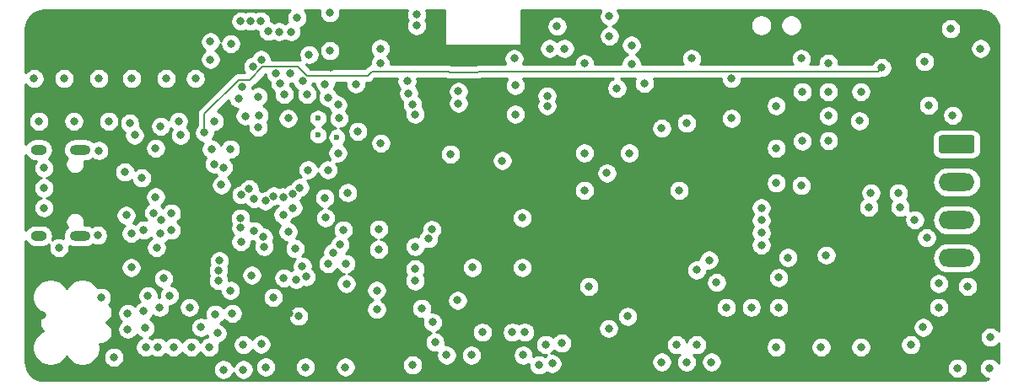
<source format=gbr>
%TF.GenerationSoftware,KiCad,Pcbnew,(5.1.10-1-10_14)*%
%TF.CreationDate,2021-07-19T22:49:48+10:00*%
%TF.ProjectId,samd21_gps_tracker,73616d64-3231-45f6-9770-735f74726163,rev?*%
%TF.SameCoordinates,Original*%
%TF.FileFunction,Copper,L3,Inr*%
%TF.FilePolarity,Positive*%
%FSLAX46Y46*%
G04 Gerber Fmt 4.6, Leading zero omitted, Abs format (unit mm)*
G04 Created by KiCad (PCBNEW (5.1.10-1-10_14)) date 2021-07-19 22:49:48*
%MOMM*%
%LPD*%
G01*
G04 APERTURE LIST*
%TA.AperFunction,ComponentPad*%
%ADD10O,2.100000X1.000000*%
%TD*%
%TA.AperFunction,ComponentPad*%
%ADD11O,1.600000X1.000000*%
%TD*%
%TA.AperFunction,ComponentPad*%
%ADD12O,3.600000X1.800000*%
%TD*%
%TA.AperFunction,ViaPad*%
%ADD13C,0.800000*%
%TD*%
%TA.AperFunction,ViaPad*%
%ADD14C,0.600000*%
%TD*%
%TA.AperFunction,Conductor*%
%ADD15C,0.200000*%
%TD*%
%TA.AperFunction,Conductor*%
%ADD16C,0.254000*%
%TD*%
%TA.AperFunction,Conductor*%
%ADD17C,0.100000*%
%TD*%
G04 APERTURE END LIST*
D10*
%TO.N,*%
%TO.C,J5*%
X144630000Y-52180000D03*
X144630000Y-60820000D03*
D11*
X140450000Y-60820000D03*
X140450000Y-52180000D03*
%TD*%
%TO.N,GND*%
%TO.C,J2*%
%TA.AperFunction,ComponentPad*%
G36*
G01*
X231050000Y-50700000D02*
X234150000Y-50700000D01*
G75*
G02*
X234400000Y-50950000I0J-250000D01*
G01*
X234400000Y-52250000D01*
G75*
G02*
X234150000Y-52500000I-250000J0D01*
G01*
X231050000Y-52500000D01*
G75*
G02*
X230800000Y-52250000I0J250000D01*
G01*
X230800000Y-50950000D01*
G75*
G02*
X231050000Y-50700000I250000J0D01*
G01*
G37*
%TD.AperFunction*%
D12*
%TO.N,VIN*%
X232600000Y-55410000D03*
%TO.N,CH*%
X232600000Y-59220000D03*
%TO.N,CL*%
X232600000Y-63030000D03*
%TD*%
D13*
%TO.N,GND*%
X174750000Y-43500000D03*
X146750000Y-67000000D03*
X156750000Y-70000000D03*
X180250000Y-71500000D03*
X180000000Y-69500000D03*
X153750000Y-60250000D03*
X169250000Y-59000000D03*
X187000000Y-53250000D03*
X191500000Y-47750000D03*
X191500000Y-46750000D03*
X195250000Y-43500000D03*
X191750000Y-42000000D03*
X197750000Y-40750000D03*
X192500000Y-39750000D03*
X198500000Y-46000000D03*
X201250000Y-45500000D03*
X203000000Y-50000000D03*
X205500000Y-49500000D03*
X195250000Y-52500000D03*
X197500000Y-54500000D03*
X199750000Y-52500000D03*
X195250000Y-56250000D03*
X208500000Y-65500000D03*
X228000000Y-71750000D03*
X229250000Y-70000000D03*
X217000000Y-55750000D03*
X213000000Y-58000000D03*
X213000000Y-59250000D03*
X213000000Y-60500000D03*
X213000000Y-61750000D03*
X219750000Y-51250000D03*
X224000000Y-56500000D03*
X226750000Y-56500000D03*
X185000000Y-70500000D03*
X188000000Y-70500000D03*
X189250000Y-70500000D03*
X164250000Y-44500000D03*
X165750000Y-44500000D03*
X163500000Y-40250000D03*
X160750000Y-39250000D03*
X161750000Y-39250000D03*
X162750000Y-39250000D03*
X146500000Y-52250000D03*
X158181520Y-68676592D03*
X159000000Y-74250000D03*
X161000000Y-74250000D03*
X163249998Y-74000000D03*
X167250000Y-74000000D03*
X171250000Y-74000000D03*
X149250000Y-58750000D03*
X178400000Y-38600000D03*
X178400000Y-39700000D03*
X151157948Y-70092052D03*
X197750000Y-38760510D03*
X162800002Y-71700000D03*
X159900000Y-68600000D03*
X171485543Y-56483504D03*
X152200000Y-52000000D03*
X149100000Y-54400000D03*
X174400000Y-68200000D03*
X160727701Y-59033455D03*
X169200002Y-57000000D03*
X181800000Y-52600000D03*
X169500000Y-54181468D03*
X167500000Y-54181468D03*
X182500000Y-67300000D03*
X182600000Y-47500000D03*
X172504632Y-50317667D03*
X174800000Y-51500000D03*
X182600000Y-46300000D03*
X162100000Y-57100000D03*
X164000002Y-67000000D03*
X232000000Y-40000000D03*
X235000000Y-42000000D03*
X210000000Y-49000000D03*
X210000000Y-45000000D03*
X206000000Y-43000000D03*
X199970000Y-41650000D03*
X184000000Y-64000000D03*
X189000000Y-64000000D03*
X189000000Y-59000000D03*
X148000000Y-73000000D03*
X154000000Y-72000000D03*
X141000000Y-58000000D03*
X141000000Y-56000000D03*
X141000000Y-54000000D03*
X140000000Y-45000000D03*
X143000000Y-45000000D03*
X146500000Y-45000000D03*
X153250000Y-45000000D03*
X199970000Y-43550000D03*
X223790000Y-57930000D03*
X226940000Y-57930000D03*
X222840000Y-49260000D03*
X222990000Y-46340000D03*
X219710000Y-46340000D03*
X219710000Y-43490000D03*
X219740000Y-48750000D03*
X217120000Y-46340000D03*
X217120000Y-51290000D03*
X181400000Y-72800000D03*
X155800000Y-72000000D03*
X157600000Y-72000000D03*
X152400000Y-72000000D03*
X153600000Y-66800000D03*
X158400000Y-70600000D03*
X151432948Y-66832948D03*
X151200000Y-72000000D03*
X152600000Y-68000000D03*
X151000000Y-68400000D03*
X149400000Y-68600000D03*
X149400000Y-70200000D03*
X155600000Y-68000000D03*
X228400000Y-59200000D03*
X229600000Y-61000000D03*
X230800000Y-65600000D03*
X230800000Y-68000000D03*
X223000000Y-72000000D03*
X219000000Y-72000000D03*
X214750000Y-68000000D03*
X214750000Y-65000000D03*
X214500000Y-55500000D03*
X214500000Y-52000000D03*
X214500000Y-47750000D03*
X204750000Y-56250000D03*
X217000000Y-43000000D03*
X142500000Y-62000000D03*
X174750000Y-42000000D03*
X156200000Y-45000000D03*
X149800000Y-45000000D03*
X157700000Y-43100000D03*
X157700000Y-41300000D03*
X146382990Y-60750000D03*
X233700000Y-65900000D03*
X229800000Y-47700000D03*
X232200000Y-48700000D03*
X189100000Y-72800000D03*
X229400000Y-43300000D03*
X158100000Y-49300000D03*
X154500000Y-49300000D03*
X147500000Y-49300000D03*
X144000000Y-49300002D03*
X140500000Y-49300000D03*
X159700000Y-52100000D03*
X149600000Y-49500000D03*
X152700000Y-49800000D03*
X157800000Y-52100000D03*
X153788715Y-58538715D03*
X152200000Y-56900000D03*
X158500000Y-65300000D03*
X158500002Y-64300000D03*
X162500000Y-46815479D03*
X162600000Y-48700000D03*
X232700000Y-74100000D03*
X235900000Y-74100000D03*
X236000000Y-71000000D03*
X195700000Y-65900000D03*
X197683287Y-70115855D03*
X199581907Y-68905041D03*
X171300000Y-63600000D03*
X169500000Y-63600000D03*
X183900000Y-72800000D03*
X203000000Y-73500000D03*
X205500000Y-73500000D03*
X208000000Y-73500000D03*
X206500000Y-71750000D03*
X204500000Y-71750000D03*
X212000000Y-68000000D03*
X209500000Y-68000000D03*
X207750000Y-63250000D03*
X206500000Y-64250000D03*
X214500000Y-72000000D03*
X161846986Y-64767002D03*
%TO.N,+3V3*%
X154600000Y-38800000D03*
X212250000Y-65500000D03*
X195250000Y-42000000D03*
X222500000Y-63500000D03*
X222700000Y-65500000D03*
X227700000Y-63800000D03*
X225250000Y-64750000D03*
X226250000Y-67750000D03*
X228000000Y-67750000D03*
X226600000Y-61900000D03*
X224200000Y-61900000D03*
X225300000Y-59750000D03*
X140835032Y-68750000D03*
X151600000Y-38760510D03*
X157500000Y-38800000D03*
X165623474Y-68580185D03*
X153600000Y-64000000D03*
X153750000Y-61910510D03*
X173100000Y-43600000D03*
X148800000Y-38800000D03*
X145800000Y-38800000D03*
X142700000Y-38800000D03*
X196100000Y-68500000D03*
X169800000Y-43900000D03*
X170500000Y-69700000D03*
%TO.N,VIN*%
X157100000Y-50448999D03*
X225100000Y-43900000D03*
%TO.N,LoRa_VCC*%
X169211276Y-45549490D03*
X172300000Y-45549490D03*
X160532719Y-47000000D03*
%TO.N,Net-(C15-Pad1)*%
X193250000Y-42000000D03*
X169700619Y-38411968D03*
X188200000Y-43000000D03*
X169700619Y-42199379D03*
D14*
%TO.N,Net-(C22-Pad1)*%
X170400000Y-50900000D03*
%TO.N,Net-(C23-Pad1)*%
X168500000Y-50700000D03*
%TO.N,Net-(C24-Pad1)*%
X168500000Y-49000000D03*
D13*
%TO.N,SIM_VDD*%
X178900000Y-68100000D03*
X177436699Y-45264198D03*
%TO.N,Net-(C26-Pad1)*%
X161000000Y-71750000D03*
%TO.N,SWDIO*%
X152000000Y-58500000D03*
X151000000Y-60250000D03*
%TO.N,~Reset*%
X160750004Y-60000209D03*
X159699998Y-66300000D03*
%TO.N,SWCLK*%
X152750000Y-59250000D03*
X149761466Y-60568572D03*
%TO.N,STATUS_LED*%
X165500000Y-60400000D03*
X158800000Y-55700000D03*
%TO.N,PPS*%
X166678075Y-55963720D03*
X150800000Y-55000000D03*
%TO.N,GPS_ON*%
X167600000Y-42600000D03*
X166400000Y-38900000D03*
%TO.N,SDA*%
X188300000Y-48600000D03*
X167400000Y-46600000D03*
X164052188Y-56817983D03*
X165100000Y-46600000D03*
%TO.N,SCL*%
X188300000Y-45700000D03*
X166950661Y-45279779D03*
X163220624Y-57311555D03*
X164700000Y-45500000D03*
%TO.N,RN_RST*%
X163100000Y-61900000D03*
X170000000Y-62500000D03*
X158600000Y-63310032D03*
X160771562Y-61415479D03*
%TO.N,CAN_RST*%
X149750000Y-64000000D03*
X152300000Y-62000000D03*
%TO.N,INT1*%
X162000000Y-43800000D03*
X161183229Y-48767600D03*
X160843222Y-45803329D03*
X162500000Y-49900000D03*
%TO.N,INT2*%
X162800000Y-43100000D03*
X165800000Y-40300000D03*
%TO.N,SIM_DATA*%
X170500000Y-47650500D03*
X178000000Y-47600000D03*
X178249490Y-64138258D03*
%TO.N,SIM_CLK*%
X170600000Y-49000000D03*
X178249490Y-48602194D03*
X178249490Y-61900000D03*
%TO.N,SIM_RST*%
X177600000Y-46500000D03*
X169500000Y-46900000D03*
X178249490Y-65336584D03*
%TO.N,~EN*%
X219500000Y-62750000D03*
X215665989Y-62999991D03*
%TO.N,GPS_TX*%
X165015603Y-56901305D03*
%TO.N,GPS_RX*%
X165923559Y-56568549D03*
%TO.N,RN_RX*%
X165000000Y-58700000D03*
X174586357Y-62160312D03*
X170700000Y-61700000D03*
X179607798Y-61092749D03*
%TO.N,RN_TX*%
X166000000Y-58000000D03*
X174593171Y-60135510D03*
X171028281Y-60228281D03*
X179921847Y-60178153D03*
%TO.N,D11-MOSI*%
X191340869Y-71740869D03*
X166927416Y-63872584D03*
%TO.N,D13-SCK*%
X167303989Y-64927950D03*
X192962064Y-71586890D03*
%TO.N,D10-SS*%
X166300000Y-65200000D03*
X190684430Y-73789629D03*
%TO.N,D12-MISO*%
X165066936Y-65045584D03*
X192000000Y-73644968D03*
%TO.N,STATUS*%
X163027007Y-60935747D03*
X161596197Y-56098003D03*
X159000000Y-53939490D03*
%TO.N,NETLIGHT*%
X162100000Y-60300000D03*
X160778988Y-56700000D03*
X158085679Y-53591119D03*
%TO.N,SIM_PWRKEY*%
X166542067Y-68882341D03*
%TO.N,SIM_TXD*%
X174400000Y-66300000D03*
%TO.N,SIM_RXD*%
X171342012Y-65624173D03*
%TO.N,BATT_ADC*%
X166200000Y-62100000D03*
X178000000Y-73800000D03*
%TO.N,3V3*%
X150100000Y-50700000D03*
X154700000Y-50700000D03*
X152700000Y-60600000D03*
X153000000Y-65100000D03*
X164600000Y-40300000D03*
X159749999Y-41500000D03*
X165500000Y-49000000D03*
X170500000Y-52500000D03*
%TD*%
D15*
%TO.N,VIN*%
X166491043Y-43832999D02*
X162954163Y-43832999D01*
X184587163Y-44299999D02*
X184520161Y-44367001D01*
X170187162Y-44700000D02*
X170120161Y-44767001D01*
X181612837Y-44299999D02*
X173887163Y-44299999D01*
X157100000Y-48559389D02*
X157100000Y-50448999D01*
X184520161Y-44367001D02*
X181679839Y-44367001D01*
X224700001Y-44299999D02*
X184587163Y-44299999D01*
X162954163Y-43832999D02*
X161650834Y-45136328D01*
X167425045Y-44767001D02*
X166491043Y-43832999D01*
X173487162Y-44700000D02*
X170187162Y-44700000D01*
X160523061Y-45136328D02*
X157100000Y-48559389D01*
X173887163Y-44299999D02*
X173487162Y-44700000D01*
X170120161Y-44767001D02*
X167425045Y-44767001D01*
X225100000Y-43900000D02*
X224700001Y-44299999D01*
X161650834Y-45136328D02*
X160523061Y-45136328D01*
X181679839Y-44367001D02*
X181612837Y-44299999D01*
%TD*%
D16*
%TO.N,+3V3*%
X165596063Y-38240226D02*
X165482795Y-38409744D01*
X165404774Y-38598102D01*
X165365000Y-38798061D01*
X165365000Y-39001939D01*
X165404774Y-39201898D01*
X165454814Y-39322705D01*
X165309744Y-39382795D01*
X165200000Y-39456123D01*
X165090256Y-39382795D01*
X164901898Y-39304774D01*
X164701939Y-39265000D01*
X164498061Y-39265000D01*
X164298102Y-39304774D01*
X164109744Y-39382795D01*
X164087415Y-39397715D01*
X163990256Y-39332795D01*
X163801898Y-39254774D01*
X163785000Y-39251413D01*
X163785000Y-39148061D01*
X163745226Y-38948102D01*
X163667205Y-38759744D01*
X163553937Y-38590226D01*
X163409774Y-38446063D01*
X163240256Y-38332795D01*
X163051898Y-38254774D01*
X162851939Y-38215000D01*
X162648061Y-38215000D01*
X162448102Y-38254774D01*
X162259744Y-38332795D01*
X162250000Y-38339306D01*
X162240256Y-38332795D01*
X162051898Y-38254774D01*
X161851939Y-38215000D01*
X161648061Y-38215000D01*
X161448102Y-38254774D01*
X161259744Y-38332795D01*
X161250000Y-38339306D01*
X161240256Y-38332795D01*
X161051898Y-38254774D01*
X160851939Y-38215000D01*
X160648061Y-38215000D01*
X160448102Y-38254774D01*
X160259744Y-38332795D01*
X160090226Y-38446063D01*
X159946063Y-38590226D01*
X159832795Y-38759744D01*
X159754774Y-38948102D01*
X159715000Y-39148061D01*
X159715000Y-39351939D01*
X159754774Y-39551898D01*
X159832795Y-39740256D01*
X159946063Y-39909774D01*
X160090226Y-40053937D01*
X160259744Y-40167205D01*
X160448102Y-40245226D01*
X160648061Y-40285000D01*
X160851939Y-40285000D01*
X161051898Y-40245226D01*
X161240256Y-40167205D01*
X161250000Y-40160694D01*
X161259744Y-40167205D01*
X161448102Y-40245226D01*
X161648061Y-40285000D01*
X161851939Y-40285000D01*
X162051898Y-40245226D01*
X162240256Y-40167205D01*
X162250000Y-40160694D01*
X162259744Y-40167205D01*
X162448102Y-40245226D01*
X162465000Y-40248587D01*
X162465000Y-40351939D01*
X162504774Y-40551898D01*
X162582795Y-40740256D01*
X162696063Y-40909774D01*
X162840226Y-41053937D01*
X163009744Y-41167205D01*
X163198102Y-41245226D01*
X163398061Y-41285000D01*
X163601939Y-41285000D01*
X163801898Y-41245226D01*
X163990256Y-41167205D01*
X164012585Y-41152285D01*
X164109744Y-41217205D01*
X164298102Y-41295226D01*
X164498061Y-41335000D01*
X164701939Y-41335000D01*
X164901898Y-41295226D01*
X165090256Y-41217205D01*
X165200000Y-41143877D01*
X165309744Y-41217205D01*
X165498102Y-41295226D01*
X165698061Y-41335000D01*
X165901939Y-41335000D01*
X166101898Y-41295226D01*
X166290256Y-41217205D01*
X166459774Y-41103937D01*
X166603937Y-40959774D01*
X166717205Y-40790256D01*
X166795226Y-40601898D01*
X166835000Y-40401939D01*
X166835000Y-40198061D01*
X166795226Y-39998102D01*
X166745186Y-39877295D01*
X166890256Y-39817205D01*
X167059774Y-39703937D01*
X167203937Y-39559774D01*
X167317205Y-39390256D01*
X167395226Y-39201898D01*
X167435000Y-39001939D01*
X167435000Y-38798061D01*
X167395226Y-38598102D01*
X167317205Y-38409744D01*
X167203937Y-38240226D01*
X167123711Y-38160000D01*
X168695461Y-38160000D01*
X168665619Y-38310029D01*
X168665619Y-38513907D01*
X168705393Y-38713866D01*
X168783414Y-38902224D01*
X168896682Y-39071742D01*
X169040845Y-39215905D01*
X169210363Y-39329173D01*
X169398721Y-39407194D01*
X169598680Y-39446968D01*
X169802558Y-39446968D01*
X170002517Y-39407194D01*
X170190875Y-39329173D01*
X170360393Y-39215905D01*
X170504556Y-39071742D01*
X170617824Y-38902224D01*
X170695845Y-38713866D01*
X170735619Y-38513907D01*
X170735619Y-38310029D01*
X170705777Y-38160000D01*
X177461978Y-38160000D01*
X177404774Y-38298102D01*
X177365000Y-38498061D01*
X177365000Y-38701939D01*
X177404774Y-38901898D01*
X177482795Y-39090256D01*
X177522715Y-39150000D01*
X177482795Y-39209744D01*
X177404774Y-39398102D01*
X177365000Y-39598061D01*
X177365000Y-39801939D01*
X177404774Y-40001898D01*
X177482795Y-40190256D01*
X177596063Y-40359774D01*
X177740226Y-40503937D01*
X177909744Y-40617205D01*
X178098102Y-40695226D01*
X178298061Y-40735000D01*
X178501939Y-40735000D01*
X178701898Y-40695226D01*
X178890256Y-40617205D01*
X179059774Y-40503937D01*
X179203937Y-40359774D01*
X179317205Y-40190256D01*
X179395226Y-40001898D01*
X179435000Y-39801939D01*
X179435000Y-39598061D01*
X179395226Y-39398102D01*
X179317205Y-39209744D01*
X179277285Y-39150000D01*
X179317205Y-39090256D01*
X179395226Y-38901898D01*
X179435000Y-38701939D01*
X179435000Y-38498061D01*
X179395226Y-38298102D01*
X179338022Y-38160000D01*
X181173000Y-38160000D01*
X181173000Y-41600000D01*
X181175440Y-41624776D01*
X181182667Y-41648601D01*
X181194403Y-41670557D01*
X181210197Y-41689803D01*
X181229443Y-41705597D01*
X181251399Y-41717333D01*
X181275224Y-41724560D01*
X181300000Y-41727000D01*
X188800000Y-41727000D01*
X188824776Y-41724560D01*
X188848601Y-41717333D01*
X188870557Y-41705597D01*
X188889803Y-41689803D01*
X188905597Y-41670557D01*
X188917333Y-41648601D01*
X188924560Y-41624776D01*
X188927000Y-41600000D01*
X188927000Y-39648061D01*
X191465000Y-39648061D01*
X191465000Y-39851939D01*
X191504774Y-40051898D01*
X191582795Y-40240256D01*
X191696063Y-40409774D01*
X191840226Y-40553937D01*
X192009744Y-40667205D01*
X192198102Y-40745226D01*
X192398061Y-40785000D01*
X192601939Y-40785000D01*
X192801898Y-40745226D01*
X192990256Y-40667205D01*
X193159774Y-40553937D01*
X193303937Y-40409774D01*
X193417205Y-40240256D01*
X193495226Y-40051898D01*
X193535000Y-39851939D01*
X193535000Y-39648061D01*
X193495226Y-39448102D01*
X193417205Y-39259744D01*
X193303937Y-39090226D01*
X193159774Y-38946063D01*
X192990256Y-38832795D01*
X192801898Y-38754774D01*
X192601939Y-38715000D01*
X192398061Y-38715000D01*
X192198102Y-38754774D01*
X192009744Y-38832795D01*
X191840226Y-38946063D01*
X191696063Y-39090226D01*
X191582795Y-39259744D01*
X191504774Y-39448102D01*
X191465000Y-39648061D01*
X188927000Y-39648061D01*
X188927000Y-38160000D01*
X196906464Y-38160000D01*
X196832795Y-38270254D01*
X196754774Y-38458612D01*
X196715000Y-38658571D01*
X196715000Y-38862449D01*
X196754774Y-39062408D01*
X196832795Y-39250766D01*
X196946063Y-39420284D01*
X197090226Y-39564447D01*
X197259744Y-39677715D01*
X197446941Y-39755255D01*
X197259744Y-39832795D01*
X197090226Y-39946063D01*
X196946063Y-40090226D01*
X196832795Y-40259744D01*
X196754774Y-40448102D01*
X196715000Y-40648061D01*
X196715000Y-40851939D01*
X196754774Y-41051898D01*
X196832795Y-41240256D01*
X196946063Y-41409774D01*
X197090226Y-41553937D01*
X197259744Y-41667205D01*
X197448102Y-41745226D01*
X197648061Y-41785000D01*
X197851939Y-41785000D01*
X198051898Y-41745226D01*
X198240256Y-41667205D01*
X198409774Y-41553937D01*
X198553937Y-41409774D01*
X198667205Y-41240256D01*
X198745226Y-41051898D01*
X198785000Y-40851939D01*
X198785000Y-40648061D01*
X198745226Y-40448102D01*
X198667205Y-40259744D01*
X198553937Y-40090226D01*
X198409774Y-39946063D01*
X198240256Y-39832795D01*
X198053059Y-39755255D01*
X198240256Y-39677715D01*
X198409774Y-39564447D01*
X198411084Y-39563137D01*
X211915000Y-39563137D01*
X211915000Y-39776863D01*
X211956696Y-39986483D01*
X212038485Y-40183940D01*
X212157225Y-40361647D01*
X212308353Y-40512775D01*
X212486060Y-40631515D01*
X212683517Y-40713304D01*
X212893137Y-40755000D01*
X213106863Y-40755000D01*
X213316483Y-40713304D01*
X213513940Y-40631515D01*
X213691647Y-40512775D01*
X213842775Y-40361647D01*
X213961515Y-40183940D01*
X214043304Y-39986483D01*
X214085000Y-39776863D01*
X214085000Y-39563137D01*
X214915000Y-39563137D01*
X214915000Y-39776863D01*
X214956696Y-39986483D01*
X215038485Y-40183940D01*
X215157225Y-40361647D01*
X215308353Y-40512775D01*
X215486060Y-40631515D01*
X215683517Y-40713304D01*
X215893137Y-40755000D01*
X216106863Y-40755000D01*
X216316483Y-40713304D01*
X216513940Y-40631515D01*
X216691647Y-40512775D01*
X216842775Y-40361647D01*
X216961515Y-40183940D01*
X217043304Y-39986483D01*
X217060892Y-39898061D01*
X230965000Y-39898061D01*
X230965000Y-40101939D01*
X231004774Y-40301898D01*
X231082795Y-40490256D01*
X231196063Y-40659774D01*
X231340226Y-40803937D01*
X231509744Y-40917205D01*
X231698102Y-40995226D01*
X231898061Y-41035000D01*
X232101939Y-41035000D01*
X232301898Y-40995226D01*
X232490256Y-40917205D01*
X232659774Y-40803937D01*
X232803937Y-40659774D01*
X232917205Y-40490256D01*
X232995226Y-40301898D01*
X233035000Y-40101939D01*
X233035000Y-39898061D01*
X232995226Y-39698102D01*
X232917205Y-39509744D01*
X232803937Y-39340226D01*
X232659774Y-39196063D01*
X232490256Y-39082795D01*
X232301898Y-39004774D01*
X232101939Y-38965000D01*
X231898061Y-38965000D01*
X231698102Y-39004774D01*
X231509744Y-39082795D01*
X231340226Y-39196063D01*
X231196063Y-39340226D01*
X231082795Y-39509744D01*
X231004774Y-39698102D01*
X230965000Y-39898061D01*
X217060892Y-39898061D01*
X217085000Y-39776863D01*
X217085000Y-39563137D01*
X217043304Y-39353517D01*
X216961515Y-39156060D01*
X216842775Y-38978353D01*
X216691647Y-38827225D01*
X216513940Y-38708485D01*
X216316483Y-38626696D01*
X216106863Y-38585000D01*
X215893137Y-38585000D01*
X215683517Y-38626696D01*
X215486060Y-38708485D01*
X215308353Y-38827225D01*
X215157225Y-38978353D01*
X215038485Y-39156060D01*
X214956696Y-39353517D01*
X214915000Y-39563137D01*
X214085000Y-39563137D01*
X214043304Y-39353517D01*
X213961515Y-39156060D01*
X213842775Y-38978353D01*
X213691647Y-38827225D01*
X213513940Y-38708485D01*
X213316483Y-38626696D01*
X213106863Y-38585000D01*
X212893137Y-38585000D01*
X212683517Y-38626696D01*
X212486060Y-38708485D01*
X212308353Y-38827225D01*
X212157225Y-38978353D01*
X212038485Y-39156060D01*
X211956696Y-39353517D01*
X211915000Y-39563137D01*
X198411084Y-39563137D01*
X198553937Y-39420284D01*
X198667205Y-39250766D01*
X198745226Y-39062408D01*
X198785000Y-38862449D01*
X198785000Y-38658571D01*
X198745226Y-38458612D01*
X198667205Y-38270254D01*
X198593536Y-38160000D01*
X234967721Y-38160000D01*
X235356775Y-38198147D01*
X235699967Y-38301763D01*
X236016489Y-38470062D01*
X236294299Y-38696637D01*
X236522806Y-38972856D01*
X236693310Y-39288197D01*
X236799319Y-39630656D01*
X236840000Y-40017712D01*
X236840001Y-70394200D01*
X236803937Y-70340226D01*
X236659774Y-70196063D01*
X236490256Y-70082795D01*
X236301898Y-70004774D01*
X236101939Y-69965000D01*
X235898061Y-69965000D01*
X235698102Y-70004774D01*
X235509744Y-70082795D01*
X235340226Y-70196063D01*
X235196063Y-70340226D01*
X235082795Y-70509744D01*
X235004774Y-70698102D01*
X234965000Y-70898061D01*
X234965000Y-71101939D01*
X235004774Y-71301898D01*
X235082795Y-71490256D01*
X235196063Y-71659774D01*
X235340226Y-71803937D01*
X235509744Y-71917205D01*
X235698102Y-71995226D01*
X235898061Y-72035000D01*
X236101939Y-72035000D01*
X236301898Y-71995226D01*
X236490256Y-71917205D01*
X236659774Y-71803937D01*
X236803937Y-71659774D01*
X236840001Y-71605800D01*
X236840001Y-73467711D01*
X236824377Y-73627058D01*
X236817205Y-73609744D01*
X236703937Y-73440226D01*
X236559774Y-73296063D01*
X236390256Y-73182795D01*
X236201898Y-73104774D01*
X236001939Y-73065000D01*
X235798061Y-73065000D01*
X235598102Y-73104774D01*
X235409744Y-73182795D01*
X235240226Y-73296063D01*
X235096063Y-73440226D01*
X234982795Y-73609744D01*
X234904774Y-73798102D01*
X234865000Y-73998061D01*
X234865000Y-74201939D01*
X234904774Y-74401898D01*
X234982795Y-74590256D01*
X235096063Y-74759774D01*
X235240226Y-74903937D01*
X235409744Y-75017205D01*
X235598102Y-75095226D01*
X235798061Y-75135000D01*
X235819645Y-75135000D01*
X235711803Y-75193310D01*
X235369344Y-75299319D01*
X234982288Y-75340000D01*
X141032279Y-75340000D01*
X140643224Y-75301853D01*
X140300036Y-75198238D01*
X139983511Y-75029939D01*
X139705704Y-74803365D01*
X139477195Y-74527146D01*
X139306690Y-74211803D01*
X139286959Y-74148061D01*
X157965000Y-74148061D01*
X157965000Y-74351939D01*
X158004774Y-74551898D01*
X158082795Y-74740256D01*
X158196063Y-74909774D01*
X158340226Y-75053937D01*
X158509744Y-75167205D01*
X158698102Y-75245226D01*
X158898061Y-75285000D01*
X159101939Y-75285000D01*
X159301898Y-75245226D01*
X159490256Y-75167205D01*
X159659774Y-75053937D01*
X159803937Y-74909774D01*
X159917205Y-74740256D01*
X159995226Y-74551898D01*
X160000000Y-74527897D01*
X160004774Y-74551898D01*
X160082795Y-74740256D01*
X160196063Y-74909774D01*
X160340226Y-75053937D01*
X160509744Y-75167205D01*
X160698102Y-75245226D01*
X160898061Y-75285000D01*
X161101939Y-75285000D01*
X161301898Y-75245226D01*
X161490256Y-75167205D01*
X161659774Y-75053937D01*
X161803937Y-74909774D01*
X161917205Y-74740256D01*
X161995226Y-74551898D01*
X162035000Y-74351939D01*
X162035000Y-74148061D01*
X161995226Y-73948102D01*
X161974499Y-73898061D01*
X162214998Y-73898061D01*
X162214998Y-74101939D01*
X162254772Y-74301898D01*
X162332793Y-74490256D01*
X162446061Y-74659774D01*
X162590224Y-74803937D01*
X162759742Y-74917205D01*
X162948100Y-74995226D01*
X163148059Y-75035000D01*
X163351937Y-75035000D01*
X163551896Y-74995226D01*
X163740254Y-74917205D01*
X163909772Y-74803937D01*
X164053935Y-74659774D01*
X164167203Y-74490256D01*
X164245224Y-74301898D01*
X164284998Y-74101939D01*
X164284998Y-73898061D01*
X166215000Y-73898061D01*
X166215000Y-74101939D01*
X166254774Y-74301898D01*
X166332795Y-74490256D01*
X166446063Y-74659774D01*
X166590226Y-74803937D01*
X166759744Y-74917205D01*
X166948102Y-74995226D01*
X167148061Y-75035000D01*
X167351939Y-75035000D01*
X167551898Y-74995226D01*
X167740256Y-74917205D01*
X167909774Y-74803937D01*
X168053937Y-74659774D01*
X168167205Y-74490256D01*
X168245226Y-74301898D01*
X168285000Y-74101939D01*
X168285000Y-73898061D01*
X170215000Y-73898061D01*
X170215000Y-74101939D01*
X170254774Y-74301898D01*
X170332795Y-74490256D01*
X170446063Y-74659774D01*
X170590226Y-74803937D01*
X170759744Y-74917205D01*
X170948102Y-74995226D01*
X171148061Y-75035000D01*
X171351939Y-75035000D01*
X171551898Y-74995226D01*
X171740256Y-74917205D01*
X171909774Y-74803937D01*
X172053937Y-74659774D01*
X172167205Y-74490256D01*
X172245226Y-74301898D01*
X172285000Y-74101939D01*
X172285000Y-73898061D01*
X172245226Y-73698102D01*
X172245210Y-73698061D01*
X176965000Y-73698061D01*
X176965000Y-73901939D01*
X177004774Y-74101898D01*
X177082795Y-74290256D01*
X177196063Y-74459774D01*
X177340226Y-74603937D01*
X177509744Y-74717205D01*
X177698102Y-74795226D01*
X177898061Y-74835000D01*
X178101939Y-74835000D01*
X178301898Y-74795226D01*
X178490256Y-74717205D01*
X178659774Y-74603937D01*
X178803937Y-74459774D01*
X178917205Y-74290256D01*
X178995226Y-74101898D01*
X179035000Y-73901939D01*
X179035000Y-73698061D01*
X178995226Y-73498102D01*
X178917205Y-73309744D01*
X178803937Y-73140226D01*
X178659774Y-72996063D01*
X178490256Y-72882795D01*
X178301898Y-72804774D01*
X178101939Y-72765000D01*
X177898061Y-72765000D01*
X177698102Y-72804774D01*
X177509744Y-72882795D01*
X177340226Y-72996063D01*
X177196063Y-73140226D01*
X177082795Y-73309744D01*
X177004774Y-73498102D01*
X176965000Y-73698061D01*
X172245210Y-73698061D01*
X172167205Y-73509744D01*
X172053937Y-73340226D01*
X171909774Y-73196063D01*
X171740256Y-73082795D01*
X171551898Y-73004774D01*
X171351939Y-72965000D01*
X171148061Y-72965000D01*
X170948102Y-73004774D01*
X170759744Y-73082795D01*
X170590226Y-73196063D01*
X170446063Y-73340226D01*
X170332795Y-73509744D01*
X170254774Y-73698102D01*
X170215000Y-73898061D01*
X168285000Y-73898061D01*
X168245226Y-73698102D01*
X168167205Y-73509744D01*
X168053937Y-73340226D01*
X167909774Y-73196063D01*
X167740256Y-73082795D01*
X167551898Y-73004774D01*
X167351939Y-72965000D01*
X167148061Y-72965000D01*
X166948102Y-73004774D01*
X166759744Y-73082795D01*
X166590226Y-73196063D01*
X166446063Y-73340226D01*
X166332795Y-73509744D01*
X166254774Y-73698102D01*
X166215000Y-73898061D01*
X164284998Y-73898061D01*
X164245224Y-73698102D01*
X164167203Y-73509744D01*
X164053935Y-73340226D01*
X163909772Y-73196063D01*
X163740254Y-73082795D01*
X163551896Y-73004774D01*
X163351937Y-72965000D01*
X163148059Y-72965000D01*
X162948100Y-73004774D01*
X162759742Y-73082795D01*
X162590224Y-73196063D01*
X162446061Y-73340226D01*
X162332793Y-73509744D01*
X162254772Y-73698102D01*
X162214998Y-73898061D01*
X161974499Y-73898061D01*
X161917205Y-73759744D01*
X161803937Y-73590226D01*
X161659774Y-73446063D01*
X161490256Y-73332795D01*
X161301898Y-73254774D01*
X161101939Y-73215000D01*
X160898061Y-73215000D01*
X160698102Y-73254774D01*
X160509744Y-73332795D01*
X160340226Y-73446063D01*
X160196063Y-73590226D01*
X160082795Y-73759744D01*
X160004774Y-73948102D01*
X160000000Y-73972103D01*
X159995226Y-73948102D01*
X159917205Y-73759744D01*
X159803937Y-73590226D01*
X159659774Y-73446063D01*
X159490256Y-73332795D01*
X159301898Y-73254774D01*
X159101939Y-73215000D01*
X158898061Y-73215000D01*
X158698102Y-73254774D01*
X158509744Y-73332795D01*
X158340226Y-73446063D01*
X158196063Y-73590226D01*
X158082795Y-73759744D01*
X158004774Y-73948102D01*
X157965000Y-74148061D01*
X139286959Y-74148061D01*
X139200681Y-73869344D01*
X139160000Y-73482288D01*
X139160000Y-66780504D01*
X139837550Y-66780504D01*
X139837550Y-67139496D01*
X139907586Y-67491589D01*
X140044966Y-67823254D01*
X140244411Y-68121744D01*
X140498256Y-68375589D01*
X140796746Y-68575034D01*
X140930909Y-68630606D01*
X140782039Y-68779476D01*
X140658341Y-68964602D01*
X140573137Y-69170304D01*
X140529700Y-69388675D01*
X140529700Y-69611325D01*
X140573137Y-69829696D01*
X140658341Y-70035398D01*
X140782039Y-70220524D01*
X140930909Y-70369394D01*
X140796746Y-70424966D01*
X140498256Y-70624411D01*
X140244411Y-70878256D01*
X140044966Y-71176746D01*
X139907586Y-71508411D01*
X139837550Y-71860504D01*
X139837550Y-72219496D01*
X139907586Y-72571589D01*
X140044966Y-72903254D01*
X140244411Y-73201744D01*
X140498256Y-73455589D01*
X140796746Y-73655034D01*
X141128411Y-73792414D01*
X141480504Y-73862450D01*
X141839496Y-73862450D01*
X142191589Y-73792414D01*
X142523254Y-73655034D01*
X142821744Y-73455589D01*
X143075589Y-73201744D01*
X143247500Y-72944461D01*
X143419411Y-73201744D01*
X143673256Y-73455589D01*
X143971746Y-73655034D01*
X144303411Y-73792414D01*
X144655504Y-73862450D01*
X145014496Y-73862450D01*
X145366589Y-73792414D01*
X145698254Y-73655034D01*
X145996744Y-73455589D01*
X146250589Y-73201744D01*
X146450034Y-72903254D01*
X146452185Y-72898061D01*
X146965000Y-72898061D01*
X146965000Y-73101939D01*
X147004774Y-73301898D01*
X147082795Y-73490256D01*
X147196063Y-73659774D01*
X147340226Y-73803937D01*
X147509744Y-73917205D01*
X147698102Y-73995226D01*
X147898061Y-74035000D01*
X148101939Y-74035000D01*
X148301898Y-73995226D01*
X148490256Y-73917205D01*
X148659774Y-73803937D01*
X148803937Y-73659774D01*
X148917205Y-73490256D01*
X148995226Y-73301898D01*
X149035000Y-73101939D01*
X149035000Y-72898061D01*
X148995226Y-72698102D01*
X148917205Y-72509744D01*
X148803937Y-72340226D01*
X148659774Y-72196063D01*
X148490256Y-72082795D01*
X148301898Y-72004774D01*
X148101939Y-71965000D01*
X147898061Y-71965000D01*
X147698102Y-72004774D01*
X147509744Y-72082795D01*
X147340226Y-72196063D01*
X147196063Y-72340226D01*
X147082795Y-72509744D01*
X147004774Y-72698102D01*
X146965000Y-72898061D01*
X146452185Y-72898061D01*
X146587414Y-72571589D01*
X146657450Y-72219496D01*
X146657450Y-71860504D01*
X146614272Y-71643435D01*
X146628675Y-71646300D01*
X146851325Y-71646300D01*
X147069696Y-71602863D01*
X147275398Y-71517659D01*
X147460524Y-71393961D01*
X147617961Y-71236524D01*
X147741659Y-71051398D01*
X147826863Y-70845696D01*
X147870300Y-70627325D01*
X147870300Y-70404675D01*
X147826863Y-70186304D01*
X147741659Y-69980602D01*
X147617961Y-69795476D01*
X147460524Y-69638039D01*
X147275398Y-69514341D01*
X147240776Y-69500000D01*
X147275398Y-69485659D01*
X147460524Y-69361961D01*
X147617961Y-69204524D01*
X147741659Y-69019398D01*
X147826863Y-68813696D01*
X147870300Y-68595325D01*
X147870300Y-68498061D01*
X148365000Y-68498061D01*
X148365000Y-68701939D01*
X148404774Y-68901898D01*
X148482795Y-69090256D01*
X148596063Y-69259774D01*
X148736289Y-69400000D01*
X148596063Y-69540226D01*
X148482795Y-69709744D01*
X148404774Y-69898102D01*
X148365000Y-70098061D01*
X148365000Y-70301939D01*
X148404774Y-70501898D01*
X148482795Y-70690256D01*
X148596063Y-70859774D01*
X148740226Y-71003937D01*
X148909744Y-71117205D01*
X149098102Y-71195226D01*
X149298061Y-71235000D01*
X149501939Y-71235000D01*
X149701898Y-71195226D01*
X149890256Y-71117205D01*
X150059774Y-71003937D01*
X150203937Y-70859774D01*
X150315038Y-70693499D01*
X150354011Y-70751826D01*
X150498174Y-70895989D01*
X150667692Y-71009257D01*
X150777486Y-71054735D01*
X150709744Y-71082795D01*
X150540226Y-71196063D01*
X150396063Y-71340226D01*
X150282795Y-71509744D01*
X150204774Y-71698102D01*
X150165000Y-71898061D01*
X150165000Y-72101939D01*
X150204774Y-72301898D01*
X150282795Y-72490256D01*
X150396063Y-72659774D01*
X150540226Y-72803937D01*
X150709744Y-72917205D01*
X150898102Y-72995226D01*
X151098061Y-73035000D01*
X151301939Y-73035000D01*
X151501898Y-72995226D01*
X151690256Y-72917205D01*
X151800000Y-72843877D01*
X151909744Y-72917205D01*
X152098102Y-72995226D01*
X152298061Y-73035000D01*
X152501939Y-73035000D01*
X152701898Y-72995226D01*
X152890256Y-72917205D01*
X153059774Y-72803937D01*
X153200000Y-72663711D01*
X153340226Y-72803937D01*
X153509744Y-72917205D01*
X153698102Y-72995226D01*
X153898061Y-73035000D01*
X154101939Y-73035000D01*
X154301898Y-72995226D01*
X154490256Y-72917205D01*
X154659774Y-72803937D01*
X154803937Y-72659774D01*
X154900000Y-72516005D01*
X154996063Y-72659774D01*
X155140226Y-72803937D01*
X155309744Y-72917205D01*
X155498102Y-72995226D01*
X155698061Y-73035000D01*
X155901939Y-73035000D01*
X156101898Y-72995226D01*
X156290256Y-72917205D01*
X156459774Y-72803937D01*
X156603937Y-72659774D01*
X156700000Y-72516005D01*
X156796063Y-72659774D01*
X156940226Y-72803937D01*
X157109744Y-72917205D01*
X157298102Y-72995226D01*
X157498061Y-73035000D01*
X157701939Y-73035000D01*
X157901898Y-72995226D01*
X158090256Y-72917205D01*
X158259774Y-72803937D01*
X158403937Y-72659774D01*
X158517205Y-72490256D01*
X158595226Y-72301898D01*
X158635000Y-72101939D01*
X158635000Y-71898061D01*
X158595226Y-71698102D01*
X158574499Y-71648061D01*
X159965000Y-71648061D01*
X159965000Y-71851939D01*
X160004774Y-72051898D01*
X160082795Y-72240256D01*
X160196063Y-72409774D01*
X160340226Y-72553937D01*
X160509744Y-72667205D01*
X160698102Y-72745226D01*
X160898061Y-72785000D01*
X161101939Y-72785000D01*
X161301898Y-72745226D01*
X161490256Y-72667205D01*
X161659774Y-72553937D01*
X161803937Y-72409774D01*
X161916705Y-72241004D01*
X161996065Y-72359774D01*
X162140228Y-72503937D01*
X162309746Y-72617205D01*
X162498104Y-72695226D01*
X162698063Y-72735000D01*
X162901941Y-72735000D01*
X163101900Y-72695226D01*
X163290258Y-72617205D01*
X163459776Y-72503937D01*
X163603939Y-72359774D01*
X163717207Y-72190256D01*
X163795228Y-72001898D01*
X163835002Y-71801939D01*
X163835002Y-71598061D01*
X163795228Y-71398102D01*
X163717207Y-71209744D01*
X163603939Y-71040226D01*
X163459776Y-70896063D01*
X163290258Y-70782795D01*
X163101900Y-70704774D01*
X162901941Y-70665000D01*
X162698063Y-70665000D01*
X162498104Y-70704774D01*
X162309746Y-70782795D01*
X162140228Y-70896063D01*
X161996065Y-71040226D01*
X161883297Y-71208996D01*
X161803937Y-71090226D01*
X161659774Y-70946063D01*
X161490256Y-70832795D01*
X161301898Y-70754774D01*
X161101939Y-70715000D01*
X160898061Y-70715000D01*
X160698102Y-70754774D01*
X160509744Y-70832795D01*
X160340226Y-70946063D01*
X160196063Y-71090226D01*
X160082795Y-71259744D01*
X160004774Y-71448102D01*
X159965000Y-71648061D01*
X158574499Y-71648061D01*
X158563977Y-71622660D01*
X158701898Y-71595226D01*
X158890256Y-71517205D01*
X159059774Y-71403937D01*
X159203937Y-71259774D01*
X159317205Y-71090256D01*
X159395226Y-70901898D01*
X159435000Y-70701939D01*
X159435000Y-70498061D01*
X159395226Y-70298102D01*
X159317205Y-70109744D01*
X159203937Y-69940226D01*
X159059774Y-69796063D01*
X158890256Y-69682795D01*
X158701898Y-69604774D01*
X158663645Y-69597165D01*
X158671776Y-69593797D01*
X158841294Y-69480529D01*
X158985457Y-69336366D01*
X159066348Y-69215303D01*
X159096063Y-69259774D01*
X159240226Y-69403937D01*
X159409744Y-69517205D01*
X159598102Y-69595226D01*
X159798061Y-69635000D01*
X160001939Y-69635000D01*
X160201898Y-69595226D01*
X160390256Y-69517205D01*
X160559774Y-69403937D01*
X160703937Y-69259774D01*
X160817205Y-69090256D01*
X160895226Y-68901898D01*
X160919392Y-68780402D01*
X165507067Y-68780402D01*
X165507067Y-68984280D01*
X165546841Y-69184239D01*
X165624862Y-69372597D01*
X165738130Y-69542115D01*
X165882293Y-69686278D01*
X166051811Y-69799546D01*
X166240169Y-69877567D01*
X166440128Y-69917341D01*
X166644006Y-69917341D01*
X166843965Y-69877567D01*
X167032323Y-69799546D01*
X167201841Y-69686278D01*
X167346004Y-69542115D01*
X167459272Y-69372597D01*
X167537293Y-69184239D01*
X167577067Y-68984280D01*
X167577067Y-68780402D01*
X167537293Y-68580443D01*
X167459272Y-68392085D01*
X167346004Y-68222567D01*
X167201841Y-68078404D01*
X167032323Y-67965136D01*
X166843965Y-67887115D01*
X166644006Y-67847341D01*
X166440128Y-67847341D01*
X166240169Y-67887115D01*
X166051811Y-67965136D01*
X165882293Y-68078404D01*
X165738130Y-68222567D01*
X165624862Y-68392085D01*
X165546841Y-68580443D01*
X165507067Y-68780402D01*
X160919392Y-68780402D01*
X160935000Y-68701939D01*
X160935000Y-68498061D01*
X160895226Y-68298102D01*
X160817205Y-68109744D01*
X160703937Y-67940226D01*
X160559774Y-67796063D01*
X160390256Y-67682795D01*
X160201898Y-67604774D01*
X160001939Y-67565000D01*
X159798061Y-67565000D01*
X159598102Y-67604774D01*
X159409744Y-67682795D01*
X159240226Y-67796063D01*
X159096063Y-67940226D01*
X159015172Y-68061289D01*
X158985457Y-68016818D01*
X158841294Y-67872655D01*
X158671776Y-67759387D01*
X158483418Y-67681366D01*
X158283459Y-67641592D01*
X158079581Y-67641592D01*
X157879622Y-67681366D01*
X157691264Y-67759387D01*
X157521746Y-67872655D01*
X157377583Y-68016818D01*
X157264315Y-68186336D01*
X157186294Y-68374694D01*
X157146520Y-68574653D01*
X157146520Y-68778531D01*
X157186294Y-68978490D01*
X157227271Y-69077416D01*
X157051898Y-69004774D01*
X156851939Y-68965000D01*
X156648061Y-68965000D01*
X156448102Y-69004774D01*
X156259744Y-69082795D01*
X156090226Y-69196063D01*
X155946063Y-69340226D01*
X155832795Y-69509744D01*
X155754774Y-69698102D01*
X155715000Y-69898061D01*
X155715000Y-70101939D01*
X155754774Y-70301898D01*
X155832795Y-70490256D01*
X155946063Y-70659774D01*
X156090226Y-70803937D01*
X156259744Y-70917205D01*
X156448102Y-70995226D01*
X156648061Y-71035000D01*
X156851939Y-71035000D01*
X157051898Y-70995226D01*
X157240256Y-70917205D01*
X157388161Y-70818378D01*
X157404774Y-70901898D01*
X157436023Y-70977340D01*
X157298102Y-71004774D01*
X157109744Y-71082795D01*
X156940226Y-71196063D01*
X156796063Y-71340226D01*
X156700000Y-71483995D01*
X156603937Y-71340226D01*
X156459774Y-71196063D01*
X156290256Y-71082795D01*
X156101898Y-71004774D01*
X155901939Y-70965000D01*
X155698061Y-70965000D01*
X155498102Y-71004774D01*
X155309744Y-71082795D01*
X155140226Y-71196063D01*
X154996063Y-71340226D01*
X154900000Y-71483995D01*
X154803937Y-71340226D01*
X154659774Y-71196063D01*
X154490256Y-71082795D01*
X154301898Y-71004774D01*
X154101939Y-70965000D01*
X153898061Y-70965000D01*
X153698102Y-71004774D01*
X153509744Y-71082795D01*
X153340226Y-71196063D01*
X153200000Y-71336289D01*
X153059774Y-71196063D01*
X152890256Y-71082795D01*
X152701898Y-71004774D01*
X152501939Y-70965000D01*
X152298061Y-70965000D01*
X152098102Y-71004774D01*
X151909744Y-71082795D01*
X151800000Y-71156123D01*
X151690256Y-71082795D01*
X151580462Y-71037317D01*
X151648204Y-71009257D01*
X151817722Y-70895989D01*
X151961885Y-70751826D01*
X152075153Y-70582308D01*
X152153174Y-70393950D01*
X152192948Y-70193991D01*
X152192948Y-69990113D01*
X152153174Y-69790154D01*
X152075153Y-69601796D01*
X151961885Y-69432278D01*
X151817722Y-69288115D01*
X151672578Y-69191133D01*
X151803937Y-69059774D01*
X151917205Y-68890256D01*
X151950199Y-68810601D01*
X152109744Y-68917205D01*
X152298102Y-68995226D01*
X152498061Y-69035000D01*
X152701939Y-69035000D01*
X152901898Y-68995226D01*
X153090256Y-68917205D01*
X153259774Y-68803937D01*
X153403937Y-68659774D01*
X153517205Y-68490256D01*
X153595226Y-68301898D01*
X153635000Y-68101939D01*
X153635000Y-67898061D01*
X154565000Y-67898061D01*
X154565000Y-68101939D01*
X154604774Y-68301898D01*
X154682795Y-68490256D01*
X154796063Y-68659774D01*
X154940226Y-68803937D01*
X155109744Y-68917205D01*
X155298102Y-68995226D01*
X155498061Y-69035000D01*
X155701939Y-69035000D01*
X155901898Y-68995226D01*
X156090256Y-68917205D01*
X156259774Y-68803937D01*
X156403937Y-68659774D01*
X156517205Y-68490256D01*
X156595226Y-68301898D01*
X156635000Y-68101939D01*
X156635000Y-67898061D01*
X156595226Y-67698102D01*
X156517205Y-67509744D01*
X156403937Y-67340226D01*
X156259774Y-67196063D01*
X156090256Y-67082795D01*
X155901898Y-67004774D01*
X155701939Y-66965000D01*
X155498061Y-66965000D01*
X155298102Y-67004774D01*
X155109744Y-67082795D01*
X154940226Y-67196063D01*
X154796063Y-67340226D01*
X154682795Y-67509744D01*
X154604774Y-67698102D01*
X154565000Y-67898061D01*
X153635000Y-67898061D01*
X153622456Y-67835000D01*
X153701939Y-67835000D01*
X153901898Y-67795226D01*
X154090256Y-67717205D01*
X154259774Y-67603937D01*
X154403937Y-67459774D01*
X154517205Y-67290256D01*
X154595226Y-67101898D01*
X154635000Y-66901939D01*
X154635000Y-66698061D01*
X154595226Y-66498102D01*
X154517205Y-66309744D01*
X154403937Y-66140226D01*
X154259774Y-65996063D01*
X154090256Y-65882795D01*
X153901898Y-65804774D01*
X153782656Y-65781055D01*
X153803937Y-65759774D01*
X153917205Y-65590256D01*
X153995226Y-65401898D01*
X154035000Y-65201939D01*
X154035000Y-65198061D01*
X157465000Y-65198061D01*
X157465000Y-65401939D01*
X157504774Y-65601898D01*
X157582795Y-65790256D01*
X157696063Y-65959774D01*
X157840226Y-66103937D01*
X158009744Y-66217205D01*
X158198102Y-66295226D01*
X158398061Y-66335000D01*
X158601939Y-66335000D01*
X158664998Y-66322457D01*
X158664998Y-66401939D01*
X158704772Y-66601898D01*
X158782793Y-66790256D01*
X158896061Y-66959774D01*
X159040224Y-67103937D01*
X159209742Y-67217205D01*
X159398100Y-67295226D01*
X159598059Y-67335000D01*
X159801937Y-67335000D01*
X160001896Y-67295226D01*
X160190254Y-67217205D01*
X160359772Y-67103937D01*
X160503935Y-66959774D01*
X160545170Y-66898061D01*
X162965002Y-66898061D01*
X162965002Y-67101939D01*
X163004776Y-67301898D01*
X163082797Y-67490256D01*
X163196065Y-67659774D01*
X163340228Y-67803937D01*
X163509746Y-67917205D01*
X163698104Y-67995226D01*
X163898063Y-68035000D01*
X164101941Y-68035000D01*
X164301900Y-67995226D01*
X164490258Y-67917205D01*
X164659776Y-67803937D01*
X164803939Y-67659774D01*
X164917207Y-67490256D01*
X164995228Y-67301898D01*
X165035002Y-67101939D01*
X165035002Y-66898061D01*
X164995228Y-66698102D01*
X164917207Y-66509744D01*
X164803939Y-66340226D01*
X164659776Y-66196063D01*
X164490258Y-66082795D01*
X164301900Y-66004774D01*
X164101941Y-65965000D01*
X163898063Y-65965000D01*
X163698104Y-66004774D01*
X163509746Y-66082795D01*
X163340228Y-66196063D01*
X163196065Y-66340226D01*
X163082797Y-66509744D01*
X163004776Y-66698102D01*
X162965002Y-66898061D01*
X160545170Y-66898061D01*
X160617203Y-66790256D01*
X160695224Y-66601898D01*
X160734998Y-66401939D01*
X160734998Y-66198061D01*
X160695224Y-65998102D01*
X160617203Y-65809744D01*
X160503935Y-65640226D01*
X160359772Y-65496063D01*
X160190254Y-65382795D01*
X160001896Y-65304774D01*
X159801937Y-65265000D01*
X159598059Y-65265000D01*
X159535000Y-65277543D01*
X159535000Y-65198061D01*
X159495226Y-64998102D01*
X159417205Y-64809744D01*
X159410695Y-64800001D01*
X159417207Y-64790256D01*
X159469064Y-64665063D01*
X160811986Y-64665063D01*
X160811986Y-64868941D01*
X160851760Y-65068900D01*
X160929781Y-65257258D01*
X161043049Y-65426776D01*
X161187212Y-65570939D01*
X161356730Y-65684207D01*
X161545088Y-65762228D01*
X161745047Y-65802002D01*
X161948925Y-65802002D01*
X162148884Y-65762228D01*
X162337242Y-65684207D01*
X162506760Y-65570939D01*
X162650923Y-65426776D01*
X162764191Y-65257258D01*
X162842212Y-65068900D01*
X162881986Y-64868941D01*
X162881986Y-64665063D01*
X162842212Y-64465104D01*
X162764191Y-64276746D01*
X162650923Y-64107228D01*
X162506760Y-63963065D01*
X162337242Y-63849797D01*
X162148884Y-63771776D01*
X161948925Y-63732002D01*
X161745047Y-63732002D01*
X161545088Y-63771776D01*
X161356730Y-63849797D01*
X161187212Y-63963065D01*
X161043049Y-64107228D01*
X160929781Y-64276746D01*
X160851760Y-64465104D01*
X160811986Y-64665063D01*
X159469064Y-64665063D01*
X159495228Y-64601898D01*
X159535002Y-64401939D01*
X159535002Y-64198061D01*
X159495228Y-63998102D01*
X159453057Y-63896293D01*
X159517205Y-63800288D01*
X159595226Y-63611930D01*
X159635000Y-63411971D01*
X159635000Y-63208093D01*
X159595226Y-63008134D01*
X159517205Y-62819776D01*
X159403937Y-62650258D01*
X159259774Y-62506095D01*
X159090256Y-62392827D01*
X158901898Y-62314806D01*
X158701939Y-62275032D01*
X158498061Y-62275032D01*
X158298102Y-62314806D01*
X158109744Y-62392827D01*
X157940226Y-62506095D01*
X157796063Y-62650258D01*
X157682795Y-62819776D01*
X157604774Y-63008134D01*
X157565000Y-63208093D01*
X157565000Y-63411971D01*
X157604774Y-63611930D01*
X157646945Y-63713739D01*
X157582797Y-63809744D01*
X157504776Y-63998102D01*
X157465002Y-64198061D01*
X157465002Y-64401939D01*
X157504776Y-64601898D01*
X157582797Y-64790256D01*
X157589307Y-64799999D01*
X157582795Y-64809744D01*
X157504774Y-64998102D01*
X157465000Y-65198061D01*
X154035000Y-65198061D01*
X154035000Y-64998061D01*
X153995226Y-64798102D01*
X153917205Y-64609744D01*
X153803937Y-64440226D01*
X153659774Y-64296063D01*
X153490256Y-64182795D01*
X153301898Y-64104774D01*
X153101939Y-64065000D01*
X152898061Y-64065000D01*
X152698102Y-64104774D01*
X152509744Y-64182795D01*
X152340226Y-64296063D01*
X152196063Y-64440226D01*
X152082795Y-64609744D01*
X152004774Y-64798102D01*
X151965000Y-64998061D01*
X151965000Y-65201939D01*
X152004774Y-65401898D01*
X152082795Y-65590256D01*
X152196063Y-65759774D01*
X152340226Y-65903937D01*
X152509744Y-66017205D01*
X152698102Y-66095226D01*
X152817344Y-66118945D01*
X152796063Y-66140226D01*
X152682795Y-66309744D01*
X152604774Y-66498102D01*
X152565000Y-66698061D01*
X152565000Y-66901939D01*
X152577544Y-66965000D01*
X152498061Y-66965000D01*
X152460471Y-66972477D01*
X152467948Y-66934887D01*
X152467948Y-66731009D01*
X152428174Y-66531050D01*
X152350153Y-66342692D01*
X152236885Y-66173174D01*
X152092722Y-66029011D01*
X151923204Y-65915743D01*
X151734846Y-65837722D01*
X151534887Y-65797948D01*
X151331009Y-65797948D01*
X151131050Y-65837722D01*
X150942692Y-65915743D01*
X150773174Y-66029011D01*
X150629011Y-66173174D01*
X150515743Y-66342692D01*
X150437722Y-66531050D01*
X150397948Y-66731009D01*
X150397948Y-66934887D01*
X150437722Y-67134846D01*
X150515743Y-67323204D01*
X150597962Y-67446254D01*
X150509744Y-67482795D01*
X150340226Y-67596063D01*
X150196063Y-67740226D01*
X150119108Y-67855397D01*
X150059774Y-67796063D01*
X149890256Y-67682795D01*
X149701898Y-67604774D01*
X149501939Y-67565000D01*
X149298061Y-67565000D01*
X149098102Y-67604774D01*
X148909744Y-67682795D01*
X148740226Y-67796063D01*
X148596063Y-67940226D01*
X148482795Y-68109744D01*
X148404774Y-68298102D01*
X148365000Y-68498061D01*
X147870300Y-68498061D01*
X147870300Y-68372675D01*
X147826863Y-68154304D01*
X147741659Y-67948602D01*
X147617961Y-67763476D01*
X147534098Y-67679613D01*
X147553937Y-67659774D01*
X147667205Y-67490256D01*
X147745226Y-67301898D01*
X147785000Y-67101939D01*
X147785000Y-66898061D01*
X147745226Y-66698102D01*
X147667205Y-66509744D01*
X147553937Y-66340226D01*
X147409774Y-66196063D01*
X147240256Y-66082795D01*
X147051898Y-66004774D01*
X146851939Y-65965000D01*
X146648061Y-65965000D01*
X146448102Y-66004774D01*
X146401483Y-66024084D01*
X146250589Y-65798256D01*
X145996744Y-65544411D01*
X145698254Y-65344966D01*
X145366589Y-65207586D01*
X145014496Y-65137550D01*
X144655504Y-65137550D01*
X144303411Y-65207586D01*
X143971746Y-65344966D01*
X143673256Y-65544411D01*
X143419411Y-65798256D01*
X143247500Y-66055539D01*
X143075589Y-65798256D01*
X142821744Y-65544411D01*
X142523254Y-65344966D01*
X142191589Y-65207586D01*
X141839496Y-65137550D01*
X141480504Y-65137550D01*
X141128411Y-65207586D01*
X140796746Y-65344966D01*
X140498256Y-65544411D01*
X140244411Y-65798256D01*
X140044966Y-66096746D01*
X139907586Y-66428411D01*
X139837550Y-66780504D01*
X139160000Y-66780504D01*
X139160000Y-63898061D01*
X148715000Y-63898061D01*
X148715000Y-64101939D01*
X148754774Y-64301898D01*
X148832795Y-64490256D01*
X148946063Y-64659774D01*
X149090226Y-64803937D01*
X149259744Y-64917205D01*
X149448102Y-64995226D01*
X149648061Y-65035000D01*
X149851939Y-65035000D01*
X150051898Y-64995226D01*
X150240256Y-64917205D01*
X150409774Y-64803937D01*
X150553937Y-64659774D01*
X150667205Y-64490256D01*
X150745226Y-64301898D01*
X150785000Y-64101939D01*
X150785000Y-63898061D01*
X150745226Y-63698102D01*
X150667205Y-63509744D01*
X150553937Y-63340226D01*
X150409774Y-63196063D01*
X150240256Y-63082795D01*
X150051898Y-63004774D01*
X149851939Y-62965000D01*
X149648061Y-62965000D01*
X149448102Y-63004774D01*
X149259744Y-63082795D01*
X149090226Y-63196063D01*
X148946063Y-63340226D01*
X148832795Y-63509744D01*
X148754774Y-63698102D01*
X148715000Y-63898061D01*
X139160000Y-63898061D01*
X139160000Y-61375577D01*
X139201716Y-61453623D01*
X139343551Y-61626449D01*
X139516377Y-61768284D01*
X139713553Y-61873676D01*
X139927501Y-61938577D01*
X140094248Y-61955000D01*
X140805752Y-61955000D01*
X140972499Y-61938577D01*
X141186447Y-61873676D01*
X141383623Y-61768284D01*
X141523126Y-61653796D01*
X141504774Y-61698102D01*
X141465000Y-61898061D01*
X141465000Y-62101939D01*
X141504774Y-62301898D01*
X141582795Y-62490256D01*
X141696063Y-62659774D01*
X141840226Y-62803937D01*
X142009744Y-62917205D01*
X142198102Y-62995226D01*
X142398061Y-63035000D01*
X142601939Y-63035000D01*
X142801898Y-62995226D01*
X142990256Y-62917205D01*
X143159774Y-62803937D01*
X143303937Y-62659774D01*
X143417205Y-62490256D01*
X143495226Y-62301898D01*
X143535000Y-62101939D01*
X143535000Y-61898061D01*
X143516658Y-61805850D01*
X143643553Y-61873676D01*
X143857501Y-61938577D01*
X144024248Y-61955000D01*
X145235752Y-61955000D01*
X145402499Y-61938577D01*
X145616447Y-61873676D01*
X145813623Y-61768284D01*
X145922011Y-61679332D01*
X146081092Y-61745226D01*
X146281051Y-61785000D01*
X146484929Y-61785000D01*
X146684888Y-61745226D01*
X146873246Y-61667205D01*
X147042764Y-61553937D01*
X147186927Y-61409774D01*
X147300195Y-61240256D01*
X147378216Y-61051898D01*
X147417990Y-60851939D01*
X147417990Y-60648061D01*
X147378216Y-60448102D01*
X147300195Y-60259744D01*
X147186927Y-60090226D01*
X147042764Y-59946063D01*
X146873246Y-59832795D01*
X146684888Y-59754774D01*
X146484929Y-59715000D01*
X146281051Y-59715000D01*
X146081092Y-59754774D01*
X145892734Y-59832795D01*
X145822985Y-59879399D01*
X145813623Y-59871716D01*
X145616447Y-59766324D01*
X145402499Y-59701423D01*
X145235752Y-59685000D01*
X145016904Y-59685000D01*
X145023108Y-59670022D01*
X145060000Y-59484552D01*
X145060000Y-59295448D01*
X145023108Y-59109978D01*
X144950741Y-58935269D01*
X144845681Y-58778036D01*
X144715706Y-58648061D01*
X148215000Y-58648061D01*
X148215000Y-58851939D01*
X148254774Y-59051898D01*
X148332795Y-59240256D01*
X148446063Y-59409774D01*
X148590226Y-59553937D01*
X148759744Y-59667205D01*
X148948102Y-59745226D01*
X149092399Y-59773928D01*
X148957529Y-59908798D01*
X148844261Y-60078316D01*
X148766240Y-60266674D01*
X148726466Y-60466633D01*
X148726466Y-60670511D01*
X148766240Y-60870470D01*
X148844261Y-61058828D01*
X148957529Y-61228346D01*
X149101692Y-61372509D01*
X149271210Y-61485777D01*
X149459568Y-61563798D01*
X149659527Y-61603572D01*
X149863405Y-61603572D01*
X150063364Y-61563798D01*
X150251722Y-61485777D01*
X150421240Y-61372509D01*
X150565403Y-61228346D01*
X150585335Y-61198516D01*
X150698102Y-61245226D01*
X150898061Y-61285000D01*
X151101939Y-61285000D01*
X151301898Y-61245226D01*
X151490256Y-61167205D01*
X151659774Y-61053937D01*
X151736125Y-60977586D01*
X151782795Y-61090256D01*
X151787666Y-61097547D01*
X151640226Y-61196063D01*
X151496063Y-61340226D01*
X151382795Y-61509744D01*
X151304774Y-61698102D01*
X151265000Y-61898061D01*
X151265000Y-62101939D01*
X151304774Y-62301898D01*
X151382795Y-62490256D01*
X151496063Y-62659774D01*
X151640226Y-62803937D01*
X151809744Y-62917205D01*
X151998102Y-62995226D01*
X152198061Y-63035000D01*
X152401939Y-63035000D01*
X152601898Y-62995226D01*
X152790256Y-62917205D01*
X152959774Y-62803937D01*
X153103937Y-62659774D01*
X153217205Y-62490256D01*
X153295226Y-62301898D01*
X153335000Y-62101939D01*
X153335000Y-61898061D01*
X153295226Y-61698102D01*
X153217205Y-61509744D01*
X153212334Y-61502453D01*
X153359774Y-61403937D01*
X153503937Y-61259774D01*
X153505967Y-61256736D01*
X153648061Y-61285000D01*
X153851939Y-61285000D01*
X154051898Y-61245226D01*
X154240256Y-61167205D01*
X154409774Y-61053937D01*
X154553937Y-60909774D01*
X154667205Y-60740256D01*
X154745226Y-60551898D01*
X154785000Y-60351939D01*
X154785000Y-60148061D01*
X154745226Y-59948102D01*
X154667205Y-59759744D01*
X154553937Y-59590226D01*
X154409774Y-59446063D01*
X154351749Y-59407292D01*
X154448489Y-59342652D01*
X154592652Y-59198489D01*
X154705920Y-59028971D01*
X154746287Y-58931516D01*
X159692701Y-58931516D01*
X159692701Y-59135394D01*
X159732475Y-59335353D01*
X159810496Y-59523711D01*
X159820746Y-59539051D01*
X159754778Y-59698311D01*
X159715004Y-59898270D01*
X159715004Y-60102148D01*
X159754778Y-60302107D01*
X159832799Y-60490465D01*
X159946067Y-60659983D01*
X160004707Y-60718623D01*
X159967625Y-60755705D01*
X159854357Y-60925223D01*
X159776336Y-61113581D01*
X159736562Y-61313540D01*
X159736562Y-61517418D01*
X159776336Y-61717377D01*
X159854357Y-61905735D01*
X159967625Y-62075253D01*
X160111788Y-62219416D01*
X160281306Y-62332684D01*
X160469664Y-62410705D01*
X160669623Y-62450479D01*
X160873501Y-62450479D01*
X161073460Y-62410705D01*
X161261818Y-62332684D01*
X161431336Y-62219416D01*
X161575499Y-62075253D01*
X161688767Y-61905735D01*
X161766788Y-61717377D01*
X161806562Y-61517418D01*
X161806562Y-61313540D01*
X161803118Y-61296224D01*
X161998061Y-61335000D01*
X162072107Y-61335000D01*
X162109802Y-61426003D01*
X162150704Y-61487218D01*
X162104774Y-61598102D01*
X162065000Y-61798061D01*
X162065000Y-62001939D01*
X162104774Y-62201898D01*
X162182795Y-62390256D01*
X162296063Y-62559774D01*
X162440226Y-62703937D01*
X162609744Y-62817205D01*
X162798102Y-62895226D01*
X162998061Y-62935000D01*
X163201939Y-62935000D01*
X163401898Y-62895226D01*
X163590256Y-62817205D01*
X163759774Y-62703937D01*
X163903937Y-62559774D01*
X164017205Y-62390256D01*
X164095226Y-62201898D01*
X164135000Y-62001939D01*
X164135000Y-61798061D01*
X164095226Y-61598102D01*
X164017205Y-61409744D01*
X163976303Y-61348529D01*
X164022233Y-61237645D01*
X164062007Y-61037686D01*
X164062007Y-60833808D01*
X164022233Y-60633849D01*
X163944212Y-60445491D01*
X163830944Y-60275973D01*
X163686781Y-60131810D01*
X163517263Y-60018542D01*
X163328905Y-59940521D01*
X163128946Y-59900747D01*
X163054900Y-59900747D01*
X163017205Y-59809744D01*
X162903937Y-59640226D01*
X162759774Y-59496063D01*
X162590256Y-59382795D01*
X162401898Y-59304774D01*
X162201939Y-59265000D01*
X161998061Y-59265000D01*
X161798102Y-59304774D01*
X161722647Y-59336029D01*
X161722927Y-59335353D01*
X161762701Y-59135394D01*
X161762701Y-58931516D01*
X161722927Y-58731557D01*
X161644906Y-58543199D01*
X161531638Y-58373681D01*
X161387475Y-58229518D01*
X161217957Y-58116250D01*
X161029599Y-58038229D01*
X160829640Y-57998455D01*
X160625762Y-57998455D01*
X160425803Y-58038229D01*
X160237445Y-58116250D01*
X160067927Y-58229518D01*
X159923764Y-58373681D01*
X159810496Y-58543199D01*
X159732475Y-58731557D01*
X159692701Y-58931516D01*
X154746287Y-58931516D01*
X154783941Y-58840613D01*
X154823715Y-58640654D01*
X154823715Y-58436776D01*
X154783941Y-58236817D01*
X154705920Y-58048459D01*
X154592652Y-57878941D01*
X154448489Y-57734778D01*
X154278971Y-57621510D01*
X154090613Y-57543489D01*
X153890654Y-57503715D01*
X153686776Y-57503715D01*
X153486817Y-57543489D01*
X153298459Y-57621510D01*
X153128941Y-57734778D01*
X152984778Y-57878941D01*
X152907292Y-57994908D01*
X152803937Y-57840226D01*
X152744603Y-57780892D01*
X152859774Y-57703937D01*
X153003937Y-57559774D01*
X153117205Y-57390256D01*
X153195226Y-57201898D01*
X153235000Y-57001939D01*
X153235000Y-56798061D01*
X153195226Y-56598102D01*
X153117205Y-56409744D01*
X153003937Y-56240226D01*
X152859774Y-56096063D01*
X152690256Y-55982795D01*
X152501898Y-55904774D01*
X152301939Y-55865000D01*
X152098061Y-55865000D01*
X151898102Y-55904774D01*
X151709744Y-55982795D01*
X151540226Y-56096063D01*
X151396063Y-56240226D01*
X151282795Y-56409744D01*
X151204774Y-56598102D01*
X151165000Y-56798061D01*
X151165000Y-57001939D01*
X151204774Y-57201898D01*
X151282795Y-57390256D01*
X151396063Y-57559774D01*
X151455397Y-57619108D01*
X151340226Y-57696063D01*
X151196063Y-57840226D01*
X151082795Y-58009744D01*
X151004774Y-58198102D01*
X150965000Y-58398061D01*
X150965000Y-58601939D01*
X151004774Y-58801898D01*
X151082795Y-58990256D01*
X151196063Y-59159774D01*
X151288373Y-59252084D01*
X151101939Y-59215000D01*
X150898061Y-59215000D01*
X150698102Y-59254774D01*
X150509744Y-59332795D01*
X150340226Y-59446063D01*
X150196063Y-59590226D01*
X150176131Y-59620056D01*
X150063364Y-59573346D01*
X149919067Y-59544644D01*
X150053937Y-59409774D01*
X150167205Y-59240256D01*
X150245226Y-59051898D01*
X150285000Y-58851939D01*
X150285000Y-58648061D01*
X150245226Y-58448102D01*
X150167205Y-58259744D01*
X150053937Y-58090226D01*
X149909774Y-57946063D01*
X149740256Y-57832795D01*
X149551898Y-57754774D01*
X149351939Y-57715000D01*
X149148061Y-57715000D01*
X148948102Y-57754774D01*
X148759744Y-57832795D01*
X148590226Y-57946063D01*
X148446063Y-58090226D01*
X148332795Y-58259744D01*
X148254774Y-58448102D01*
X148215000Y-58648061D01*
X144715706Y-58648061D01*
X144711964Y-58644319D01*
X144554731Y-58539259D01*
X144380022Y-58466892D01*
X144194552Y-58430000D01*
X144005448Y-58430000D01*
X143819978Y-58466892D01*
X143645269Y-58539259D01*
X143488036Y-58644319D01*
X143354319Y-58778036D01*
X143249259Y-58935269D01*
X143176892Y-59109978D01*
X143140000Y-59295448D01*
X143140000Y-59484552D01*
X143176892Y-59670022D01*
X143249259Y-59844731D01*
X143330715Y-59966638D01*
X143273551Y-60013551D01*
X143131716Y-60186377D01*
X143026324Y-60383553D01*
X142961423Y-60597501D01*
X142939509Y-60820000D01*
X142961423Y-61042499D01*
X142971260Y-61074926D01*
X142801898Y-61004774D01*
X142601939Y-60965000D01*
X142398061Y-60965000D01*
X142198102Y-61004774D01*
X142009744Y-61082795D01*
X141840226Y-61196063D01*
X141814054Y-61222235D01*
X141868577Y-61042499D01*
X141890491Y-60820000D01*
X141868577Y-60597501D01*
X141803676Y-60383553D01*
X141698284Y-60186377D01*
X141556449Y-60013551D01*
X141383623Y-59871716D01*
X141186447Y-59766324D01*
X140972499Y-59701423D01*
X140805752Y-59685000D01*
X140094248Y-59685000D01*
X139927501Y-59701423D01*
X139713553Y-59766324D01*
X139516377Y-59871716D01*
X139343551Y-60013551D01*
X139201716Y-60186377D01*
X139160000Y-60264423D01*
X139160000Y-52735577D01*
X139201716Y-52813623D01*
X139343551Y-52986449D01*
X139516377Y-53128284D01*
X139713553Y-53233676D01*
X139927501Y-53298577D01*
X140094248Y-53315000D01*
X140221289Y-53315000D01*
X140196063Y-53340226D01*
X140082795Y-53509744D01*
X140004774Y-53698102D01*
X139965000Y-53898061D01*
X139965000Y-54101939D01*
X140004774Y-54301898D01*
X140082795Y-54490256D01*
X140196063Y-54659774D01*
X140340226Y-54803937D01*
X140509744Y-54917205D01*
X140698102Y-54995226D01*
X140722103Y-55000000D01*
X140698102Y-55004774D01*
X140509744Y-55082795D01*
X140340226Y-55196063D01*
X140196063Y-55340226D01*
X140082795Y-55509744D01*
X140004774Y-55698102D01*
X139965000Y-55898061D01*
X139965000Y-56101939D01*
X140004774Y-56301898D01*
X140082795Y-56490256D01*
X140196063Y-56659774D01*
X140340226Y-56803937D01*
X140509744Y-56917205D01*
X140698102Y-56995226D01*
X140722103Y-57000000D01*
X140698102Y-57004774D01*
X140509744Y-57082795D01*
X140340226Y-57196063D01*
X140196063Y-57340226D01*
X140082795Y-57509744D01*
X140004774Y-57698102D01*
X139965000Y-57898061D01*
X139965000Y-58101939D01*
X140004774Y-58301898D01*
X140082795Y-58490256D01*
X140196063Y-58659774D01*
X140340226Y-58803937D01*
X140509744Y-58917205D01*
X140698102Y-58995226D01*
X140898061Y-59035000D01*
X141101939Y-59035000D01*
X141301898Y-58995226D01*
X141490256Y-58917205D01*
X141659774Y-58803937D01*
X141803937Y-58659774D01*
X141917205Y-58490256D01*
X141995226Y-58301898D01*
X142035000Y-58101939D01*
X142035000Y-57898061D01*
X141995226Y-57698102D01*
X141917205Y-57509744D01*
X141803937Y-57340226D01*
X141659774Y-57196063D01*
X141490256Y-57082795D01*
X141301898Y-57004774D01*
X141277897Y-57000000D01*
X141301898Y-56995226D01*
X141490256Y-56917205D01*
X141659774Y-56803937D01*
X141803937Y-56659774D01*
X141917205Y-56490256D01*
X141995226Y-56301898D01*
X142035000Y-56101939D01*
X142035000Y-55898061D01*
X141995226Y-55698102D01*
X141917205Y-55509744D01*
X141803937Y-55340226D01*
X141659774Y-55196063D01*
X141490256Y-55082795D01*
X141301898Y-55004774D01*
X141277897Y-55000000D01*
X141301898Y-54995226D01*
X141490256Y-54917205D01*
X141659774Y-54803937D01*
X141803937Y-54659774D01*
X141917205Y-54490256D01*
X141995226Y-54301898D01*
X142035000Y-54101939D01*
X142035000Y-53898061D01*
X141995226Y-53698102D01*
X141917205Y-53509744D01*
X141803937Y-53340226D01*
X141659774Y-53196063D01*
X141490256Y-53082795D01*
X141456227Y-53068700D01*
X141556449Y-52986449D01*
X141698284Y-52813623D01*
X141803676Y-52616447D01*
X141868577Y-52402499D01*
X141890491Y-52180000D01*
X142939509Y-52180000D01*
X142961423Y-52402499D01*
X143026324Y-52616447D01*
X143131716Y-52813623D01*
X143273551Y-52986449D01*
X143330715Y-53033362D01*
X143249259Y-53155269D01*
X143176892Y-53329978D01*
X143140000Y-53515448D01*
X143140000Y-53704552D01*
X143176892Y-53890022D01*
X143249259Y-54064731D01*
X143354319Y-54221964D01*
X143488036Y-54355681D01*
X143645269Y-54460741D01*
X143819978Y-54533108D01*
X144005448Y-54570000D01*
X144194552Y-54570000D01*
X144380022Y-54533108D01*
X144554731Y-54460741D01*
X144711964Y-54355681D01*
X144769584Y-54298061D01*
X148065000Y-54298061D01*
X148065000Y-54501939D01*
X148104774Y-54701898D01*
X148182795Y-54890256D01*
X148296063Y-55059774D01*
X148440226Y-55203937D01*
X148609744Y-55317205D01*
X148798102Y-55395226D01*
X148998061Y-55435000D01*
X149201939Y-55435000D01*
X149401898Y-55395226D01*
X149590256Y-55317205D01*
X149759774Y-55203937D01*
X149781055Y-55182656D01*
X149804774Y-55301898D01*
X149882795Y-55490256D01*
X149996063Y-55659774D01*
X150140226Y-55803937D01*
X150309744Y-55917205D01*
X150498102Y-55995226D01*
X150698061Y-56035000D01*
X150901939Y-56035000D01*
X151101898Y-55995226D01*
X151290256Y-55917205D01*
X151459774Y-55803937D01*
X151603937Y-55659774D01*
X151717205Y-55490256D01*
X151795226Y-55301898D01*
X151835000Y-55101939D01*
X151835000Y-54898061D01*
X151795226Y-54698102D01*
X151717205Y-54509744D01*
X151603937Y-54340226D01*
X151459774Y-54196063D01*
X151290256Y-54082795D01*
X151101898Y-54004774D01*
X150901939Y-53965000D01*
X150698061Y-53965000D01*
X150498102Y-54004774D01*
X150309744Y-54082795D01*
X150140226Y-54196063D01*
X150118945Y-54217344D01*
X150095226Y-54098102D01*
X150017205Y-53909744D01*
X149903937Y-53740226D01*
X149759774Y-53596063D01*
X149590256Y-53482795D01*
X149401898Y-53404774D01*
X149201939Y-53365000D01*
X148998061Y-53365000D01*
X148798102Y-53404774D01*
X148609744Y-53482795D01*
X148440226Y-53596063D01*
X148296063Y-53740226D01*
X148182795Y-53909744D01*
X148104774Y-54098102D01*
X148065000Y-54298061D01*
X144769584Y-54298061D01*
X144845681Y-54221964D01*
X144950741Y-54064731D01*
X145023108Y-53890022D01*
X145060000Y-53704552D01*
X145060000Y-53515448D01*
X145023108Y-53329978D01*
X145016904Y-53315000D01*
X145235752Y-53315000D01*
X145402499Y-53298577D01*
X145616447Y-53233676D01*
X145813623Y-53128284D01*
X145875498Y-53077505D01*
X146009744Y-53167205D01*
X146198102Y-53245226D01*
X146398061Y-53285000D01*
X146601939Y-53285000D01*
X146801898Y-53245226D01*
X146990256Y-53167205D01*
X147159774Y-53053937D01*
X147303937Y-52909774D01*
X147417205Y-52740256D01*
X147495226Y-52551898D01*
X147535000Y-52351939D01*
X147535000Y-52148061D01*
X147495226Y-51948102D01*
X147474499Y-51898061D01*
X151165000Y-51898061D01*
X151165000Y-52101939D01*
X151204774Y-52301898D01*
X151282795Y-52490256D01*
X151396063Y-52659774D01*
X151540226Y-52803937D01*
X151709744Y-52917205D01*
X151898102Y-52995226D01*
X152098061Y-53035000D01*
X152301939Y-53035000D01*
X152501898Y-52995226D01*
X152690256Y-52917205D01*
X152859774Y-52803937D01*
X153003937Y-52659774D01*
X153117205Y-52490256D01*
X153195226Y-52301898D01*
X153235000Y-52101939D01*
X153235000Y-51898061D01*
X153195226Y-51698102D01*
X153117205Y-51509744D01*
X153003937Y-51340226D01*
X152859774Y-51196063D01*
X152690256Y-51082795D01*
X152501898Y-51004774D01*
X152301939Y-50965000D01*
X152098061Y-50965000D01*
X151898102Y-51004774D01*
X151709744Y-51082795D01*
X151540226Y-51196063D01*
X151396063Y-51340226D01*
X151282795Y-51509744D01*
X151204774Y-51698102D01*
X151165000Y-51898061D01*
X147474499Y-51898061D01*
X147417205Y-51759744D01*
X147303937Y-51590226D01*
X147159774Y-51446063D01*
X146990256Y-51332795D01*
X146801898Y-51254774D01*
X146601939Y-51215000D01*
X146398061Y-51215000D01*
X146198102Y-51254774D01*
X146009744Y-51332795D01*
X145969529Y-51359665D01*
X145813623Y-51231716D01*
X145616447Y-51126324D01*
X145402499Y-51061423D01*
X145235752Y-51045000D01*
X144024248Y-51045000D01*
X143857501Y-51061423D01*
X143643553Y-51126324D01*
X143446377Y-51231716D01*
X143273551Y-51373551D01*
X143131716Y-51546377D01*
X143026324Y-51743553D01*
X142961423Y-51957501D01*
X142939509Y-52180000D01*
X141890491Y-52180000D01*
X141868577Y-51957501D01*
X141803676Y-51743553D01*
X141698284Y-51546377D01*
X141556449Y-51373551D01*
X141383623Y-51231716D01*
X141186447Y-51126324D01*
X140972499Y-51061423D01*
X140805752Y-51045000D01*
X140094248Y-51045000D01*
X139927501Y-51061423D01*
X139713553Y-51126324D01*
X139516377Y-51231716D01*
X139343551Y-51373551D01*
X139201716Y-51546377D01*
X139160000Y-51624423D01*
X139160000Y-49198061D01*
X139465000Y-49198061D01*
X139465000Y-49401939D01*
X139504774Y-49601898D01*
X139582795Y-49790256D01*
X139696063Y-49959774D01*
X139840226Y-50103937D01*
X140009744Y-50217205D01*
X140198102Y-50295226D01*
X140398061Y-50335000D01*
X140601939Y-50335000D01*
X140801898Y-50295226D01*
X140990256Y-50217205D01*
X141159774Y-50103937D01*
X141303937Y-49959774D01*
X141417205Y-49790256D01*
X141495226Y-49601898D01*
X141535000Y-49401939D01*
X141535000Y-49198063D01*
X142965000Y-49198063D01*
X142965000Y-49401941D01*
X143004774Y-49601900D01*
X143082795Y-49790258D01*
X143196063Y-49959776D01*
X143340226Y-50103939D01*
X143509744Y-50217207D01*
X143698102Y-50295228D01*
X143898061Y-50335002D01*
X144101939Y-50335002D01*
X144301898Y-50295228D01*
X144490256Y-50217207D01*
X144659774Y-50103939D01*
X144803937Y-49959776D01*
X144917205Y-49790258D01*
X144995226Y-49601900D01*
X145035000Y-49401941D01*
X145035000Y-49198063D01*
X145035000Y-49198061D01*
X146465000Y-49198061D01*
X146465000Y-49401939D01*
X146504774Y-49601898D01*
X146582795Y-49790256D01*
X146696063Y-49959774D01*
X146840226Y-50103937D01*
X147009744Y-50217205D01*
X147198102Y-50295226D01*
X147398061Y-50335000D01*
X147601939Y-50335000D01*
X147801898Y-50295226D01*
X147990256Y-50217205D01*
X148159774Y-50103937D01*
X148303937Y-49959774D01*
X148417205Y-49790256D01*
X148495226Y-49601898D01*
X148535000Y-49401939D01*
X148535000Y-49398061D01*
X148565000Y-49398061D01*
X148565000Y-49601939D01*
X148604774Y-49801898D01*
X148682795Y-49990256D01*
X148796063Y-50159774D01*
X148940226Y-50303937D01*
X149102003Y-50412033D01*
X149065000Y-50598061D01*
X149065000Y-50801939D01*
X149104774Y-51001898D01*
X149182795Y-51190256D01*
X149296063Y-51359774D01*
X149440226Y-51503937D01*
X149609744Y-51617205D01*
X149798102Y-51695226D01*
X149998061Y-51735000D01*
X150201939Y-51735000D01*
X150401898Y-51695226D01*
X150590256Y-51617205D01*
X150759774Y-51503937D01*
X150903937Y-51359774D01*
X151017205Y-51190256D01*
X151095226Y-51001898D01*
X151135000Y-50801939D01*
X151135000Y-50598061D01*
X151095226Y-50398102D01*
X151017205Y-50209744D01*
X150903937Y-50040226D01*
X150759774Y-49896063D01*
X150597997Y-49787967D01*
X150615880Y-49698061D01*
X151665000Y-49698061D01*
X151665000Y-49901939D01*
X151704774Y-50101898D01*
X151782795Y-50290256D01*
X151896063Y-50459774D01*
X152040226Y-50603937D01*
X152209744Y-50717205D01*
X152398102Y-50795226D01*
X152598061Y-50835000D01*
X152801939Y-50835000D01*
X153001898Y-50795226D01*
X153190256Y-50717205D01*
X153359774Y-50603937D01*
X153503937Y-50459774D01*
X153617205Y-50290256D01*
X153695226Y-50101898D01*
X153718945Y-49982656D01*
X153840226Y-50103937D01*
X153849398Y-50110065D01*
X153782795Y-50209744D01*
X153704774Y-50398102D01*
X153665000Y-50598061D01*
X153665000Y-50801939D01*
X153704774Y-51001898D01*
X153782795Y-51190256D01*
X153896063Y-51359774D01*
X154040226Y-51503937D01*
X154209744Y-51617205D01*
X154398102Y-51695226D01*
X154598061Y-51735000D01*
X154801939Y-51735000D01*
X155001898Y-51695226D01*
X155190256Y-51617205D01*
X155359774Y-51503937D01*
X155503937Y-51359774D01*
X155617205Y-51190256D01*
X155695226Y-51001898D01*
X155735000Y-50801939D01*
X155735000Y-50598061D01*
X155695226Y-50398102D01*
X155674084Y-50347060D01*
X156065000Y-50347060D01*
X156065000Y-50550938D01*
X156104774Y-50750897D01*
X156182795Y-50939255D01*
X156296063Y-51108773D01*
X156440226Y-51252936D01*
X156609744Y-51366204D01*
X156798102Y-51444225D01*
X156970481Y-51478513D01*
X156882795Y-51609744D01*
X156804774Y-51798102D01*
X156765000Y-51998061D01*
X156765000Y-52201939D01*
X156804774Y-52401898D01*
X156882795Y-52590256D01*
X156996063Y-52759774D01*
X157140226Y-52903937D01*
X157250723Y-52977768D01*
X157168474Y-53100863D01*
X157090453Y-53289221D01*
X157050679Y-53489180D01*
X157050679Y-53693058D01*
X157090453Y-53893017D01*
X157168474Y-54081375D01*
X157281742Y-54250893D01*
X157425905Y-54395056D01*
X157595423Y-54508324D01*
X157783781Y-54586345D01*
X157983740Y-54626119D01*
X158187618Y-54626119D01*
X158217061Y-54620262D01*
X158340226Y-54743427D01*
X158364932Y-54759935D01*
X158309744Y-54782795D01*
X158140226Y-54896063D01*
X157996063Y-55040226D01*
X157882795Y-55209744D01*
X157804774Y-55398102D01*
X157765000Y-55598061D01*
X157765000Y-55801939D01*
X157804774Y-56001898D01*
X157882795Y-56190256D01*
X157996063Y-56359774D01*
X158140226Y-56503937D01*
X158309744Y-56617205D01*
X158498102Y-56695226D01*
X158698061Y-56735000D01*
X158901939Y-56735000D01*
X159101898Y-56695226D01*
X159290256Y-56617205D01*
X159459774Y-56503937D01*
X159603937Y-56359774D01*
X159717205Y-56190256D01*
X159795226Y-56001898D01*
X159835000Y-55801939D01*
X159835000Y-55598061D01*
X159795226Y-55398102D01*
X159717205Y-55209744D01*
X159603937Y-55040226D01*
X159459774Y-54896063D01*
X159435068Y-54879555D01*
X159490256Y-54856695D01*
X159659774Y-54743427D01*
X159803937Y-54599264D01*
X159917205Y-54429746D01*
X159995226Y-54241388D01*
X160035000Y-54041429D01*
X160035000Y-53837551D01*
X159995226Y-53637592D01*
X159917205Y-53449234D01*
X159803937Y-53279716D01*
X159659774Y-53135553D01*
X159658946Y-53135000D01*
X159801939Y-53135000D01*
X160001898Y-53095226D01*
X160190256Y-53017205D01*
X160359774Y-52903937D01*
X160503937Y-52759774D01*
X160617205Y-52590256D01*
X160695226Y-52401898D01*
X160735000Y-52201939D01*
X160735000Y-51998061D01*
X160695226Y-51798102D01*
X160617205Y-51609744D01*
X160503937Y-51440226D01*
X160359774Y-51296063D01*
X160190256Y-51182795D01*
X160001898Y-51104774D01*
X159801939Y-51065000D01*
X159598061Y-51065000D01*
X159398102Y-51104774D01*
X159209744Y-51182795D01*
X159040226Y-51296063D01*
X158896063Y-51440226D01*
X158782795Y-51609744D01*
X158750000Y-51688918D01*
X158717205Y-51609744D01*
X158603937Y-51440226D01*
X158459774Y-51296063D01*
X158290256Y-51182795D01*
X158101898Y-51104774D01*
X157929519Y-51070486D01*
X158017205Y-50939255D01*
X158095226Y-50750897D01*
X158135000Y-50550938D01*
X158135000Y-50347060D01*
X158132601Y-50335000D01*
X158201939Y-50335000D01*
X158401898Y-50295226D01*
X158590256Y-50217205D01*
X158759774Y-50103937D01*
X158903937Y-49959774D01*
X159017205Y-49790256D01*
X159095226Y-49601898D01*
X159135000Y-49401939D01*
X159135000Y-49198061D01*
X159095226Y-48998102D01*
X159017205Y-48809744D01*
X158903937Y-48640226D01*
X158759774Y-48496063D01*
X158590256Y-48382795D01*
X158401898Y-48304774D01*
X158395361Y-48303474D01*
X159514174Y-47184662D01*
X159537493Y-47301898D01*
X159615514Y-47490256D01*
X159728782Y-47659774D01*
X159872945Y-47803937D01*
X160042463Y-47917205D01*
X160230821Y-47995226D01*
X160430780Y-48035000D01*
X160452118Y-48035000D01*
X160379292Y-48107826D01*
X160266024Y-48277344D01*
X160188003Y-48465702D01*
X160148229Y-48665661D01*
X160148229Y-48869539D01*
X160188003Y-49069498D01*
X160266024Y-49257856D01*
X160379292Y-49427374D01*
X160523455Y-49571537D01*
X160692973Y-49684805D01*
X160881331Y-49762826D01*
X161081290Y-49802600D01*
X161285168Y-49802600D01*
X161471468Y-49765543D01*
X161465000Y-49798061D01*
X161465000Y-50001939D01*
X161504774Y-50201898D01*
X161582795Y-50390256D01*
X161696063Y-50559774D01*
X161840226Y-50703937D01*
X162009744Y-50817205D01*
X162198102Y-50895226D01*
X162398061Y-50935000D01*
X162601939Y-50935000D01*
X162801898Y-50895226D01*
X162990256Y-50817205D01*
X163159774Y-50703937D01*
X163303937Y-50559774D01*
X163417205Y-50390256D01*
X163495226Y-50201898D01*
X163535000Y-50001939D01*
X163535000Y-49798061D01*
X163495226Y-49598102D01*
X163417205Y-49409744D01*
X163391875Y-49371836D01*
X163403937Y-49359774D01*
X163517205Y-49190256D01*
X163595226Y-49001898D01*
X163615880Y-48898061D01*
X164465000Y-48898061D01*
X164465000Y-49101939D01*
X164504774Y-49301898D01*
X164582795Y-49490256D01*
X164696063Y-49659774D01*
X164840226Y-49803937D01*
X165009744Y-49917205D01*
X165198102Y-49995226D01*
X165398061Y-50035000D01*
X165601939Y-50035000D01*
X165801898Y-49995226D01*
X165990256Y-49917205D01*
X166159774Y-49803937D01*
X166303937Y-49659774D01*
X166417205Y-49490256D01*
X166495226Y-49301898D01*
X166535000Y-49101939D01*
X166535000Y-48907911D01*
X167565000Y-48907911D01*
X167565000Y-49092089D01*
X167600932Y-49272729D01*
X167671414Y-49442889D01*
X167773738Y-49596028D01*
X167903972Y-49726262D01*
X168057111Y-49828586D01*
X168108809Y-49850000D01*
X168057111Y-49871414D01*
X167903972Y-49973738D01*
X167773738Y-50103972D01*
X167671414Y-50257111D01*
X167600932Y-50427271D01*
X167565000Y-50607911D01*
X167565000Y-50792089D01*
X167600932Y-50972729D01*
X167671414Y-51142889D01*
X167773738Y-51296028D01*
X167903972Y-51426262D01*
X168057111Y-51528586D01*
X168227271Y-51599068D01*
X168407911Y-51635000D01*
X168592089Y-51635000D01*
X168772729Y-51599068D01*
X168942889Y-51528586D01*
X169096028Y-51426262D01*
X169226262Y-51296028D01*
X169328586Y-51142889D01*
X169399068Y-50972729D01*
X169435000Y-50792089D01*
X169435000Y-50607911D01*
X169399068Y-50427271D01*
X169328586Y-50257111D01*
X169226262Y-50103972D01*
X169096028Y-49973738D01*
X168942889Y-49871414D01*
X168891191Y-49850000D01*
X168942889Y-49828586D01*
X169096028Y-49726262D01*
X169226262Y-49596028D01*
X169328586Y-49442889D01*
X169399068Y-49272729D01*
X169435000Y-49092089D01*
X169435000Y-48907911D01*
X169399068Y-48727271D01*
X169328586Y-48557111D01*
X169226262Y-48403972D01*
X169096028Y-48273738D01*
X168942889Y-48171414D01*
X168772729Y-48100932D01*
X168592089Y-48065000D01*
X168407911Y-48065000D01*
X168227271Y-48100932D01*
X168057111Y-48171414D01*
X167903972Y-48273738D01*
X167773738Y-48403972D01*
X167671414Y-48557111D01*
X167600932Y-48727271D01*
X167565000Y-48907911D01*
X166535000Y-48907911D01*
X166535000Y-48898061D01*
X166495226Y-48698102D01*
X166417205Y-48509744D01*
X166303937Y-48340226D01*
X166159774Y-48196063D01*
X165990256Y-48082795D01*
X165801898Y-48004774D01*
X165601939Y-47965000D01*
X165398061Y-47965000D01*
X165198102Y-48004774D01*
X165009744Y-48082795D01*
X164840226Y-48196063D01*
X164696063Y-48340226D01*
X164582795Y-48509744D01*
X164504774Y-48698102D01*
X164465000Y-48898061D01*
X163615880Y-48898061D01*
X163635000Y-48801939D01*
X163635000Y-48598061D01*
X163595226Y-48398102D01*
X163517205Y-48209744D01*
X163403937Y-48040226D01*
X163259774Y-47896063D01*
X163090256Y-47782795D01*
X162979767Y-47737029D01*
X162990256Y-47732684D01*
X163159774Y-47619416D01*
X163303937Y-47475253D01*
X163417205Y-47305735D01*
X163495226Y-47117377D01*
X163535000Y-46917418D01*
X163535000Y-46713540D01*
X163495226Y-46513581D01*
X163417205Y-46325223D01*
X163303937Y-46155705D01*
X163159774Y-46011542D01*
X162990256Y-45898274D01*
X162801898Y-45820253D01*
X162601939Y-45780479D01*
X162398061Y-45780479D01*
X162198102Y-45820253D01*
X162009744Y-45898274D01*
X161859667Y-45998552D01*
X161878222Y-45905268D01*
X161878222Y-45835423D01*
X161933467Y-45818665D01*
X162061154Y-45750415D01*
X162173072Y-45658566D01*
X162196092Y-45630516D01*
X163216604Y-44610004D01*
X163254774Y-44801898D01*
X163332795Y-44990256D01*
X163446063Y-45159774D01*
X163590226Y-45303937D01*
X163672754Y-45359080D01*
X163665000Y-45398061D01*
X163665000Y-45601939D01*
X163704774Y-45801898D01*
X163782795Y-45990256D01*
X163896063Y-46159774D01*
X164040226Y-46303937D01*
X164096177Y-46341322D01*
X164065000Y-46498061D01*
X164065000Y-46701939D01*
X164104774Y-46901898D01*
X164182795Y-47090256D01*
X164296063Y-47259774D01*
X164440226Y-47403937D01*
X164609744Y-47517205D01*
X164798102Y-47595226D01*
X164998061Y-47635000D01*
X165201939Y-47635000D01*
X165401898Y-47595226D01*
X165590256Y-47517205D01*
X165759774Y-47403937D01*
X165903937Y-47259774D01*
X166017205Y-47090256D01*
X166095226Y-46901898D01*
X166135000Y-46701939D01*
X166135000Y-46498061D01*
X166095226Y-46298102D01*
X166017205Y-46109744D01*
X165903937Y-45940226D01*
X165759774Y-45796063D01*
X165703823Y-45758678D01*
X165735000Y-45601939D01*
X165735000Y-45535000D01*
X165851939Y-45535000D01*
X165942565Y-45516974D01*
X165955435Y-45581677D01*
X166033456Y-45770035D01*
X166146724Y-45939553D01*
X166290887Y-46083716D01*
X166449639Y-46189790D01*
X166404774Y-46298102D01*
X166365000Y-46498061D01*
X166365000Y-46701939D01*
X166404774Y-46901898D01*
X166482795Y-47090256D01*
X166596063Y-47259774D01*
X166740226Y-47403937D01*
X166909744Y-47517205D01*
X167098102Y-47595226D01*
X167298061Y-47635000D01*
X167501939Y-47635000D01*
X167701898Y-47595226D01*
X167890256Y-47517205D01*
X168059774Y-47403937D01*
X168203937Y-47259774D01*
X168317205Y-47090256D01*
X168395226Y-46901898D01*
X168435000Y-46701939D01*
X168435000Y-46498061D01*
X168395226Y-46298102D01*
X168317205Y-46109744D01*
X168203937Y-45940226D01*
X168059774Y-45796063D01*
X167901022Y-45689989D01*
X167945887Y-45581677D01*
X167961735Y-45502001D01*
X168176276Y-45502001D01*
X168176276Y-45651429D01*
X168216050Y-45851388D01*
X168294071Y-46039746D01*
X168407339Y-46209264D01*
X168551502Y-46353427D01*
X168599151Y-46385265D01*
X168582795Y-46409744D01*
X168504774Y-46598102D01*
X168465000Y-46798061D01*
X168465000Y-47001939D01*
X168504774Y-47201898D01*
X168582795Y-47390256D01*
X168696063Y-47559774D01*
X168840226Y-47703937D01*
X169009744Y-47817205D01*
X169198102Y-47895226D01*
X169398061Y-47935000D01*
X169501313Y-47935000D01*
X169504774Y-47952398D01*
X169582795Y-48140756D01*
X169696063Y-48310274D01*
X169768006Y-48382217D01*
X169682795Y-48509744D01*
X169604774Y-48698102D01*
X169565000Y-48898061D01*
X169565000Y-49101939D01*
X169604774Y-49301898D01*
X169682795Y-49490256D01*
X169796063Y-49659774D01*
X169940226Y-49803937D01*
X170109744Y-49917205D01*
X170251987Y-49976124D01*
X170127271Y-50000932D01*
X169957111Y-50071414D01*
X169803972Y-50173738D01*
X169673738Y-50303972D01*
X169571414Y-50457111D01*
X169500932Y-50627271D01*
X169465000Y-50807911D01*
X169465000Y-50992089D01*
X169500932Y-51172729D01*
X169571414Y-51342889D01*
X169673738Y-51496028D01*
X169803972Y-51626262D01*
X169874331Y-51673275D01*
X169840226Y-51696063D01*
X169696063Y-51840226D01*
X169582795Y-52009744D01*
X169504774Y-52198102D01*
X169465000Y-52398061D01*
X169465000Y-52601939D01*
X169504774Y-52801898D01*
X169582795Y-52990256D01*
X169696063Y-53159774D01*
X169702824Y-53166535D01*
X169601939Y-53146468D01*
X169398061Y-53146468D01*
X169198102Y-53186242D01*
X169009744Y-53264263D01*
X168840226Y-53377531D01*
X168696063Y-53521694D01*
X168582795Y-53691212D01*
X168504774Y-53879570D01*
X168500000Y-53903571D01*
X168495226Y-53879570D01*
X168417205Y-53691212D01*
X168303937Y-53521694D01*
X168159774Y-53377531D01*
X167990256Y-53264263D01*
X167801898Y-53186242D01*
X167601939Y-53146468D01*
X167398061Y-53146468D01*
X167198102Y-53186242D01*
X167009744Y-53264263D01*
X166840226Y-53377531D01*
X166696063Y-53521694D01*
X166582795Y-53691212D01*
X166504774Y-53879570D01*
X166465000Y-54079529D01*
X166465000Y-54283407D01*
X166504774Y-54483366D01*
X166582795Y-54671724D01*
X166696063Y-54841242D01*
X166784417Y-54929596D01*
X166780014Y-54928720D01*
X166576136Y-54928720D01*
X166376177Y-54968494D01*
X166187819Y-55046515D01*
X166018301Y-55159783D01*
X165874138Y-55303946D01*
X165760870Y-55473464D01*
X165728292Y-55552113D01*
X165621661Y-55573323D01*
X165433303Y-55651344D01*
X165263785Y-55764612D01*
X165154701Y-55873696D01*
X165117542Y-55866305D01*
X164913664Y-55866305D01*
X164713705Y-55906079D01*
X164612881Y-55947842D01*
X164542444Y-55900778D01*
X164354086Y-55822757D01*
X164154127Y-55782983D01*
X163950249Y-55782983D01*
X163750290Y-55822757D01*
X163561932Y-55900778D01*
X163392414Y-56014046D01*
X163248251Y-56158209D01*
X163169175Y-56276555D01*
X163118685Y-56276555D01*
X162918726Y-56316329D01*
X162820660Y-56356949D01*
X162759774Y-56296063D01*
X162629405Y-56208953D01*
X162631197Y-56199942D01*
X162631197Y-55996064D01*
X162591423Y-55796105D01*
X162513402Y-55607747D01*
X162400134Y-55438229D01*
X162255971Y-55294066D01*
X162086453Y-55180798D01*
X161898095Y-55102777D01*
X161698136Y-55063003D01*
X161494258Y-55063003D01*
X161294299Y-55102777D01*
X161105941Y-55180798D01*
X160936423Y-55294066D01*
X160792260Y-55438229D01*
X160678992Y-55607747D01*
X160653322Y-55669720D01*
X160477090Y-55704774D01*
X160288732Y-55782795D01*
X160119214Y-55896063D01*
X159975051Y-56040226D01*
X159861783Y-56209744D01*
X159783762Y-56398102D01*
X159743988Y-56598061D01*
X159743988Y-56801939D01*
X159783762Y-57001898D01*
X159861783Y-57190256D01*
X159975051Y-57359774D01*
X160119214Y-57503937D01*
X160288732Y-57617205D01*
X160477090Y-57695226D01*
X160677049Y-57735000D01*
X160880927Y-57735000D01*
X161080886Y-57695226D01*
X161215638Y-57639409D01*
X161296063Y-57759774D01*
X161440226Y-57903937D01*
X161609744Y-58017205D01*
X161798102Y-58095226D01*
X161998061Y-58135000D01*
X162201939Y-58135000D01*
X162401898Y-58095226D01*
X162499964Y-58054606D01*
X162560850Y-58115492D01*
X162730368Y-58228760D01*
X162918726Y-58306781D01*
X163118685Y-58346555D01*
X163322563Y-58346555D01*
X163522522Y-58306781D01*
X163710880Y-58228760D01*
X163880398Y-58115492D01*
X164024561Y-57971329D01*
X164103637Y-57852983D01*
X164154127Y-57852983D01*
X164354086Y-57813209D01*
X164454910Y-57771446D01*
X164490820Y-57795440D01*
X164340226Y-57896063D01*
X164196063Y-58040226D01*
X164082795Y-58209744D01*
X164004774Y-58398102D01*
X163965000Y-58598061D01*
X163965000Y-58801939D01*
X164004774Y-59001898D01*
X164082795Y-59190256D01*
X164196063Y-59359774D01*
X164340226Y-59503937D01*
X164509744Y-59617205D01*
X164698102Y-59695226D01*
X164733935Y-59702354D01*
X164696063Y-59740226D01*
X164582795Y-59909744D01*
X164504774Y-60098102D01*
X164465000Y-60298061D01*
X164465000Y-60501939D01*
X164504774Y-60701898D01*
X164582795Y-60890256D01*
X164696063Y-61059774D01*
X164840226Y-61203937D01*
X165009744Y-61317205D01*
X165198102Y-61395226D01*
X165398061Y-61435000D01*
X165401289Y-61435000D01*
X165396063Y-61440226D01*
X165282795Y-61609744D01*
X165204774Y-61798102D01*
X165165000Y-61998061D01*
X165165000Y-62201939D01*
X165204774Y-62401898D01*
X165282795Y-62590256D01*
X165396063Y-62759774D01*
X165540226Y-62903937D01*
X165709744Y-63017205D01*
X165898102Y-63095226D01*
X166098061Y-63135000D01*
X166201289Y-63135000D01*
X166123479Y-63212810D01*
X166010211Y-63382328D01*
X165932190Y-63570686D01*
X165892416Y-63770645D01*
X165892416Y-63974523D01*
X165932190Y-64174482D01*
X165952553Y-64223641D01*
X165809744Y-64282795D01*
X165784635Y-64299572D01*
X165726710Y-64241647D01*
X165557192Y-64128379D01*
X165368834Y-64050358D01*
X165168875Y-64010584D01*
X164964997Y-64010584D01*
X164765038Y-64050358D01*
X164576680Y-64128379D01*
X164407162Y-64241647D01*
X164262999Y-64385810D01*
X164149731Y-64555328D01*
X164071710Y-64743686D01*
X164031936Y-64943645D01*
X164031936Y-65147523D01*
X164071710Y-65347482D01*
X164149731Y-65535840D01*
X164262999Y-65705358D01*
X164407162Y-65849521D01*
X164576680Y-65962789D01*
X164765038Y-66040810D01*
X164964997Y-66080584D01*
X165168875Y-66080584D01*
X165368834Y-66040810D01*
X165557192Y-65962789D01*
X165582301Y-65946012D01*
X165640226Y-66003937D01*
X165809744Y-66117205D01*
X165998102Y-66195226D01*
X166198061Y-66235000D01*
X166401939Y-66235000D01*
X166601898Y-66195226D01*
X166790256Y-66117205D01*
X166959774Y-66003937D01*
X167034157Y-65929554D01*
X167202050Y-65962950D01*
X167405928Y-65962950D01*
X167605887Y-65923176D01*
X167794245Y-65845155D01*
X167963763Y-65731887D01*
X168107926Y-65587724D01*
X168221194Y-65418206D01*
X168299215Y-65229848D01*
X168338989Y-65029889D01*
X168338989Y-64826011D01*
X168299215Y-64626052D01*
X168221194Y-64437694D01*
X168107926Y-64268176D01*
X167963763Y-64124013D01*
X167936327Y-64105681D01*
X167962416Y-63974523D01*
X167962416Y-63770645D01*
X167922642Y-63570686D01*
X167892560Y-63498061D01*
X168465000Y-63498061D01*
X168465000Y-63701939D01*
X168504774Y-63901898D01*
X168582795Y-64090256D01*
X168696063Y-64259774D01*
X168840226Y-64403937D01*
X169009744Y-64517205D01*
X169198102Y-64595226D01*
X169398061Y-64635000D01*
X169601939Y-64635000D01*
X169801898Y-64595226D01*
X169990256Y-64517205D01*
X170159774Y-64403937D01*
X170303937Y-64259774D01*
X170400000Y-64116005D01*
X170496063Y-64259774D01*
X170640226Y-64403937D01*
X170809744Y-64517205D01*
X170998102Y-64595226D01*
X171103872Y-64616265D01*
X171040114Y-64628947D01*
X170851756Y-64706968D01*
X170682238Y-64820236D01*
X170538075Y-64964399D01*
X170424807Y-65133917D01*
X170346786Y-65322275D01*
X170307012Y-65522234D01*
X170307012Y-65726112D01*
X170346786Y-65926071D01*
X170424807Y-66114429D01*
X170538075Y-66283947D01*
X170682238Y-66428110D01*
X170851756Y-66541378D01*
X171040114Y-66619399D01*
X171240073Y-66659173D01*
X171443951Y-66659173D01*
X171643910Y-66619399D01*
X171832268Y-66541378D01*
X172001786Y-66428110D01*
X172145949Y-66283947D01*
X172203336Y-66198061D01*
X173365000Y-66198061D01*
X173365000Y-66401939D01*
X173404774Y-66601898D01*
X173482795Y-66790256D01*
X173596063Y-66959774D01*
X173740226Y-67103937D01*
X173909744Y-67217205D01*
X173988918Y-67250000D01*
X173909744Y-67282795D01*
X173740226Y-67396063D01*
X173596063Y-67540226D01*
X173482795Y-67709744D01*
X173404774Y-67898102D01*
X173365000Y-68098061D01*
X173365000Y-68301939D01*
X173404774Y-68501898D01*
X173482795Y-68690256D01*
X173596063Y-68859774D01*
X173740226Y-69003937D01*
X173909744Y-69117205D01*
X174098102Y-69195226D01*
X174298061Y-69235000D01*
X174501939Y-69235000D01*
X174701898Y-69195226D01*
X174890256Y-69117205D01*
X175059774Y-69003937D01*
X175203937Y-68859774D01*
X175317205Y-68690256D01*
X175395226Y-68501898D01*
X175435000Y-68301939D01*
X175435000Y-68098061D01*
X175415109Y-67998061D01*
X177865000Y-67998061D01*
X177865000Y-68201939D01*
X177904774Y-68401898D01*
X177982795Y-68590256D01*
X178096063Y-68759774D01*
X178240226Y-68903937D01*
X178409744Y-69017205D01*
X178598102Y-69095226D01*
X178798061Y-69135000D01*
X179001939Y-69135000D01*
X179033513Y-69128720D01*
X179004774Y-69198102D01*
X178965000Y-69398061D01*
X178965000Y-69601939D01*
X179004774Y-69801898D01*
X179082795Y-69990256D01*
X179196063Y-70159774D01*
X179340226Y-70303937D01*
X179509744Y-70417205D01*
X179698102Y-70495226D01*
X179882570Y-70531919D01*
X179759744Y-70582795D01*
X179590226Y-70696063D01*
X179446063Y-70840226D01*
X179332795Y-71009744D01*
X179254774Y-71198102D01*
X179215000Y-71398061D01*
X179215000Y-71601939D01*
X179254774Y-71801898D01*
X179332795Y-71990256D01*
X179446063Y-72159774D01*
X179590226Y-72303937D01*
X179759744Y-72417205D01*
X179948102Y-72495226D01*
X180148061Y-72535000D01*
X180351939Y-72535000D01*
X180399309Y-72525578D01*
X180365000Y-72698061D01*
X180365000Y-72901939D01*
X180404774Y-73101898D01*
X180482795Y-73290256D01*
X180596063Y-73459774D01*
X180740226Y-73603937D01*
X180909744Y-73717205D01*
X181098102Y-73795226D01*
X181298061Y-73835000D01*
X181501939Y-73835000D01*
X181701898Y-73795226D01*
X181890256Y-73717205D01*
X182059774Y-73603937D01*
X182203937Y-73459774D01*
X182317205Y-73290256D01*
X182395226Y-73101898D01*
X182435000Y-72901939D01*
X182435000Y-72698061D01*
X182865000Y-72698061D01*
X182865000Y-72901939D01*
X182904774Y-73101898D01*
X182982795Y-73290256D01*
X183096063Y-73459774D01*
X183240226Y-73603937D01*
X183409744Y-73717205D01*
X183598102Y-73795226D01*
X183798061Y-73835000D01*
X184001939Y-73835000D01*
X184201898Y-73795226D01*
X184390256Y-73717205D01*
X184559774Y-73603937D01*
X184703937Y-73459774D01*
X184817205Y-73290256D01*
X184895226Y-73101898D01*
X184935000Y-72901939D01*
X184935000Y-72698061D01*
X188065000Y-72698061D01*
X188065000Y-72901939D01*
X188104774Y-73101898D01*
X188182795Y-73290256D01*
X188296063Y-73459774D01*
X188440226Y-73603937D01*
X188609744Y-73717205D01*
X188798102Y-73795226D01*
X188998061Y-73835000D01*
X189201939Y-73835000D01*
X189401898Y-73795226D01*
X189590256Y-73717205D01*
X189651729Y-73676130D01*
X189649430Y-73687690D01*
X189649430Y-73891568D01*
X189689204Y-74091527D01*
X189767225Y-74279885D01*
X189880493Y-74449403D01*
X190024656Y-74593566D01*
X190194174Y-74706834D01*
X190382532Y-74784855D01*
X190582491Y-74824629D01*
X190786369Y-74824629D01*
X190986328Y-74784855D01*
X191174686Y-74706834D01*
X191344204Y-74593566D01*
X191429329Y-74508441D01*
X191509744Y-74562173D01*
X191698102Y-74640194D01*
X191898061Y-74679968D01*
X192101939Y-74679968D01*
X192301898Y-74640194D01*
X192490256Y-74562173D01*
X192659774Y-74448905D01*
X192803937Y-74304742D01*
X192917205Y-74135224D01*
X192995226Y-73946866D01*
X193035000Y-73746907D01*
X193035000Y-73543029D01*
X193006165Y-73398061D01*
X201965000Y-73398061D01*
X201965000Y-73601939D01*
X202004774Y-73801898D01*
X202082795Y-73990256D01*
X202196063Y-74159774D01*
X202340226Y-74303937D01*
X202509744Y-74417205D01*
X202698102Y-74495226D01*
X202898061Y-74535000D01*
X203101939Y-74535000D01*
X203301898Y-74495226D01*
X203490256Y-74417205D01*
X203659774Y-74303937D01*
X203803937Y-74159774D01*
X203917205Y-73990256D01*
X203995226Y-73801898D01*
X204035000Y-73601939D01*
X204035000Y-73398061D01*
X203995226Y-73198102D01*
X203917205Y-73009744D01*
X203803937Y-72840226D01*
X203659774Y-72696063D01*
X203490256Y-72582795D01*
X203301898Y-72504774D01*
X203101939Y-72465000D01*
X202898061Y-72465000D01*
X202698102Y-72504774D01*
X202509744Y-72582795D01*
X202340226Y-72696063D01*
X202196063Y-72840226D01*
X202082795Y-73009744D01*
X202004774Y-73198102D01*
X201965000Y-73398061D01*
X193006165Y-73398061D01*
X192995226Y-73343070D01*
X192917205Y-73154712D01*
X192803937Y-72985194D01*
X192659774Y-72841031D01*
X192490256Y-72727763D01*
X192301898Y-72649742D01*
X192101939Y-72609968D01*
X191903121Y-72609968D01*
X192000643Y-72544806D01*
X192144806Y-72400643D01*
X192211817Y-72300354D01*
X192302290Y-72390827D01*
X192471808Y-72504095D01*
X192660166Y-72582116D01*
X192860125Y-72621890D01*
X193064003Y-72621890D01*
X193263962Y-72582116D01*
X193452320Y-72504095D01*
X193621838Y-72390827D01*
X193766001Y-72246664D01*
X193879269Y-72077146D01*
X193957290Y-71888788D01*
X193997064Y-71688829D01*
X193997064Y-71648061D01*
X203465000Y-71648061D01*
X203465000Y-71851939D01*
X203504774Y-72051898D01*
X203582795Y-72240256D01*
X203696063Y-72409774D01*
X203840226Y-72553937D01*
X204009744Y-72667205D01*
X204198102Y-72745226D01*
X204398061Y-72785000D01*
X204601939Y-72785000D01*
X204788373Y-72747916D01*
X204696063Y-72840226D01*
X204582795Y-73009744D01*
X204504774Y-73198102D01*
X204465000Y-73398061D01*
X204465000Y-73601939D01*
X204504774Y-73801898D01*
X204582795Y-73990256D01*
X204696063Y-74159774D01*
X204840226Y-74303937D01*
X205009744Y-74417205D01*
X205198102Y-74495226D01*
X205398061Y-74535000D01*
X205601939Y-74535000D01*
X205801898Y-74495226D01*
X205990256Y-74417205D01*
X206159774Y-74303937D01*
X206303937Y-74159774D01*
X206417205Y-73990256D01*
X206495226Y-73801898D01*
X206535000Y-73601939D01*
X206535000Y-73398061D01*
X206965000Y-73398061D01*
X206965000Y-73601939D01*
X207004774Y-73801898D01*
X207082795Y-73990256D01*
X207196063Y-74159774D01*
X207340226Y-74303937D01*
X207509744Y-74417205D01*
X207698102Y-74495226D01*
X207898061Y-74535000D01*
X208101939Y-74535000D01*
X208301898Y-74495226D01*
X208490256Y-74417205D01*
X208659774Y-74303937D01*
X208803937Y-74159774D01*
X208911989Y-73998061D01*
X231665000Y-73998061D01*
X231665000Y-74201939D01*
X231704774Y-74401898D01*
X231782795Y-74590256D01*
X231896063Y-74759774D01*
X232040226Y-74903937D01*
X232209744Y-75017205D01*
X232398102Y-75095226D01*
X232598061Y-75135000D01*
X232801939Y-75135000D01*
X233001898Y-75095226D01*
X233190256Y-75017205D01*
X233359774Y-74903937D01*
X233503937Y-74759774D01*
X233617205Y-74590256D01*
X233695226Y-74401898D01*
X233735000Y-74201939D01*
X233735000Y-73998061D01*
X233695226Y-73798102D01*
X233617205Y-73609744D01*
X233503937Y-73440226D01*
X233359774Y-73296063D01*
X233190256Y-73182795D01*
X233001898Y-73104774D01*
X232801939Y-73065000D01*
X232598061Y-73065000D01*
X232398102Y-73104774D01*
X232209744Y-73182795D01*
X232040226Y-73296063D01*
X231896063Y-73440226D01*
X231782795Y-73609744D01*
X231704774Y-73798102D01*
X231665000Y-73998061D01*
X208911989Y-73998061D01*
X208917205Y-73990256D01*
X208995226Y-73801898D01*
X209035000Y-73601939D01*
X209035000Y-73398061D01*
X208995226Y-73198102D01*
X208917205Y-73009744D01*
X208803937Y-72840226D01*
X208659774Y-72696063D01*
X208490256Y-72582795D01*
X208301898Y-72504774D01*
X208101939Y-72465000D01*
X207898061Y-72465000D01*
X207698102Y-72504774D01*
X207509744Y-72582795D01*
X207340226Y-72696063D01*
X207196063Y-72840226D01*
X207082795Y-73009744D01*
X207004774Y-73198102D01*
X206965000Y-73398061D01*
X206535000Y-73398061D01*
X206495226Y-73198102D01*
X206417205Y-73009744D01*
X206303937Y-72840226D01*
X206211627Y-72747916D01*
X206398061Y-72785000D01*
X206601939Y-72785000D01*
X206801898Y-72745226D01*
X206990256Y-72667205D01*
X207159774Y-72553937D01*
X207303937Y-72409774D01*
X207417205Y-72240256D01*
X207495226Y-72051898D01*
X207525825Y-71898061D01*
X213465000Y-71898061D01*
X213465000Y-72101939D01*
X213504774Y-72301898D01*
X213582795Y-72490256D01*
X213696063Y-72659774D01*
X213840226Y-72803937D01*
X214009744Y-72917205D01*
X214198102Y-72995226D01*
X214398061Y-73035000D01*
X214601939Y-73035000D01*
X214801898Y-72995226D01*
X214990256Y-72917205D01*
X215159774Y-72803937D01*
X215303937Y-72659774D01*
X215417205Y-72490256D01*
X215495226Y-72301898D01*
X215535000Y-72101939D01*
X215535000Y-71898061D01*
X217965000Y-71898061D01*
X217965000Y-72101939D01*
X218004774Y-72301898D01*
X218082795Y-72490256D01*
X218196063Y-72659774D01*
X218340226Y-72803937D01*
X218509744Y-72917205D01*
X218698102Y-72995226D01*
X218898061Y-73035000D01*
X219101939Y-73035000D01*
X219301898Y-72995226D01*
X219490256Y-72917205D01*
X219659774Y-72803937D01*
X219803937Y-72659774D01*
X219917205Y-72490256D01*
X219995226Y-72301898D01*
X220035000Y-72101939D01*
X220035000Y-71898061D01*
X221965000Y-71898061D01*
X221965000Y-72101939D01*
X222004774Y-72301898D01*
X222082795Y-72490256D01*
X222196063Y-72659774D01*
X222340226Y-72803937D01*
X222509744Y-72917205D01*
X222698102Y-72995226D01*
X222898061Y-73035000D01*
X223101939Y-73035000D01*
X223301898Y-72995226D01*
X223490256Y-72917205D01*
X223659774Y-72803937D01*
X223803937Y-72659774D01*
X223917205Y-72490256D01*
X223995226Y-72301898D01*
X224035000Y-72101939D01*
X224035000Y-71898061D01*
X223995226Y-71698102D01*
X223974499Y-71648061D01*
X226965000Y-71648061D01*
X226965000Y-71851939D01*
X227004774Y-72051898D01*
X227082795Y-72240256D01*
X227196063Y-72409774D01*
X227340226Y-72553937D01*
X227509744Y-72667205D01*
X227698102Y-72745226D01*
X227898061Y-72785000D01*
X228101939Y-72785000D01*
X228301898Y-72745226D01*
X228490256Y-72667205D01*
X228659774Y-72553937D01*
X228803937Y-72409774D01*
X228917205Y-72240256D01*
X228995226Y-72051898D01*
X229035000Y-71851939D01*
X229035000Y-71648061D01*
X228995226Y-71448102D01*
X228917205Y-71259744D01*
X228803937Y-71090226D01*
X228659774Y-70946063D01*
X228490256Y-70832795D01*
X228301898Y-70754774D01*
X228101939Y-70715000D01*
X227898061Y-70715000D01*
X227698102Y-70754774D01*
X227509744Y-70832795D01*
X227340226Y-70946063D01*
X227196063Y-71090226D01*
X227082795Y-71259744D01*
X227004774Y-71448102D01*
X226965000Y-71648061D01*
X223974499Y-71648061D01*
X223917205Y-71509744D01*
X223803937Y-71340226D01*
X223659774Y-71196063D01*
X223490256Y-71082795D01*
X223301898Y-71004774D01*
X223101939Y-70965000D01*
X222898061Y-70965000D01*
X222698102Y-71004774D01*
X222509744Y-71082795D01*
X222340226Y-71196063D01*
X222196063Y-71340226D01*
X222082795Y-71509744D01*
X222004774Y-71698102D01*
X221965000Y-71898061D01*
X220035000Y-71898061D01*
X219995226Y-71698102D01*
X219917205Y-71509744D01*
X219803937Y-71340226D01*
X219659774Y-71196063D01*
X219490256Y-71082795D01*
X219301898Y-71004774D01*
X219101939Y-70965000D01*
X218898061Y-70965000D01*
X218698102Y-71004774D01*
X218509744Y-71082795D01*
X218340226Y-71196063D01*
X218196063Y-71340226D01*
X218082795Y-71509744D01*
X218004774Y-71698102D01*
X217965000Y-71898061D01*
X215535000Y-71898061D01*
X215495226Y-71698102D01*
X215417205Y-71509744D01*
X215303937Y-71340226D01*
X215159774Y-71196063D01*
X214990256Y-71082795D01*
X214801898Y-71004774D01*
X214601939Y-70965000D01*
X214398061Y-70965000D01*
X214198102Y-71004774D01*
X214009744Y-71082795D01*
X213840226Y-71196063D01*
X213696063Y-71340226D01*
X213582795Y-71509744D01*
X213504774Y-71698102D01*
X213465000Y-71898061D01*
X207525825Y-71898061D01*
X207535000Y-71851939D01*
X207535000Y-71648061D01*
X207495226Y-71448102D01*
X207417205Y-71259744D01*
X207303937Y-71090226D01*
X207159774Y-70946063D01*
X206990256Y-70832795D01*
X206801898Y-70754774D01*
X206601939Y-70715000D01*
X206398061Y-70715000D01*
X206198102Y-70754774D01*
X206009744Y-70832795D01*
X205840226Y-70946063D01*
X205696063Y-71090226D01*
X205582795Y-71259744D01*
X205504774Y-71448102D01*
X205500000Y-71472103D01*
X205495226Y-71448102D01*
X205417205Y-71259744D01*
X205303937Y-71090226D01*
X205159774Y-70946063D01*
X204990256Y-70832795D01*
X204801898Y-70754774D01*
X204601939Y-70715000D01*
X204398061Y-70715000D01*
X204198102Y-70754774D01*
X204009744Y-70832795D01*
X203840226Y-70946063D01*
X203696063Y-71090226D01*
X203582795Y-71259744D01*
X203504774Y-71448102D01*
X203465000Y-71648061D01*
X193997064Y-71648061D01*
X193997064Y-71484951D01*
X193957290Y-71284992D01*
X193879269Y-71096634D01*
X193766001Y-70927116D01*
X193621838Y-70782953D01*
X193452320Y-70669685D01*
X193263962Y-70591664D01*
X193064003Y-70551890D01*
X192860125Y-70551890D01*
X192660166Y-70591664D01*
X192471808Y-70669685D01*
X192302290Y-70782953D01*
X192158127Y-70927116D01*
X192091116Y-71027405D01*
X192000643Y-70936932D01*
X191831125Y-70823664D01*
X191642767Y-70745643D01*
X191442808Y-70705869D01*
X191238930Y-70705869D01*
X191038971Y-70745643D01*
X190850613Y-70823664D01*
X190681095Y-70936932D01*
X190536932Y-71081095D01*
X190423664Y-71250613D01*
X190345643Y-71438971D01*
X190305869Y-71638930D01*
X190305869Y-71842808D01*
X190345643Y-72042767D01*
X190423664Y-72231125D01*
X190536932Y-72400643D01*
X190681095Y-72544806D01*
X190850613Y-72658074D01*
X191038971Y-72736095D01*
X191238930Y-72775869D01*
X191437748Y-72775869D01*
X191340226Y-72841031D01*
X191255101Y-72926156D01*
X191174686Y-72872424D01*
X190986328Y-72794403D01*
X190786369Y-72754629D01*
X190582491Y-72754629D01*
X190382532Y-72794403D01*
X190194174Y-72872424D01*
X190132701Y-72913499D01*
X190135000Y-72901939D01*
X190135000Y-72698061D01*
X190095226Y-72498102D01*
X190017205Y-72309744D01*
X189903937Y-72140226D01*
X189759774Y-71996063D01*
X189590256Y-71882795D01*
X189401898Y-71804774D01*
X189201939Y-71765000D01*
X188998061Y-71765000D01*
X188798102Y-71804774D01*
X188609744Y-71882795D01*
X188440226Y-71996063D01*
X188296063Y-72140226D01*
X188182795Y-72309744D01*
X188104774Y-72498102D01*
X188065000Y-72698061D01*
X184935000Y-72698061D01*
X184895226Y-72498102D01*
X184817205Y-72309744D01*
X184703937Y-72140226D01*
X184559774Y-71996063D01*
X184390256Y-71882795D01*
X184201898Y-71804774D01*
X184001939Y-71765000D01*
X183798061Y-71765000D01*
X183598102Y-71804774D01*
X183409744Y-71882795D01*
X183240226Y-71996063D01*
X183096063Y-72140226D01*
X182982795Y-72309744D01*
X182904774Y-72498102D01*
X182865000Y-72698061D01*
X182435000Y-72698061D01*
X182395226Y-72498102D01*
X182317205Y-72309744D01*
X182203937Y-72140226D01*
X182059774Y-71996063D01*
X181890256Y-71882795D01*
X181701898Y-71804774D01*
X181501939Y-71765000D01*
X181298061Y-71765000D01*
X181250691Y-71774422D01*
X181285000Y-71601939D01*
X181285000Y-71398061D01*
X181245226Y-71198102D01*
X181167205Y-71009744D01*
X181053937Y-70840226D01*
X180909774Y-70696063D01*
X180740256Y-70582795D01*
X180551898Y-70504774D01*
X180367430Y-70468081D01*
X180490256Y-70417205D01*
X180518907Y-70398061D01*
X183965000Y-70398061D01*
X183965000Y-70601939D01*
X184004774Y-70801898D01*
X184082795Y-70990256D01*
X184196063Y-71159774D01*
X184340226Y-71303937D01*
X184509744Y-71417205D01*
X184698102Y-71495226D01*
X184898061Y-71535000D01*
X185101939Y-71535000D01*
X185301898Y-71495226D01*
X185490256Y-71417205D01*
X185659774Y-71303937D01*
X185803937Y-71159774D01*
X185917205Y-70990256D01*
X185995226Y-70801898D01*
X186035000Y-70601939D01*
X186035000Y-70398061D01*
X186965000Y-70398061D01*
X186965000Y-70601939D01*
X187004774Y-70801898D01*
X187082795Y-70990256D01*
X187196063Y-71159774D01*
X187340226Y-71303937D01*
X187509744Y-71417205D01*
X187698102Y-71495226D01*
X187898061Y-71535000D01*
X188101939Y-71535000D01*
X188301898Y-71495226D01*
X188490256Y-71417205D01*
X188625000Y-71327172D01*
X188759744Y-71417205D01*
X188948102Y-71495226D01*
X189148061Y-71535000D01*
X189351939Y-71535000D01*
X189551898Y-71495226D01*
X189740256Y-71417205D01*
X189909774Y-71303937D01*
X190053937Y-71159774D01*
X190167205Y-70990256D01*
X190245226Y-70801898D01*
X190285000Y-70601939D01*
X190285000Y-70398061D01*
X190245226Y-70198102D01*
X190168934Y-70013916D01*
X196648287Y-70013916D01*
X196648287Y-70217794D01*
X196688061Y-70417753D01*
X196766082Y-70606111D01*
X196879350Y-70775629D01*
X197023513Y-70919792D01*
X197193031Y-71033060D01*
X197381389Y-71111081D01*
X197581348Y-71150855D01*
X197785226Y-71150855D01*
X197985185Y-71111081D01*
X198173543Y-71033060D01*
X198343061Y-70919792D01*
X198487224Y-70775629D01*
X198600492Y-70606111D01*
X198678513Y-70417753D01*
X198718287Y-70217794D01*
X198718287Y-70013916D01*
X198678513Y-69813957D01*
X198600492Y-69625599D01*
X198487224Y-69456081D01*
X198343061Y-69311918D01*
X198173543Y-69198650D01*
X197985185Y-69120629D01*
X197785226Y-69080855D01*
X197581348Y-69080855D01*
X197381389Y-69120629D01*
X197193031Y-69198650D01*
X197023513Y-69311918D01*
X196879350Y-69456081D01*
X196766082Y-69625599D01*
X196688061Y-69813957D01*
X196648287Y-70013916D01*
X190168934Y-70013916D01*
X190167205Y-70009744D01*
X190053937Y-69840226D01*
X189909774Y-69696063D01*
X189740256Y-69582795D01*
X189551898Y-69504774D01*
X189351939Y-69465000D01*
X189148061Y-69465000D01*
X188948102Y-69504774D01*
X188759744Y-69582795D01*
X188625000Y-69672828D01*
X188490256Y-69582795D01*
X188301898Y-69504774D01*
X188101939Y-69465000D01*
X187898061Y-69465000D01*
X187698102Y-69504774D01*
X187509744Y-69582795D01*
X187340226Y-69696063D01*
X187196063Y-69840226D01*
X187082795Y-70009744D01*
X187004774Y-70198102D01*
X186965000Y-70398061D01*
X186035000Y-70398061D01*
X185995226Y-70198102D01*
X185917205Y-70009744D01*
X185803937Y-69840226D01*
X185659774Y-69696063D01*
X185490256Y-69582795D01*
X185301898Y-69504774D01*
X185101939Y-69465000D01*
X184898061Y-69465000D01*
X184698102Y-69504774D01*
X184509744Y-69582795D01*
X184340226Y-69696063D01*
X184196063Y-69840226D01*
X184082795Y-70009744D01*
X184004774Y-70198102D01*
X183965000Y-70398061D01*
X180518907Y-70398061D01*
X180659774Y-70303937D01*
X180803937Y-70159774D01*
X180917205Y-69990256D01*
X180995226Y-69801898D01*
X181035000Y-69601939D01*
X181035000Y-69398061D01*
X180995226Y-69198102D01*
X180917205Y-69009744D01*
X180803937Y-68840226D01*
X180766813Y-68803102D01*
X198546907Y-68803102D01*
X198546907Y-69006980D01*
X198586681Y-69206939D01*
X198664702Y-69395297D01*
X198777970Y-69564815D01*
X198922133Y-69708978D01*
X199091651Y-69822246D01*
X199280009Y-69900267D01*
X199479968Y-69940041D01*
X199683846Y-69940041D01*
X199883805Y-69900267D01*
X199889130Y-69898061D01*
X228215000Y-69898061D01*
X228215000Y-70101939D01*
X228254774Y-70301898D01*
X228332795Y-70490256D01*
X228446063Y-70659774D01*
X228590226Y-70803937D01*
X228759744Y-70917205D01*
X228948102Y-70995226D01*
X229148061Y-71035000D01*
X229351939Y-71035000D01*
X229551898Y-70995226D01*
X229740256Y-70917205D01*
X229909774Y-70803937D01*
X230053937Y-70659774D01*
X230167205Y-70490256D01*
X230245226Y-70301898D01*
X230285000Y-70101939D01*
X230285000Y-69898061D01*
X230245226Y-69698102D01*
X230167205Y-69509744D01*
X230053937Y-69340226D01*
X229909774Y-69196063D01*
X229740256Y-69082795D01*
X229551898Y-69004774D01*
X229351939Y-68965000D01*
X229148061Y-68965000D01*
X228948102Y-69004774D01*
X228759744Y-69082795D01*
X228590226Y-69196063D01*
X228446063Y-69340226D01*
X228332795Y-69509744D01*
X228254774Y-69698102D01*
X228215000Y-69898061D01*
X199889130Y-69898061D01*
X200072163Y-69822246D01*
X200241681Y-69708978D01*
X200385844Y-69564815D01*
X200499112Y-69395297D01*
X200577133Y-69206939D01*
X200616907Y-69006980D01*
X200616907Y-68803102D01*
X200577133Y-68603143D01*
X200499112Y-68414785D01*
X200385844Y-68245267D01*
X200241681Y-68101104D01*
X200072163Y-67987836D01*
X199883805Y-67909815D01*
X199824714Y-67898061D01*
X208465000Y-67898061D01*
X208465000Y-68101939D01*
X208504774Y-68301898D01*
X208582795Y-68490256D01*
X208696063Y-68659774D01*
X208840226Y-68803937D01*
X209009744Y-68917205D01*
X209198102Y-68995226D01*
X209398061Y-69035000D01*
X209601939Y-69035000D01*
X209801898Y-68995226D01*
X209990256Y-68917205D01*
X210159774Y-68803937D01*
X210303937Y-68659774D01*
X210417205Y-68490256D01*
X210495226Y-68301898D01*
X210535000Y-68101939D01*
X210535000Y-67898061D01*
X210965000Y-67898061D01*
X210965000Y-68101939D01*
X211004774Y-68301898D01*
X211082795Y-68490256D01*
X211196063Y-68659774D01*
X211340226Y-68803937D01*
X211509744Y-68917205D01*
X211698102Y-68995226D01*
X211898061Y-69035000D01*
X212101939Y-69035000D01*
X212301898Y-68995226D01*
X212490256Y-68917205D01*
X212659774Y-68803937D01*
X212803937Y-68659774D01*
X212917205Y-68490256D01*
X212995226Y-68301898D01*
X213035000Y-68101939D01*
X213035000Y-67898061D01*
X213715000Y-67898061D01*
X213715000Y-68101939D01*
X213754774Y-68301898D01*
X213832795Y-68490256D01*
X213946063Y-68659774D01*
X214090226Y-68803937D01*
X214259744Y-68917205D01*
X214448102Y-68995226D01*
X214648061Y-69035000D01*
X214851939Y-69035000D01*
X215051898Y-68995226D01*
X215240256Y-68917205D01*
X215409774Y-68803937D01*
X215553937Y-68659774D01*
X215667205Y-68490256D01*
X215745226Y-68301898D01*
X215785000Y-68101939D01*
X215785000Y-67898061D01*
X229765000Y-67898061D01*
X229765000Y-68101939D01*
X229804774Y-68301898D01*
X229882795Y-68490256D01*
X229996063Y-68659774D01*
X230140226Y-68803937D01*
X230309744Y-68917205D01*
X230498102Y-68995226D01*
X230698061Y-69035000D01*
X230901939Y-69035000D01*
X231101898Y-68995226D01*
X231290256Y-68917205D01*
X231459774Y-68803937D01*
X231603937Y-68659774D01*
X231717205Y-68490256D01*
X231795226Y-68301898D01*
X231835000Y-68101939D01*
X231835000Y-67898061D01*
X231795226Y-67698102D01*
X231717205Y-67509744D01*
X231603937Y-67340226D01*
X231459774Y-67196063D01*
X231290256Y-67082795D01*
X231101898Y-67004774D01*
X230901939Y-66965000D01*
X230698061Y-66965000D01*
X230498102Y-67004774D01*
X230309744Y-67082795D01*
X230140226Y-67196063D01*
X229996063Y-67340226D01*
X229882795Y-67509744D01*
X229804774Y-67698102D01*
X229765000Y-67898061D01*
X215785000Y-67898061D01*
X215745226Y-67698102D01*
X215667205Y-67509744D01*
X215553937Y-67340226D01*
X215409774Y-67196063D01*
X215240256Y-67082795D01*
X215051898Y-67004774D01*
X214851939Y-66965000D01*
X214648061Y-66965000D01*
X214448102Y-67004774D01*
X214259744Y-67082795D01*
X214090226Y-67196063D01*
X213946063Y-67340226D01*
X213832795Y-67509744D01*
X213754774Y-67698102D01*
X213715000Y-67898061D01*
X213035000Y-67898061D01*
X212995226Y-67698102D01*
X212917205Y-67509744D01*
X212803937Y-67340226D01*
X212659774Y-67196063D01*
X212490256Y-67082795D01*
X212301898Y-67004774D01*
X212101939Y-66965000D01*
X211898061Y-66965000D01*
X211698102Y-67004774D01*
X211509744Y-67082795D01*
X211340226Y-67196063D01*
X211196063Y-67340226D01*
X211082795Y-67509744D01*
X211004774Y-67698102D01*
X210965000Y-67898061D01*
X210535000Y-67898061D01*
X210495226Y-67698102D01*
X210417205Y-67509744D01*
X210303937Y-67340226D01*
X210159774Y-67196063D01*
X209990256Y-67082795D01*
X209801898Y-67004774D01*
X209601939Y-66965000D01*
X209398061Y-66965000D01*
X209198102Y-67004774D01*
X209009744Y-67082795D01*
X208840226Y-67196063D01*
X208696063Y-67340226D01*
X208582795Y-67509744D01*
X208504774Y-67698102D01*
X208465000Y-67898061D01*
X199824714Y-67898061D01*
X199683846Y-67870041D01*
X199479968Y-67870041D01*
X199280009Y-67909815D01*
X199091651Y-67987836D01*
X198922133Y-68101104D01*
X198777970Y-68245267D01*
X198664702Y-68414785D01*
X198586681Y-68603143D01*
X198546907Y-68803102D01*
X180766813Y-68803102D01*
X180659774Y-68696063D01*
X180490256Y-68582795D01*
X180301898Y-68504774D01*
X180101939Y-68465000D01*
X179898061Y-68465000D01*
X179866487Y-68471280D01*
X179895226Y-68401898D01*
X179935000Y-68201939D01*
X179935000Y-67998061D01*
X179895226Y-67798102D01*
X179817205Y-67609744D01*
X179703937Y-67440226D01*
X179559774Y-67296063D01*
X179413104Y-67198061D01*
X181465000Y-67198061D01*
X181465000Y-67401939D01*
X181504774Y-67601898D01*
X181582795Y-67790256D01*
X181696063Y-67959774D01*
X181840226Y-68103937D01*
X182009744Y-68217205D01*
X182198102Y-68295226D01*
X182398061Y-68335000D01*
X182601939Y-68335000D01*
X182801898Y-68295226D01*
X182990256Y-68217205D01*
X183159774Y-68103937D01*
X183303937Y-67959774D01*
X183417205Y-67790256D01*
X183495226Y-67601898D01*
X183535000Y-67401939D01*
X183535000Y-67198061D01*
X183495226Y-66998102D01*
X183417205Y-66809744D01*
X183303937Y-66640226D01*
X183159774Y-66496063D01*
X182990256Y-66382795D01*
X182801898Y-66304774D01*
X182601939Y-66265000D01*
X182398061Y-66265000D01*
X182198102Y-66304774D01*
X182009744Y-66382795D01*
X181840226Y-66496063D01*
X181696063Y-66640226D01*
X181582795Y-66809744D01*
X181504774Y-66998102D01*
X181465000Y-67198061D01*
X179413104Y-67198061D01*
X179390256Y-67182795D01*
X179201898Y-67104774D01*
X179001939Y-67065000D01*
X178798061Y-67065000D01*
X178598102Y-67104774D01*
X178409744Y-67182795D01*
X178240226Y-67296063D01*
X178096063Y-67440226D01*
X177982795Y-67609744D01*
X177904774Y-67798102D01*
X177865000Y-67998061D01*
X175415109Y-67998061D01*
X175395226Y-67898102D01*
X175317205Y-67709744D01*
X175203937Y-67540226D01*
X175059774Y-67396063D01*
X174890256Y-67282795D01*
X174811082Y-67250000D01*
X174890256Y-67217205D01*
X175059774Y-67103937D01*
X175203937Y-66959774D01*
X175317205Y-66790256D01*
X175395226Y-66601898D01*
X175435000Y-66401939D01*
X175435000Y-66198061D01*
X175395226Y-65998102D01*
X175317205Y-65809744D01*
X175203937Y-65640226D01*
X175059774Y-65496063D01*
X174890256Y-65382795D01*
X174701898Y-65304774D01*
X174501939Y-65265000D01*
X174298061Y-65265000D01*
X174098102Y-65304774D01*
X173909744Y-65382795D01*
X173740226Y-65496063D01*
X173596063Y-65640226D01*
X173482795Y-65809744D01*
X173404774Y-65998102D01*
X173365000Y-66198061D01*
X172203336Y-66198061D01*
X172259217Y-66114429D01*
X172337238Y-65926071D01*
X172377012Y-65726112D01*
X172377012Y-65522234D01*
X172337238Y-65322275D01*
X172259217Y-65133917D01*
X172145949Y-64964399D01*
X172001786Y-64820236D01*
X171832268Y-64706968D01*
X171643910Y-64628947D01*
X171538140Y-64607908D01*
X171601898Y-64595226D01*
X171790256Y-64517205D01*
X171959774Y-64403937D01*
X172103937Y-64259774D01*
X172217205Y-64090256D01*
X172239546Y-64036319D01*
X177214490Y-64036319D01*
X177214490Y-64240197D01*
X177254264Y-64440156D01*
X177332285Y-64628514D01*
X177405054Y-64737421D01*
X177332285Y-64846328D01*
X177254264Y-65034686D01*
X177214490Y-65234645D01*
X177214490Y-65438523D01*
X177254264Y-65638482D01*
X177332285Y-65826840D01*
X177445553Y-65996358D01*
X177589716Y-66140521D01*
X177759234Y-66253789D01*
X177947592Y-66331810D01*
X178147551Y-66371584D01*
X178351429Y-66371584D01*
X178551388Y-66331810D01*
X178739746Y-66253789D01*
X178909264Y-66140521D01*
X179053427Y-65996358D01*
X179166695Y-65826840D01*
X179178615Y-65798061D01*
X194665000Y-65798061D01*
X194665000Y-66001939D01*
X194704774Y-66201898D01*
X194782795Y-66390256D01*
X194896063Y-66559774D01*
X195040226Y-66703937D01*
X195209744Y-66817205D01*
X195398102Y-66895226D01*
X195598061Y-66935000D01*
X195801939Y-66935000D01*
X196001898Y-66895226D01*
X196190256Y-66817205D01*
X196359774Y-66703937D01*
X196503937Y-66559774D01*
X196617205Y-66390256D01*
X196695226Y-66201898D01*
X196735000Y-66001939D01*
X196735000Y-65798061D01*
X196695226Y-65598102D01*
X196617205Y-65409744D01*
X196609399Y-65398061D01*
X207465000Y-65398061D01*
X207465000Y-65601939D01*
X207504774Y-65801898D01*
X207582795Y-65990256D01*
X207696063Y-66159774D01*
X207840226Y-66303937D01*
X208009744Y-66417205D01*
X208198102Y-66495226D01*
X208398061Y-66535000D01*
X208601939Y-66535000D01*
X208801898Y-66495226D01*
X208990256Y-66417205D01*
X209159774Y-66303937D01*
X209303937Y-66159774D01*
X209417205Y-65990256D01*
X209495226Y-65801898D01*
X209535000Y-65601939D01*
X209535000Y-65398061D01*
X209495226Y-65198102D01*
X209417205Y-65009744D01*
X209342582Y-64898061D01*
X213715000Y-64898061D01*
X213715000Y-65101939D01*
X213754774Y-65301898D01*
X213832795Y-65490256D01*
X213946063Y-65659774D01*
X214090226Y-65803937D01*
X214259744Y-65917205D01*
X214448102Y-65995226D01*
X214648061Y-66035000D01*
X214851939Y-66035000D01*
X215051898Y-65995226D01*
X215240256Y-65917205D01*
X215409774Y-65803937D01*
X215553937Y-65659774D01*
X215661989Y-65498061D01*
X229765000Y-65498061D01*
X229765000Y-65701939D01*
X229804774Y-65901898D01*
X229882795Y-66090256D01*
X229996063Y-66259774D01*
X230140226Y-66403937D01*
X230309744Y-66517205D01*
X230498102Y-66595226D01*
X230698061Y-66635000D01*
X230901939Y-66635000D01*
X231101898Y-66595226D01*
X231290256Y-66517205D01*
X231459774Y-66403937D01*
X231603937Y-66259774D01*
X231717205Y-66090256D01*
X231795226Y-65901898D01*
X231815880Y-65798061D01*
X232665000Y-65798061D01*
X232665000Y-66001939D01*
X232704774Y-66201898D01*
X232782795Y-66390256D01*
X232896063Y-66559774D01*
X233040226Y-66703937D01*
X233209744Y-66817205D01*
X233398102Y-66895226D01*
X233598061Y-66935000D01*
X233801939Y-66935000D01*
X234001898Y-66895226D01*
X234190256Y-66817205D01*
X234359774Y-66703937D01*
X234503937Y-66559774D01*
X234617205Y-66390256D01*
X234695226Y-66201898D01*
X234735000Y-66001939D01*
X234735000Y-65798061D01*
X234695226Y-65598102D01*
X234617205Y-65409744D01*
X234503937Y-65240226D01*
X234359774Y-65096063D01*
X234190256Y-64982795D01*
X234001898Y-64904774D01*
X233801939Y-64865000D01*
X233598061Y-64865000D01*
X233398102Y-64904774D01*
X233209744Y-64982795D01*
X233040226Y-65096063D01*
X232896063Y-65240226D01*
X232782795Y-65409744D01*
X232704774Y-65598102D01*
X232665000Y-65798061D01*
X231815880Y-65798061D01*
X231835000Y-65701939D01*
X231835000Y-65498061D01*
X231795226Y-65298102D01*
X231717205Y-65109744D01*
X231603937Y-64940226D01*
X231459774Y-64796063D01*
X231290256Y-64682795D01*
X231101898Y-64604774D01*
X230901939Y-64565000D01*
X230698061Y-64565000D01*
X230498102Y-64604774D01*
X230309744Y-64682795D01*
X230140226Y-64796063D01*
X229996063Y-64940226D01*
X229882795Y-65109744D01*
X229804774Y-65298102D01*
X229765000Y-65498061D01*
X215661989Y-65498061D01*
X215667205Y-65490256D01*
X215745226Y-65301898D01*
X215785000Y-65101939D01*
X215785000Y-64898061D01*
X215745226Y-64698102D01*
X215667205Y-64509744D01*
X215553937Y-64340226D01*
X215409774Y-64196063D01*
X215240256Y-64082795D01*
X215051898Y-64004774D01*
X214851939Y-63965000D01*
X214648061Y-63965000D01*
X214448102Y-64004774D01*
X214259744Y-64082795D01*
X214090226Y-64196063D01*
X213946063Y-64340226D01*
X213832795Y-64509744D01*
X213754774Y-64698102D01*
X213715000Y-64898061D01*
X209342582Y-64898061D01*
X209303937Y-64840226D01*
X209159774Y-64696063D01*
X208990256Y-64582795D01*
X208801898Y-64504774D01*
X208601939Y-64465000D01*
X208398061Y-64465000D01*
X208198102Y-64504774D01*
X208009744Y-64582795D01*
X207840226Y-64696063D01*
X207696063Y-64840226D01*
X207582795Y-65009744D01*
X207504774Y-65198102D01*
X207465000Y-65398061D01*
X196609399Y-65398061D01*
X196503937Y-65240226D01*
X196359774Y-65096063D01*
X196190256Y-64982795D01*
X196001898Y-64904774D01*
X195801939Y-64865000D01*
X195598061Y-64865000D01*
X195398102Y-64904774D01*
X195209744Y-64982795D01*
X195040226Y-65096063D01*
X194896063Y-65240226D01*
X194782795Y-65409744D01*
X194704774Y-65598102D01*
X194665000Y-65798061D01*
X179178615Y-65798061D01*
X179244716Y-65638482D01*
X179284490Y-65438523D01*
X179284490Y-65234645D01*
X179244716Y-65034686D01*
X179166695Y-64846328D01*
X179093926Y-64737421D01*
X179166695Y-64628514D01*
X179244716Y-64440156D01*
X179284490Y-64240197D01*
X179284490Y-64036319D01*
X179256989Y-63898061D01*
X182965000Y-63898061D01*
X182965000Y-64101939D01*
X183004774Y-64301898D01*
X183082795Y-64490256D01*
X183196063Y-64659774D01*
X183340226Y-64803937D01*
X183509744Y-64917205D01*
X183698102Y-64995226D01*
X183898061Y-65035000D01*
X184101939Y-65035000D01*
X184301898Y-64995226D01*
X184490256Y-64917205D01*
X184659774Y-64803937D01*
X184803937Y-64659774D01*
X184917205Y-64490256D01*
X184995226Y-64301898D01*
X185035000Y-64101939D01*
X185035000Y-63898061D01*
X187965000Y-63898061D01*
X187965000Y-64101939D01*
X188004774Y-64301898D01*
X188082795Y-64490256D01*
X188196063Y-64659774D01*
X188340226Y-64803937D01*
X188509744Y-64917205D01*
X188698102Y-64995226D01*
X188898061Y-65035000D01*
X189101939Y-65035000D01*
X189301898Y-64995226D01*
X189490256Y-64917205D01*
X189659774Y-64803937D01*
X189803937Y-64659774D01*
X189917205Y-64490256D01*
X189995226Y-64301898D01*
X190025825Y-64148061D01*
X205465000Y-64148061D01*
X205465000Y-64351939D01*
X205504774Y-64551898D01*
X205582795Y-64740256D01*
X205696063Y-64909774D01*
X205840226Y-65053937D01*
X206009744Y-65167205D01*
X206198102Y-65245226D01*
X206398061Y-65285000D01*
X206601939Y-65285000D01*
X206801898Y-65245226D01*
X206990256Y-65167205D01*
X207159774Y-65053937D01*
X207303937Y-64909774D01*
X207417205Y-64740256D01*
X207495226Y-64551898D01*
X207535000Y-64351939D01*
X207535000Y-64262511D01*
X207648061Y-64285000D01*
X207851939Y-64285000D01*
X208051898Y-64245226D01*
X208240256Y-64167205D01*
X208409774Y-64053937D01*
X208553937Y-63909774D01*
X208667205Y-63740256D01*
X208745226Y-63551898D01*
X208785000Y-63351939D01*
X208785000Y-63148061D01*
X208745226Y-62948102D01*
X208724495Y-62898052D01*
X214630989Y-62898052D01*
X214630989Y-63101930D01*
X214670763Y-63301889D01*
X214748784Y-63490247D01*
X214862052Y-63659765D01*
X215006215Y-63803928D01*
X215175733Y-63917196D01*
X215364091Y-63995217D01*
X215564050Y-64034991D01*
X215767928Y-64034991D01*
X215967887Y-63995217D01*
X216156245Y-63917196D01*
X216325763Y-63803928D01*
X216469926Y-63659765D01*
X216583194Y-63490247D01*
X216661215Y-63301889D01*
X216700989Y-63101930D01*
X216700989Y-62898052D01*
X216661215Y-62698093D01*
X216640491Y-62648061D01*
X218465000Y-62648061D01*
X218465000Y-62851939D01*
X218504774Y-63051898D01*
X218582795Y-63240256D01*
X218696063Y-63409774D01*
X218840226Y-63553937D01*
X219009744Y-63667205D01*
X219198102Y-63745226D01*
X219398061Y-63785000D01*
X219601939Y-63785000D01*
X219801898Y-63745226D01*
X219990256Y-63667205D01*
X220159774Y-63553937D01*
X220303937Y-63409774D01*
X220417205Y-63240256D01*
X220495226Y-63051898D01*
X220499581Y-63030000D01*
X230157573Y-63030000D01*
X230187210Y-63330913D01*
X230274983Y-63620261D01*
X230417519Y-63886927D01*
X230609339Y-64120661D01*
X230843073Y-64312481D01*
X231109739Y-64455017D01*
X231399087Y-64542790D01*
X231624592Y-64565000D01*
X233575408Y-64565000D01*
X233800913Y-64542790D01*
X234090261Y-64455017D01*
X234356927Y-64312481D01*
X234590661Y-64120661D01*
X234782481Y-63886927D01*
X234925017Y-63620261D01*
X235012790Y-63330913D01*
X235042427Y-63030000D01*
X235012790Y-62729087D01*
X234925017Y-62439739D01*
X234782481Y-62173073D01*
X234590661Y-61939339D01*
X234356927Y-61747519D01*
X234090261Y-61604983D01*
X233800913Y-61517210D01*
X233575408Y-61495000D01*
X231624592Y-61495000D01*
X231399087Y-61517210D01*
X231109739Y-61604983D01*
X230843073Y-61747519D01*
X230609339Y-61939339D01*
X230417519Y-62173073D01*
X230274983Y-62439739D01*
X230187210Y-62729087D01*
X230157573Y-63030000D01*
X220499581Y-63030000D01*
X220535000Y-62851939D01*
X220535000Y-62648061D01*
X220495226Y-62448102D01*
X220417205Y-62259744D01*
X220303937Y-62090226D01*
X220159774Y-61946063D01*
X219990256Y-61832795D01*
X219801898Y-61754774D01*
X219601939Y-61715000D01*
X219398061Y-61715000D01*
X219198102Y-61754774D01*
X219009744Y-61832795D01*
X218840226Y-61946063D01*
X218696063Y-62090226D01*
X218582795Y-62259744D01*
X218504774Y-62448102D01*
X218465000Y-62648061D01*
X216640491Y-62648061D01*
X216583194Y-62509735D01*
X216469926Y-62340217D01*
X216325763Y-62196054D01*
X216156245Y-62082786D01*
X215967887Y-62004765D01*
X215767928Y-61964991D01*
X215564050Y-61964991D01*
X215364091Y-62004765D01*
X215175733Y-62082786D01*
X215006215Y-62196054D01*
X214862052Y-62340217D01*
X214748784Y-62509735D01*
X214670763Y-62698093D01*
X214630989Y-62898052D01*
X208724495Y-62898052D01*
X208667205Y-62759744D01*
X208553937Y-62590226D01*
X208409774Y-62446063D01*
X208240256Y-62332795D01*
X208051898Y-62254774D01*
X207851939Y-62215000D01*
X207648061Y-62215000D01*
X207448102Y-62254774D01*
X207259744Y-62332795D01*
X207090226Y-62446063D01*
X206946063Y-62590226D01*
X206832795Y-62759744D01*
X206754774Y-62948102D01*
X206715000Y-63148061D01*
X206715000Y-63237489D01*
X206601939Y-63215000D01*
X206398061Y-63215000D01*
X206198102Y-63254774D01*
X206009744Y-63332795D01*
X205840226Y-63446063D01*
X205696063Y-63590226D01*
X205582795Y-63759744D01*
X205504774Y-63948102D01*
X205465000Y-64148061D01*
X190025825Y-64148061D01*
X190035000Y-64101939D01*
X190035000Y-63898061D01*
X189995226Y-63698102D01*
X189917205Y-63509744D01*
X189803937Y-63340226D01*
X189659774Y-63196063D01*
X189490256Y-63082795D01*
X189301898Y-63004774D01*
X189101939Y-62965000D01*
X188898061Y-62965000D01*
X188698102Y-63004774D01*
X188509744Y-63082795D01*
X188340226Y-63196063D01*
X188196063Y-63340226D01*
X188082795Y-63509744D01*
X188004774Y-63698102D01*
X187965000Y-63898061D01*
X185035000Y-63898061D01*
X184995226Y-63698102D01*
X184917205Y-63509744D01*
X184803937Y-63340226D01*
X184659774Y-63196063D01*
X184490256Y-63082795D01*
X184301898Y-63004774D01*
X184101939Y-62965000D01*
X183898061Y-62965000D01*
X183698102Y-63004774D01*
X183509744Y-63082795D01*
X183340226Y-63196063D01*
X183196063Y-63340226D01*
X183082795Y-63509744D01*
X183004774Y-63698102D01*
X182965000Y-63898061D01*
X179256989Y-63898061D01*
X179244716Y-63836360D01*
X179166695Y-63648002D01*
X179053427Y-63478484D01*
X178909264Y-63334321D01*
X178739746Y-63221053D01*
X178551388Y-63143032D01*
X178351429Y-63103258D01*
X178147551Y-63103258D01*
X177947592Y-63143032D01*
X177759234Y-63221053D01*
X177589716Y-63334321D01*
X177445553Y-63478484D01*
X177332285Y-63648002D01*
X177254264Y-63836360D01*
X177214490Y-64036319D01*
X172239546Y-64036319D01*
X172295226Y-63901898D01*
X172335000Y-63701939D01*
X172335000Y-63498061D01*
X172295226Y-63298102D01*
X172217205Y-63109744D01*
X172103937Y-62940226D01*
X171959774Y-62796063D01*
X171790256Y-62682795D01*
X171601898Y-62604774D01*
X171401939Y-62565000D01*
X171268387Y-62565000D01*
X171359774Y-62503937D01*
X171503937Y-62359774D01*
X171617205Y-62190256D01*
X171671833Y-62058373D01*
X173551357Y-62058373D01*
X173551357Y-62262251D01*
X173591131Y-62462210D01*
X173669152Y-62650568D01*
X173782420Y-62820086D01*
X173926583Y-62964249D01*
X174096101Y-63077517D01*
X174284459Y-63155538D01*
X174484418Y-63195312D01*
X174688296Y-63195312D01*
X174888255Y-63155538D01*
X175076613Y-63077517D01*
X175246131Y-62964249D01*
X175390294Y-62820086D01*
X175503562Y-62650568D01*
X175581583Y-62462210D01*
X175621357Y-62262251D01*
X175621357Y-62058373D01*
X175581583Y-61858414D01*
X175556584Y-61798061D01*
X177214490Y-61798061D01*
X177214490Y-62001939D01*
X177254264Y-62201898D01*
X177332285Y-62390256D01*
X177445553Y-62559774D01*
X177589716Y-62703937D01*
X177759234Y-62817205D01*
X177947592Y-62895226D01*
X178147551Y-62935000D01*
X178351429Y-62935000D01*
X178551388Y-62895226D01*
X178739746Y-62817205D01*
X178909264Y-62703937D01*
X179053427Y-62559774D01*
X179166695Y-62390256D01*
X179244716Y-62201898D01*
X179270309Y-62073233D01*
X179305900Y-62087975D01*
X179505859Y-62127749D01*
X179709737Y-62127749D01*
X179909696Y-62087975D01*
X180098054Y-62009954D01*
X180267572Y-61896686D01*
X180411735Y-61752523D01*
X180525003Y-61583005D01*
X180603024Y-61394647D01*
X180642798Y-61194688D01*
X180642798Y-60990810D01*
X180631201Y-60932510D01*
X180725784Y-60837927D01*
X180839052Y-60668409D01*
X180917073Y-60480051D01*
X180956847Y-60280092D01*
X180956847Y-60076214D01*
X180917073Y-59876255D01*
X180839052Y-59687897D01*
X180725784Y-59518379D01*
X180581621Y-59374216D01*
X180412103Y-59260948D01*
X180223745Y-59182927D01*
X180023786Y-59143153D01*
X179819908Y-59143153D01*
X179619949Y-59182927D01*
X179431591Y-59260948D01*
X179262073Y-59374216D01*
X179117910Y-59518379D01*
X179004642Y-59687897D01*
X178926621Y-59876255D01*
X178886847Y-60076214D01*
X178886847Y-60280092D01*
X178898444Y-60338392D01*
X178803861Y-60432975D01*
X178690593Y-60602493D01*
X178612572Y-60790851D01*
X178586979Y-60919516D01*
X178551388Y-60904774D01*
X178351429Y-60865000D01*
X178147551Y-60865000D01*
X177947592Y-60904774D01*
X177759234Y-60982795D01*
X177589716Y-61096063D01*
X177445553Y-61240226D01*
X177332285Y-61409744D01*
X177254264Y-61598102D01*
X177214490Y-61798061D01*
X175556584Y-61798061D01*
X175503562Y-61670056D01*
X175390294Y-61500538D01*
X175246131Y-61356375D01*
X175076613Y-61243107D01*
X174888255Y-61165086D01*
X174805317Y-61148589D01*
X174895069Y-61130736D01*
X175083427Y-61052715D01*
X175252945Y-60939447D01*
X175397108Y-60795284D01*
X175510376Y-60625766D01*
X175588397Y-60437408D01*
X175628171Y-60237449D01*
X175628171Y-60033571D01*
X175588397Y-59833612D01*
X175510376Y-59645254D01*
X175397108Y-59475736D01*
X175252945Y-59331573D01*
X175083427Y-59218305D01*
X174895069Y-59140284D01*
X174695110Y-59100510D01*
X174491232Y-59100510D01*
X174291273Y-59140284D01*
X174102915Y-59218305D01*
X173933397Y-59331573D01*
X173789234Y-59475736D01*
X173675966Y-59645254D01*
X173597945Y-59833612D01*
X173558171Y-60033571D01*
X173558171Y-60237449D01*
X173597945Y-60437408D01*
X173675966Y-60625766D01*
X173789234Y-60795284D01*
X173933397Y-60939447D01*
X174102915Y-61052715D01*
X174291273Y-61130736D01*
X174374211Y-61147233D01*
X174284459Y-61165086D01*
X174096101Y-61243107D01*
X173926583Y-61356375D01*
X173782420Y-61500538D01*
X173669152Y-61670056D01*
X173591131Y-61858414D01*
X173551357Y-62058373D01*
X171671833Y-62058373D01*
X171695226Y-62001898D01*
X171735000Y-61801939D01*
X171735000Y-61598061D01*
X171695226Y-61398102D01*
X171617205Y-61209744D01*
X171557067Y-61119741D01*
X171688055Y-61032218D01*
X171832218Y-60888055D01*
X171945486Y-60718537D01*
X172023507Y-60530179D01*
X172063281Y-60330220D01*
X172063281Y-60126342D01*
X172023507Y-59926383D01*
X171945486Y-59738025D01*
X171832218Y-59568507D01*
X171688055Y-59424344D01*
X171518537Y-59311076D01*
X171330179Y-59233055D01*
X171130220Y-59193281D01*
X170926342Y-59193281D01*
X170726383Y-59233055D01*
X170538025Y-59311076D01*
X170368507Y-59424344D01*
X170224344Y-59568507D01*
X170111076Y-59738025D01*
X170033055Y-59926383D01*
X169993281Y-60126342D01*
X169993281Y-60330220D01*
X170033055Y-60530179D01*
X170111076Y-60718537D01*
X170171214Y-60808540D01*
X170040226Y-60896063D01*
X169896063Y-61040226D01*
X169782795Y-61209744D01*
X169704774Y-61398102D01*
X169682250Y-61511340D01*
X169509744Y-61582795D01*
X169340226Y-61696063D01*
X169196063Y-61840226D01*
X169082795Y-62009744D01*
X169004774Y-62198102D01*
X168965000Y-62398061D01*
X168965000Y-62601939D01*
X168984445Y-62699699D01*
X168840226Y-62796063D01*
X168696063Y-62940226D01*
X168582795Y-63109744D01*
X168504774Y-63298102D01*
X168465000Y-63498061D01*
X167892560Y-63498061D01*
X167844621Y-63382328D01*
X167731353Y-63212810D01*
X167587190Y-63068647D01*
X167417672Y-62955379D01*
X167229314Y-62877358D01*
X167029355Y-62837584D01*
X166926127Y-62837584D01*
X167003937Y-62759774D01*
X167117205Y-62590256D01*
X167195226Y-62401898D01*
X167235000Y-62201939D01*
X167235000Y-61998061D01*
X167195226Y-61798102D01*
X167117205Y-61609744D01*
X167003937Y-61440226D01*
X166859774Y-61296063D01*
X166690256Y-61182795D01*
X166501898Y-61104774D01*
X166301939Y-61065000D01*
X166298711Y-61065000D01*
X166303937Y-61059774D01*
X166417205Y-60890256D01*
X166495226Y-60701898D01*
X166535000Y-60501939D01*
X166535000Y-60298061D01*
X166495226Y-60098102D01*
X166417205Y-59909744D01*
X166303937Y-59740226D01*
X166159774Y-59596063D01*
X165990256Y-59482795D01*
X165801898Y-59404774D01*
X165766065Y-59397646D01*
X165803937Y-59359774D01*
X165917205Y-59190256D01*
X165981515Y-59035000D01*
X166101939Y-59035000D01*
X166301898Y-58995226D01*
X166490256Y-58917205D01*
X166659774Y-58803937D01*
X166803937Y-58659774D01*
X166917205Y-58490256D01*
X166995226Y-58301898D01*
X167035000Y-58101939D01*
X167035000Y-57898061D01*
X166995226Y-57698102D01*
X166917205Y-57509744D01*
X166803937Y-57340226D01*
X166709765Y-57246054D01*
X166727496Y-57228323D01*
X166840764Y-57058805D01*
X166873342Y-56980156D01*
X166979973Y-56958946D01*
X167126961Y-56898061D01*
X168165002Y-56898061D01*
X168165002Y-57101939D01*
X168204776Y-57301898D01*
X168282797Y-57490256D01*
X168396065Y-57659774D01*
X168540228Y-57803937D01*
X168709746Y-57917205D01*
X168898104Y-57995226D01*
X168947454Y-58005042D01*
X168759744Y-58082795D01*
X168590226Y-58196063D01*
X168446063Y-58340226D01*
X168332795Y-58509744D01*
X168254774Y-58698102D01*
X168215000Y-58898061D01*
X168215000Y-59101939D01*
X168254774Y-59301898D01*
X168332795Y-59490256D01*
X168446063Y-59659774D01*
X168590226Y-59803937D01*
X168759744Y-59917205D01*
X168948102Y-59995226D01*
X169148061Y-60035000D01*
X169351939Y-60035000D01*
X169551898Y-59995226D01*
X169740256Y-59917205D01*
X169909774Y-59803937D01*
X170053937Y-59659774D01*
X170167205Y-59490256D01*
X170245226Y-59301898D01*
X170285000Y-59101939D01*
X170285000Y-58898061D01*
X187965000Y-58898061D01*
X187965000Y-59101939D01*
X188004774Y-59301898D01*
X188082795Y-59490256D01*
X188196063Y-59659774D01*
X188340226Y-59803937D01*
X188509744Y-59917205D01*
X188698102Y-59995226D01*
X188898061Y-60035000D01*
X189101939Y-60035000D01*
X189301898Y-59995226D01*
X189490256Y-59917205D01*
X189659774Y-59803937D01*
X189803937Y-59659774D01*
X189917205Y-59490256D01*
X189995226Y-59301898D01*
X190035000Y-59101939D01*
X190035000Y-58898061D01*
X189995226Y-58698102D01*
X189917205Y-58509744D01*
X189803937Y-58340226D01*
X189659774Y-58196063D01*
X189490256Y-58082795D01*
X189301898Y-58004774D01*
X189101939Y-57965000D01*
X188898061Y-57965000D01*
X188698102Y-58004774D01*
X188509744Y-58082795D01*
X188340226Y-58196063D01*
X188196063Y-58340226D01*
X188082795Y-58509744D01*
X188004774Y-58698102D01*
X187965000Y-58898061D01*
X170285000Y-58898061D01*
X170245226Y-58698102D01*
X170167205Y-58509744D01*
X170053937Y-58340226D01*
X169909774Y-58196063D01*
X169740256Y-58082795D01*
X169551898Y-58004774D01*
X169502548Y-57994958D01*
X169690258Y-57917205D01*
X169718909Y-57898061D01*
X211965000Y-57898061D01*
X211965000Y-58101939D01*
X212004774Y-58301898D01*
X212082795Y-58490256D01*
X212172828Y-58625000D01*
X212082795Y-58759744D01*
X212004774Y-58948102D01*
X211965000Y-59148061D01*
X211965000Y-59351939D01*
X212004774Y-59551898D01*
X212082795Y-59740256D01*
X212172828Y-59875000D01*
X212082795Y-60009744D01*
X212004774Y-60198102D01*
X211965000Y-60398061D01*
X211965000Y-60601939D01*
X212004774Y-60801898D01*
X212082795Y-60990256D01*
X212172828Y-61125000D01*
X212082795Y-61259744D01*
X212004774Y-61448102D01*
X211965000Y-61648061D01*
X211965000Y-61851939D01*
X212004774Y-62051898D01*
X212082795Y-62240256D01*
X212196063Y-62409774D01*
X212340226Y-62553937D01*
X212509744Y-62667205D01*
X212698102Y-62745226D01*
X212898061Y-62785000D01*
X213101939Y-62785000D01*
X213301898Y-62745226D01*
X213490256Y-62667205D01*
X213659774Y-62553937D01*
X213803937Y-62409774D01*
X213917205Y-62240256D01*
X213995226Y-62051898D01*
X214035000Y-61851939D01*
X214035000Y-61648061D01*
X213995226Y-61448102D01*
X213917205Y-61259744D01*
X213827172Y-61125000D01*
X213917205Y-60990256D01*
X213955393Y-60898061D01*
X228565000Y-60898061D01*
X228565000Y-61101939D01*
X228604774Y-61301898D01*
X228682795Y-61490256D01*
X228796063Y-61659774D01*
X228940226Y-61803937D01*
X229109744Y-61917205D01*
X229298102Y-61995226D01*
X229498061Y-62035000D01*
X229701939Y-62035000D01*
X229901898Y-61995226D01*
X230090256Y-61917205D01*
X230259774Y-61803937D01*
X230403937Y-61659774D01*
X230517205Y-61490256D01*
X230595226Y-61301898D01*
X230635000Y-61101939D01*
X230635000Y-60898061D01*
X230595226Y-60698102D01*
X230517205Y-60509744D01*
X230403937Y-60340226D01*
X230259774Y-60196063D01*
X230090256Y-60082795D01*
X229901898Y-60004774D01*
X229701939Y-59965000D01*
X229498061Y-59965000D01*
X229298102Y-60004774D01*
X229109744Y-60082795D01*
X228940226Y-60196063D01*
X228796063Y-60340226D01*
X228682795Y-60509744D01*
X228604774Y-60698102D01*
X228565000Y-60898061D01*
X213955393Y-60898061D01*
X213995226Y-60801898D01*
X214035000Y-60601939D01*
X214035000Y-60398061D01*
X213995226Y-60198102D01*
X213917205Y-60009744D01*
X213827172Y-59875000D01*
X213917205Y-59740256D01*
X213995226Y-59551898D01*
X214035000Y-59351939D01*
X214035000Y-59148061D01*
X213995226Y-58948102D01*
X213917205Y-58759744D01*
X213827172Y-58625000D01*
X213917205Y-58490256D01*
X213995226Y-58301898D01*
X214035000Y-58101939D01*
X214035000Y-57898061D01*
X214021077Y-57828061D01*
X222755000Y-57828061D01*
X222755000Y-58031939D01*
X222794774Y-58231898D01*
X222872795Y-58420256D01*
X222986063Y-58589774D01*
X223130226Y-58733937D01*
X223299744Y-58847205D01*
X223488102Y-58925226D01*
X223688061Y-58965000D01*
X223891939Y-58965000D01*
X224091898Y-58925226D01*
X224280256Y-58847205D01*
X224449774Y-58733937D01*
X224593937Y-58589774D01*
X224707205Y-58420256D01*
X224785226Y-58231898D01*
X224825000Y-58031939D01*
X224825000Y-57828061D01*
X224785226Y-57628102D01*
X224707205Y-57439744D01*
X224629830Y-57323945D01*
X224659774Y-57303937D01*
X224803937Y-57159774D01*
X224917205Y-56990256D01*
X224995226Y-56801898D01*
X225035000Y-56601939D01*
X225035000Y-56398061D01*
X225715000Y-56398061D01*
X225715000Y-56601939D01*
X225754774Y-56801898D01*
X225832795Y-56990256D01*
X225946063Y-57159774D01*
X226090226Y-57303937D01*
X226106343Y-57314706D01*
X226022795Y-57439744D01*
X225944774Y-57628102D01*
X225905000Y-57828061D01*
X225905000Y-58031939D01*
X225944774Y-58231898D01*
X226022795Y-58420256D01*
X226136063Y-58589774D01*
X226280226Y-58733937D01*
X226449744Y-58847205D01*
X226638102Y-58925226D01*
X226838061Y-58965000D01*
X227041939Y-58965000D01*
X227241898Y-58925226D01*
X227424945Y-58849405D01*
X227404774Y-58898102D01*
X227365000Y-59098061D01*
X227365000Y-59301939D01*
X227404774Y-59501898D01*
X227482795Y-59690256D01*
X227596063Y-59859774D01*
X227740226Y-60003937D01*
X227909744Y-60117205D01*
X228098102Y-60195226D01*
X228298061Y-60235000D01*
X228501939Y-60235000D01*
X228701898Y-60195226D01*
X228890256Y-60117205D01*
X229059774Y-60003937D01*
X229203937Y-59859774D01*
X229317205Y-59690256D01*
X229395226Y-59501898D01*
X229435000Y-59301939D01*
X229435000Y-59220000D01*
X230157573Y-59220000D01*
X230187210Y-59520913D01*
X230274983Y-59810261D01*
X230417519Y-60076927D01*
X230609339Y-60310661D01*
X230843073Y-60502481D01*
X231109739Y-60645017D01*
X231399087Y-60732790D01*
X231624592Y-60755000D01*
X233575408Y-60755000D01*
X233800913Y-60732790D01*
X234090261Y-60645017D01*
X234356927Y-60502481D01*
X234590661Y-60310661D01*
X234782481Y-60076927D01*
X234925017Y-59810261D01*
X235012790Y-59520913D01*
X235042427Y-59220000D01*
X235012790Y-58919087D01*
X234925017Y-58629739D01*
X234782481Y-58363073D01*
X234590661Y-58129339D01*
X234356927Y-57937519D01*
X234090261Y-57794983D01*
X233800913Y-57707210D01*
X233575408Y-57685000D01*
X231624592Y-57685000D01*
X231399087Y-57707210D01*
X231109739Y-57794983D01*
X230843073Y-57937519D01*
X230609339Y-58129339D01*
X230417519Y-58363073D01*
X230274983Y-58629739D01*
X230187210Y-58919087D01*
X230157573Y-59220000D01*
X229435000Y-59220000D01*
X229435000Y-59098061D01*
X229395226Y-58898102D01*
X229317205Y-58709744D01*
X229203937Y-58540226D01*
X229059774Y-58396063D01*
X228890256Y-58282795D01*
X228701898Y-58204774D01*
X228501939Y-58165000D01*
X228298061Y-58165000D01*
X228098102Y-58204774D01*
X227915055Y-58280595D01*
X227935226Y-58231898D01*
X227975000Y-58031939D01*
X227975000Y-57828061D01*
X227935226Y-57628102D01*
X227857205Y-57439744D01*
X227743937Y-57270226D01*
X227599774Y-57126063D01*
X227583657Y-57115294D01*
X227667205Y-56990256D01*
X227745226Y-56801898D01*
X227785000Y-56601939D01*
X227785000Y-56398061D01*
X227745226Y-56198102D01*
X227667205Y-56009744D01*
X227553937Y-55840226D01*
X227409774Y-55696063D01*
X227240256Y-55582795D01*
X227051898Y-55504774D01*
X226851939Y-55465000D01*
X226648061Y-55465000D01*
X226448102Y-55504774D01*
X226259744Y-55582795D01*
X226090226Y-55696063D01*
X225946063Y-55840226D01*
X225832795Y-56009744D01*
X225754774Y-56198102D01*
X225715000Y-56398061D01*
X225035000Y-56398061D01*
X224995226Y-56198102D01*
X224917205Y-56009744D01*
X224803937Y-55840226D01*
X224659774Y-55696063D01*
X224490256Y-55582795D01*
X224301898Y-55504774D01*
X224101939Y-55465000D01*
X223898061Y-55465000D01*
X223698102Y-55504774D01*
X223509744Y-55582795D01*
X223340226Y-55696063D01*
X223196063Y-55840226D01*
X223082795Y-56009744D01*
X223004774Y-56198102D01*
X222965000Y-56398061D01*
X222965000Y-56601939D01*
X223004774Y-56801898D01*
X223082795Y-56990256D01*
X223160170Y-57106055D01*
X223130226Y-57126063D01*
X222986063Y-57270226D01*
X222872795Y-57439744D01*
X222794774Y-57628102D01*
X222755000Y-57828061D01*
X214021077Y-57828061D01*
X213995226Y-57698102D01*
X213917205Y-57509744D01*
X213803937Y-57340226D01*
X213659774Y-57196063D01*
X213490256Y-57082795D01*
X213301898Y-57004774D01*
X213101939Y-56965000D01*
X212898061Y-56965000D01*
X212698102Y-57004774D01*
X212509744Y-57082795D01*
X212340226Y-57196063D01*
X212196063Y-57340226D01*
X212082795Y-57509744D01*
X212004774Y-57698102D01*
X211965000Y-57898061D01*
X169718909Y-57898061D01*
X169859776Y-57803937D01*
X170003939Y-57659774D01*
X170117207Y-57490256D01*
X170195228Y-57301898D01*
X170235002Y-57101939D01*
X170235002Y-56898061D01*
X170195228Y-56698102D01*
X170117207Y-56509744D01*
X170031561Y-56381565D01*
X170450543Y-56381565D01*
X170450543Y-56585443D01*
X170490317Y-56785402D01*
X170568338Y-56973760D01*
X170681606Y-57143278D01*
X170825769Y-57287441D01*
X170995287Y-57400709D01*
X171183645Y-57478730D01*
X171383604Y-57518504D01*
X171587482Y-57518504D01*
X171787441Y-57478730D01*
X171975799Y-57400709D01*
X172145317Y-57287441D01*
X172289480Y-57143278D01*
X172402748Y-56973760D01*
X172480769Y-56785402D01*
X172520543Y-56585443D01*
X172520543Y-56381565D01*
X172480769Y-56181606D01*
X172466875Y-56148061D01*
X194215000Y-56148061D01*
X194215000Y-56351939D01*
X194254774Y-56551898D01*
X194332795Y-56740256D01*
X194446063Y-56909774D01*
X194590226Y-57053937D01*
X194759744Y-57167205D01*
X194948102Y-57245226D01*
X195148061Y-57285000D01*
X195351939Y-57285000D01*
X195551898Y-57245226D01*
X195740256Y-57167205D01*
X195909774Y-57053937D01*
X196053937Y-56909774D01*
X196167205Y-56740256D01*
X196245226Y-56551898D01*
X196285000Y-56351939D01*
X196285000Y-56148061D01*
X203715000Y-56148061D01*
X203715000Y-56351939D01*
X203754774Y-56551898D01*
X203832795Y-56740256D01*
X203946063Y-56909774D01*
X204090226Y-57053937D01*
X204259744Y-57167205D01*
X204448102Y-57245226D01*
X204648061Y-57285000D01*
X204851939Y-57285000D01*
X205051898Y-57245226D01*
X205240256Y-57167205D01*
X205409774Y-57053937D01*
X205553937Y-56909774D01*
X205667205Y-56740256D01*
X205745226Y-56551898D01*
X205785000Y-56351939D01*
X205785000Y-56148061D01*
X205745226Y-55948102D01*
X205667205Y-55759744D01*
X205553937Y-55590226D01*
X205409774Y-55446063D01*
X205337934Y-55398061D01*
X213465000Y-55398061D01*
X213465000Y-55601939D01*
X213504774Y-55801898D01*
X213582795Y-55990256D01*
X213696063Y-56159774D01*
X213840226Y-56303937D01*
X214009744Y-56417205D01*
X214198102Y-56495226D01*
X214398061Y-56535000D01*
X214601939Y-56535000D01*
X214801898Y-56495226D01*
X214990256Y-56417205D01*
X215159774Y-56303937D01*
X215303937Y-56159774D01*
X215417205Y-55990256D01*
X215495226Y-55801898D01*
X215525825Y-55648061D01*
X215965000Y-55648061D01*
X215965000Y-55851939D01*
X216004774Y-56051898D01*
X216082795Y-56240256D01*
X216196063Y-56409774D01*
X216340226Y-56553937D01*
X216509744Y-56667205D01*
X216698102Y-56745226D01*
X216898061Y-56785000D01*
X217101939Y-56785000D01*
X217301898Y-56745226D01*
X217490256Y-56667205D01*
X217659774Y-56553937D01*
X217803937Y-56409774D01*
X217917205Y-56240256D01*
X217995226Y-56051898D01*
X218035000Y-55851939D01*
X218035000Y-55648061D01*
X217995226Y-55448102D01*
X217979444Y-55410000D01*
X230157573Y-55410000D01*
X230187210Y-55710913D01*
X230274983Y-56000261D01*
X230417519Y-56266927D01*
X230609339Y-56500661D01*
X230843073Y-56692481D01*
X231109739Y-56835017D01*
X231399087Y-56922790D01*
X231624592Y-56945000D01*
X233575408Y-56945000D01*
X233800913Y-56922790D01*
X234090261Y-56835017D01*
X234356927Y-56692481D01*
X234590661Y-56500661D01*
X234782481Y-56266927D01*
X234925017Y-56000261D01*
X235012790Y-55710913D01*
X235042427Y-55410000D01*
X235012790Y-55109087D01*
X234925017Y-54819739D01*
X234782481Y-54553073D01*
X234590661Y-54319339D01*
X234356927Y-54127519D01*
X234090261Y-53984983D01*
X233800913Y-53897210D01*
X233575408Y-53875000D01*
X231624592Y-53875000D01*
X231399087Y-53897210D01*
X231109739Y-53984983D01*
X230843073Y-54127519D01*
X230609339Y-54319339D01*
X230417519Y-54553073D01*
X230274983Y-54819739D01*
X230187210Y-55109087D01*
X230157573Y-55410000D01*
X217979444Y-55410000D01*
X217917205Y-55259744D01*
X217803937Y-55090226D01*
X217659774Y-54946063D01*
X217490256Y-54832795D01*
X217301898Y-54754774D01*
X217101939Y-54715000D01*
X216898061Y-54715000D01*
X216698102Y-54754774D01*
X216509744Y-54832795D01*
X216340226Y-54946063D01*
X216196063Y-55090226D01*
X216082795Y-55259744D01*
X216004774Y-55448102D01*
X215965000Y-55648061D01*
X215525825Y-55648061D01*
X215535000Y-55601939D01*
X215535000Y-55398061D01*
X215495226Y-55198102D01*
X215417205Y-55009744D01*
X215303937Y-54840226D01*
X215159774Y-54696063D01*
X214990256Y-54582795D01*
X214801898Y-54504774D01*
X214601939Y-54465000D01*
X214398061Y-54465000D01*
X214198102Y-54504774D01*
X214009744Y-54582795D01*
X213840226Y-54696063D01*
X213696063Y-54840226D01*
X213582795Y-55009744D01*
X213504774Y-55198102D01*
X213465000Y-55398061D01*
X205337934Y-55398061D01*
X205240256Y-55332795D01*
X205051898Y-55254774D01*
X204851939Y-55215000D01*
X204648061Y-55215000D01*
X204448102Y-55254774D01*
X204259744Y-55332795D01*
X204090226Y-55446063D01*
X203946063Y-55590226D01*
X203832795Y-55759744D01*
X203754774Y-55948102D01*
X203715000Y-56148061D01*
X196285000Y-56148061D01*
X196245226Y-55948102D01*
X196167205Y-55759744D01*
X196053937Y-55590226D01*
X195909774Y-55446063D01*
X195740256Y-55332795D01*
X195551898Y-55254774D01*
X195351939Y-55215000D01*
X195148061Y-55215000D01*
X194948102Y-55254774D01*
X194759744Y-55332795D01*
X194590226Y-55446063D01*
X194446063Y-55590226D01*
X194332795Y-55759744D01*
X194254774Y-55948102D01*
X194215000Y-56148061D01*
X172466875Y-56148061D01*
X172402748Y-55993248D01*
X172289480Y-55823730D01*
X172145317Y-55679567D01*
X171975799Y-55566299D01*
X171787441Y-55488278D01*
X171587482Y-55448504D01*
X171383604Y-55448504D01*
X171183645Y-55488278D01*
X170995287Y-55566299D01*
X170825769Y-55679567D01*
X170681606Y-55823730D01*
X170568338Y-55993248D01*
X170490317Y-56181606D01*
X170450543Y-56381565D01*
X170031561Y-56381565D01*
X170003939Y-56340226D01*
X169859776Y-56196063D01*
X169690258Y-56082795D01*
X169501900Y-56004774D01*
X169301941Y-55965000D01*
X169098063Y-55965000D01*
X168898104Y-56004774D01*
X168709746Y-56082795D01*
X168540228Y-56196063D01*
X168396065Y-56340226D01*
X168282797Y-56509744D01*
X168204776Y-56698102D01*
X168165002Y-56898061D01*
X167126961Y-56898061D01*
X167168331Y-56880925D01*
X167337849Y-56767657D01*
X167482012Y-56623494D01*
X167595280Y-56453976D01*
X167673301Y-56265618D01*
X167713075Y-56065659D01*
X167713075Y-55861781D01*
X167673301Y-55661822D01*
X167595280Y-55473464D01*
X167482012Y-55303946D01*
X167393658Y-55215592D01*
X167398061Y-55216468D01*
X167601939Y-55216468D01*
X167801898Y-55176694D01*
X167990256Y-55098673D01*
X168159774Y-54985405D01*
X168303937Y-54841242D01*
X168417205Y-54671724D01*
X168495226Y-54483366D01*
X168500000Y-54459365D01*
X168504774Y-54483366D01*
X168582795Y-54671724D01*
X168696063Y-54841242D01*
X168840226Y-54985405D01*
X169009744Y-55098673D01*
X169198102Y-55176694D01*
X169398061Y-55216468D01*
X169601939Y-55216468D01*
X169801898Y-55176694D01*
X169990256Y-55098673D01*
X170159774Y-54985405D01*
X170303937Y-54841242D01*
X170417205Y-54671724D01*
X170495226Y-54483366D01*
X170512194Y-54398061D01*
X196465000Y-54398061D01*
X196465000Y-54601939D01*
X196504774Y-54801898D01*
X196582795Y-54990256D01*
X196696063Y-55159774D01*
X196840226Y-55303937D01*
X197009744Y-55417205D01*
X197198102Y-55495226D01*
X197398061Y-55535000D01*
X197601939Y-55535000D01*
X197801898Y-55495226D01*
X197990256Y-55417205D01*
X198159774Y-55303937D01*
X198303937Y-55159774D01*
X198417205Y-54990256D01*
X198495226Y-54801898D01*
X198535000Y-54601939D01*
X198535000Y-54398061D01*
X198495226Y-54198102D01*
X198417205Y-54009744D01*
X198303937Y-53840226D01*
X198159774Y-53696063D01*
X197990256Y-53582795D01*
X197801898Y-53504774D01*
X197601939Y-53465000D01*
X197398061Y-53465000D01*
X197198102Y-53504774D01*
X197009744Y-53582795D01*
X196840226Y-53696063D01*
X196696063Y-53840226D01*
X196582795Y-54009744D01*
X196504774Y-54198102D01*
X196465000Y-54398061D01*
X170512194Y-54398061D01*
X170535000Y-54283407D01*
X170535000Y-54079529D01*
X170495226Y-53879570D01*
X170417205Y-53691212D01*
X170303937Y-53521694D01*
X170297176Y-53514933D01*
X170398061Y-53535000D01*
X170601939Y-53535000D01*
X170801898Y-53495226D01*
X170990256Y-53417205D01*
X171159774Y-53303937D01*
X171303937Y-53159774D01*
X171417205Y-52990256D01*
X171495226Y-52801898D01*
X171535000Y-52601939D01*
X171535000Y-52398061D01*
X171495226Y-52198102D01*
X171417205Y-52009744D01*
X171303937Y-51840226D01*
X171159774Y-51696063D01*
X171019773Y-51602517D01*
X171126262Y-51496028D01*
X171191721Y-51398061D01*
X173765000Y-51398061D01*
X173765000Y-51601939D01*
X173804774Y-51801898D01*
X173882795Y-51990256D01*
X173996063Y-52159774D01*
X174140226Y-52303937D01*
X174309744Y-52417205D01*
X174498102Y-52495226D01*
X174698061Y-52535000D01*
X174901939Y-52535000D01*
X175087645Y-52498061D01*
X180765000Y-52498061D01*
X180765000Y-52701939D01*
X180804774Y-52901898D01*
X180882795Y-53090256D01*
X180996063Y-53259774D01*
X181140226Y-53403937D01*
X181309744Y-53517205D01*
X181498102Y-53595226D01*
X181698061Y-53635000D01*
X181901939Y-53635000D01*
X182101898Y-53595226D01*
X182290256Y-53517205D01*
X182459774Y-53403937D01*
X182603937Y-53259774D01*
X182678581Y-53148061D01*
X185965000Y-53148061D01*
X185965000Y-53351939D01*
X186004774Y-53551898D01*
X186082795Y-53740256D01*
X186196063Y-53909774D01*
X186340226Y-54053937D01*
X186509744Y-54167205D01*
X186698102Y-54245226D01*
X186898061Y-54285000D01*
X187101939Y-54285000D01*
X187301898Y-54245226D01*
X187490256Y-54167205D01*
X187659774Y-54053937D01*
X187803937Y-53909774D01*
X187917205Y-53740256D01*
X187995226Y-53551898D01*
X188035000Y-53351939D01*
X188035000Y-53148061D01*
X187995226Y-52948102D01*
X187917205Y-52759744D01*
X187803937Y-52590226D01*
X187659774Y-52446063D01*
X187587934Y-52398061D01*
X194215000Y-52398061D01*
X194215000Y-52601939D01*
X194254774Y-52801898D01*
X194332795Y-52990256D01*
X194446063Y-53159774D01*
X194590226Y-53303937D01*
X194759744Y-53417205D01*
X194948102Y-53495226D01*
X195148061Y-53535000D01*
X195351939Y-53535000D01*
X195551898Y-53495226D01*
X195740256Y-53417205D01*
X195909774Y-53303937D01*
X196053937Y-53159774D01*
X196167205Y-52990256D01*
X196245226Y-52801898D01*
X196285000Y-52601939D01*
X196285000Y-52398061D01*
X198715000Y-52398061D01*
X198715000Y-52601939D01*
X198754774Y-52801898D01*
X198832795Y-52990256D01*
X198946063Y-53159774D01*
X199090226Y-53303937D01*
X199259744Y-53417205D01*
X199448102Y-53495226D01*
X199648061Y-53535000D01*
X199851939Y-53535000D01*
X200051898Y-53495226D01*
X200240256Y-53417205D01*
X200409774Y-53303937D01*
X200553937Y-53159774D01*
X200667205Y-52990256D01*
X200745226Y-52801898D01*
X200785000Y-52601939D01*
X200785000Y-52398061D01*
X200745226Y-52198102D01*
X200667205Y-52009744D01*
X200592582Y-51898061D01*
X213465000Y-51898061D01*
X213465000Y-52101939D01*
X213504774Y-52301898D01*
X213582795Y-52490256D01*
X213696063Y-52659774D01*
X213840226Y-52803937D01*
X214009744Y-52917205D01*
X214198102Y-52995226D01*
X214398061Y-53035000D01*
X214601939Y-53035000D01*
X214801898Y-52995226D01*
X214990256Y-52917205D01*
X215159774Y-52803937D01*
X215303937Y-52659774D01*
X215417205Y-52490256D01*
X215495226Y-52301898D01*
X215535000Y-52101939D01*
X215535000Y-51898061D01*
X215495226Y-51698102D01*
X215417205Y-51509744D01*
X215303937Y-51340226D01*
X215159774Y-51196063D01*
X215147799Y-51188061D01*
X216085000Y-51188061D01*
X216085000Y-51391939D01*
X216124774Y-51591898D01*
X216202795Y-51780256D01*
X216316063Y-51949774D01*
X216460226Y-52093937D01*
X216629744Y-52207205D01*
X216818102Y-52285226D01*
X217018061Y-52325000D01*
X217221939Y-52325000D01*
X217421898Y-52285226D01*
X217610256Y-52207205D01*
X217779774Y-52093937D01*
X217923937Y-51949774D01*
X218037205Y-51780256D01*
X218115226Y-51591898D01*
X218155000Y-51391939D01*
X218155000Y-51188061D01*
X218147044Y-51148061D01*
X218715000Y-51148061D01*
X218715000Y-51351939D01*
X218754774Y-51551898D01*
X218832795Y-51740256D01*
X218946063Y-51909774D01*
X219090226Y-52053937D01*
X219259744Y-52167205D01*
X219448102Y-52245226D01*
X219648061Y-52285000D01*
X219851939Y-52285000D01*
X220051898Y-52245226D01*
X220240256Y-52167205D01*
X220409774Y-52053937D01*
X220553937Y-51909774D01*
X220667205Y-51740256D01*
X220745226Y-51551898D01*
X220785000Y-51351939D01*
X220785000Y-51148061D01*
X220745604Y-50950000D01*
X230161928Y-50950000D01*
X230161928Y-52250000D01*
X230178992Y-52423254D01*
X230229528Y-52589850D01*
X230311595Y-52743386D01*
X230422038Y-52877962D01*
X230556614Y-52988405D01*
X230710150Y-53070472D01*
X230876746Y-53121008D01*
X231050000Y-53138072D01*
X234150000Y-53138072D01*
X234323254Y-53121008D01*
X234489850Y-53070472D01*
X234643386Y-52988405D01*
X234777962Y-52877962D01*
X234888405Y-52743386D01*
X234970472Y-52589850D01*
X235021008Y-52423254D01*
X235038072Y-52250000D01*
X235038072Y-50950000D01*
X235021008Y-50776746D01*
X234970472Y-50610150D01*
X234888405Y-50456614D01*
X234777962Y-50322038D01*
X234643386Y-50211595D01*
X234489850Y-50129528D01*
X234323254Y-50078992D01*
X234150000Y-50061928D01*
X231050000Y-50061928D01*
X230876746Y-50078992D01*
X230710150Y-50129528D01*
X230556614Y-50211595D01*
X230422038Y-50322038D01*
X230311595Y-50456614D01*
X230229528Y-50610150D01*
X230178992Y-50776746D01*
X230161928Y-50950000D01*
X220745604Y-50950000D01*
X220745226Y-50948102D01*
X220667205Y-50759744D01*
X220553937Y-50590226D01*
X220409774Y-50446063D01*
X220240256Y-50332795D01*
X220051898Y-50254774D01*
X219851939Y-50215000D01*
X219648061Y-50215000D01*
X219448102Y-50254774D01*
X219259744Y-50332795D01*
X219090226Y-50446063D01*
X218946063Y-50590226D01*
X218832795Y-50759744D01*
X218754774Y-50948102D01*
X218715000Y-51148061D01*
X218147044Y-51148061D01*
X218115226Y-50988102D01*
X218037205Y-50799744D01*
X217923937Y-50630226D01*
X217779774Y-50486063D01*
X217610256Y-50372795D01*
X217421898Y-50294774D01*
X217221939Y-50255000D01*
X217018061Y-50255000D01*
X216818102Y-50294774D01*
X216629744Y-50372795D01*
X216460226Y-50486063D01*
X216316063Y-50630226D01*
X216202795Y-50799744D01*
X216124774Y-50988102D01*
X216085000Y-51188061D01*
X215147799Y-51188061D01*
X214990256Y-51082795D01*
X214801898Y-51004774D01*
X214601939Y-50965000D01*
X214398061Y-50965000D01*
X214198102Y-51004774D01*
X214009744Y-51082795D01*
X213840226Y-51196063D01*
X213696063Y-51340226D01*
X213582795Y-51509744D01*
X213504774Y-51698102D01*
X213465000Y-51898061D01*
X200592582Y-51898061D01*
X200553937Y-51840226D01*
X200409774Y-51696063D01*
X200240256Y-51582795D01*
X200051898Y-51504774D01*
X199851939Y-51465000D01*
X199648061Y-51465000D01*
X199448102Y-51504774D01*
X199259744Y-51582795D01*
X199090226Y-51696063D01*
X198946063Y-51840226D01*
X198832795Y-52009744D01*
X198754774Y-52198102D01*
X198715000Y-52398061D01*
X196285000Y-52398061D01*
X196245226Y-52198102D01*
X196167205Y-52009744D01*
X196053937Y-51840226D01*
X195909774Y-51696063D01*
X195740256Y-51582795D01*
X195551898Y-51504774D01*
X195351939Y-51465000D01*
X195148061Y-51465000D01*
X194948102Y-51504774D01*
X194759744Y-51582795D01*
X194590226Y-51696063D01*
X194446063Y-51840226D01*
X194332795Y-52009744D01*
X194254774Y-52198102D01*
X194215000Y-52398061D01*
X187587934Y-52398061D01*
X187490256Y-52332795D01*
X187301898Y-52254774D01*
X187101939Y-52215000D01*
X186898061Y-52215000D01*
X186698102Y-52254774D01*
X186509744Y-52332795D01*
X186340226Y-52446063D01*
X186196063Y-52590226D01*
X186082795Y-52759744D01*
X186004774Y-52948102D01*
X185965000Y-53148061D01*
X182678581Y-53148061D01*
X182717205Y-53090256D01*
X182795226Y-52901898D01*
X182835000Y-52701939D01*
X182835000Y-52498061D01*
X182795226Y-52298102D01*
X182717205Y-52109744D01*
X182603937Y-51940226D01*
X182459774Y-51796063D01*
X182290256Y-51682795D01*
X182101898Y-51604774D01*
X181901939Y-51565000D01*
X181698061Y-51565000D01*
X181498102Y-51604774D01*
X181309744Y-51682795D01*
X181140226Y-51796063D01*
X180996063Y-51940226D01*
X180882795Y-52109744D01*
X180804774Y-52298102D01*
X180765000Y-52498061D01*
X175087645Y-52498061D01*
X175101898Y-52495226D01*
X175290256Y-52417205D01*
X175459774Y-52303937D01*
X175603937Y-52159774D01*
X175717205Y-51990256D01*
X175795226Y-51801898D01*
X175835000Y-51601939D01*
X175835000Y-51398061D01*
X175795226Y-51198102D01*
X175717205Y-51009744D01*
X175603937Y-50840226D01*
X175459774Y-50696063D01*
X175290256Y-50582795D01*
X175101898Y-50504774D01*
X174901939Y-50465000D01*
X174698061Y-50465000D01*
X174498102Y-50504774D01*
X174309744Y-50582795D01*
X174140226Y-50696063D01*
X173996063Y-50840226D01*
X173882795Y-51009744D01*
X173804774Y-51198102D01*
X173765000Y-51398061D01*
X171191721Y-51398061D01*
X171228586Y-51342889D01*
X171299068Y-51172729D01*
X171335000Y-50992089D01*
X171335000Y-50807911D01*
X171299068Y-50627271D01*
X171228586Y-50457111D01*
X171126262Y-50303972D01*
X171038018Y-50215728D01*
X171469632Y-50215728D01*
X171469632Y-50419606D01*
X171509406Y-50619565D01*
X171587427Y-50807923D01*
X171700695Y-50977441D01*
X171844858Y-51121604D01*
X172014376Y-51234872D01*
X172202734Y-51312893D01*
X172402693Y-51352667D01*
X172606571Y-51352667D01*
X172806530Y-51312893D01*
X172994888Y-51234872D01*
X173164406Y-51121604D01*
X173308569Y-50977441D01*
X173421837Y-50807923D01*
X173499858Y-50619565D01*
X173539632Y-50419606D01*
X173539632Y-50215728D01*
X173499858Y-50015769D01*
X173451102Y-49898061D01*
X201965000Y-49898061D01*
X201965000Y-50101939D01*
X202004774Y-50301898D01*
X202082795Y-50490256D01*
X202196063Y-50659774D01*
X202340226Y-50803937D01*
X202509744Y-50917205D01*
X202698102Y-50995226D01*
X202898061Y-51035000D01*
X203101939Y-51035000D01*
X203301898Y-50995226D01*
X203490256Y-50917205D01*
X203659774Y-50803937D01*
X203803937Y-50659774D01*
X203917205Y-50490256D01*
X203995226Y-50301898D01*
X204035000Y-50101939D01*
X204035000Y-49898061D01*
X203995226Y-49698102D01*
X203917205Y-49509744D01*
X203842582Y-49398061D01*
X204465000Y-49398061D01*
X204465000Y-49601939D01*
X204504774Y-49801898D01*
X204582795Y-49990256D01*
X204696063Y-50159774D01*
X204840226Y-50303937D01*
X205009744Y-50417205D01*
X205198102Y-50495226D01*
X205398061Y-50535000D01*
X205601939Y-50535000D01*
X205801898Y-50495226D01*
X205990256Y-50417205D01*
X206159774Y-50303937D01*
X206303937Y-50159774D01*
X206417205Y-49990256D01*
X206495226Y-49801898D01*
X206535000Y-49601939D01*
X206535000Y-49398061D01*
X206495226Y-49198102D01*
X206417205Y-49009744D01*
X206342582Y-48898061D01*
X208965000Y-48898061D01*
X208965000Y-49101939D01*
X209004774Y-49301898D01*
X209082795Y-49490256D01*
X209196063Y-49659774D01*
X209340226Y-49803937D01*
X209509744Y-49917205D01*
X209698102Y-49995226D01*
X209898061Y-50035000D01*
X210101939Y-50035000D01*
X210301898Y-49995226D01*
X210490256Y-49917205D01*
X210659774Y-49803937D01*
X210803937Y-49659774D01*
X210917205Y-49490256D01*
X210995226Y-49301898D01*
X211035000Y-49101939D01*
X211035000Y-48898061D01*
X210995226Y-48698102D01*
X210917205Y-48509744D01*
X210803937Y-48340226D01*
X210659774Y-48196063D01*
X210490256Y-48082795D01*
X210301898Y-48004774D01*
X210101939Y-47965000D01*
X209898061Y-47965000D01*
X209698102Y-48004774D01*
X209509744Y-48082795D01*
X209340226Y-48196063D01*
X209196063Y-48340226D01*
X209082795Y-48509744D01*
X209004774Y-48698102D01*
X208965000Y-48898061D01*
X206342582Y-48898061D01*
X206303937Y-48840226D01*
X206159774Y-48696063D01*
X205990256Y-48582795D01*
X205801898Y-48504774D01*
X205601939Y-48465000D01*
X205398061Y-48465000D01*
X205198102Y-48504774D01*
X205009744Y-48582795D01*
X204840226Y-48696063D01*
X204696063Y-48840226D01*
X204582795Y-49009744D01*
X204504774Y-49198102D01*
X204465000Y-49398061D01*
X203842582Y-49398061D01*
X203803937Y-49340226D01*
X203659774Y-49196063D01*
X203490256Y-49082795D01*
X203301898Y-49004774D01*
X203101939Y-48965000D01*
X202898061Y-48965000D01*
X202698102Y-49004774D01*
X202509744Y-49082795D01*
X202340226Y-49196063D01*
X202196063Y-49340226D01*
X202082795Y-49509744D01*
X202004774Y-49698102D01*
X201965000Y-49898061D01*
X173451102Y-49898061D01*
X173421837Y-49827411D01*
X173308569Y-49657893D01*
X173164406Y-49513730D01*
X172994888Y-49400462D01*
X172806530Y-49322441D01*
X172606571Y-49282667D01*
X172402693Y-49282667D01*
X172202734Y-49322441D01*
X172014376Y-49400462D01*
X171844858Y-49513730D01*
X171700695Y-49657893D01*
X171587427Y-49827411D01*
X171509406Y-50015769D01*
X171469632Y-50215728D01*
X171038018Y-50215728D01*
X170996028Y-50173738D01*
X170842889Y-50071414D01*
X170737770Y-50027873D01*
X170901898Y-49995226D01*
X171090256Y-49917205D01*
X171259774Y-49803937D01*
X171403937Y-49659774D01*
X171517205Y-49490256D01*
X171595226Y-49301898D01*
X171635000Y-49101939D01*
X171635000Y-48898061D01*
X171595226Y-48698102D01*
X171517205Y-48509744D01*
X171403937Y-48340226D01*
X171331994Y-48268283D01*
X171417205Y-48140756D01*
X171495226Y-47952398D01*
X171535000Y-47752439D01*
X171535000Y-47548561D01*
X171495226Y-47348602D01*
X171417205Y-47160244D01*
X171303937Y-46990726D01*
X171159774Y-46846563D01*
X170990256Y-46733295D01*
X170801898Y-46655274D01*
X170601939Y-46615500D01*
X170498687Y-46615500D01*
X170495226Y-46598102D01*
X170417205Y-46409744D01*
X170303937Y-46240226D01*
X170159774Y-46096063D01*
X170112125Y-46064225D01*
X170128481Y-46039746D01*
X170206502Y-45851388D01*
X170246276Y-45651429D01*
X170246276Y-45493136D01*
X170264246Y-45491366D01*
X170402794Y-45449338D01*
X170429619Y-45435000D01*
X171267497Y-45435000D01*
X171265000Y-45447551D01*
X171265000Y-45651429D01*
X171304774Y-45851388D01*
X171382795Y-46039746D01*
X171496063Y-46209264D01*
X171640226Y-46353427D01*
X171809744Y-46466695D01*
X171998102Y-46544716D01*
X172198061Y-46584490D01*
X172401939Y-46584490D01*
X172601898Y-46544716D01*
X172790256Y-46466695D01*
X172959774Y-46353427D01*
X173103937Y-46209264D01*
X173217205Y-46039746D01*
X173295226Y-45851388D01*
X173335000Y-45651429D01*
X173335000Y-45447551D01*
X173332503Y-45435000D01*
X173451057Y-45435000D01*
X173487162Y-45438556D01*
X173523267Y-45435000D01*
X173631247Y-45424365D01*
X173769795Y-45382337D01*
X173897482Y-45314087D01*
X174009400Y-45222238D01*
X174032421Y-45194187D01*
X174191609Y-45034999D01*
X176427012Y-45034999D01*
X176401699Y-45162259D01*
X176401699Y-45366137D01*
X176441473Y-45566096D01*
X176519494Y-45754454D01*
X176632762Y-45923972D01*
X176697110Y-45988320D01*
X176682795Y-46009744D01*
X176604774Y-46198102D01*
X176565000Y-46398061D01*
X176565000Y-46601939D01*
X176604774Y-46801898D01*
X176682795Y-46990256D01*
X176796063Y-47159774D01*
X176940226Y-47303937D01*
X176996177Y-47341322D01*
X176965000Y-47498061D01*
X176965000Y-47701939D01*
X177004774Y-47901898D01*
X177082795Y-48090256D01*
X177196063Y-48259774D01*
X177251331Y-48315042D01*
X177214490Y-48500255D01*
X177214490Y-48704133D01*
X177254264Y-48904092D01*
X177332285Y-49092450D01*
X177445553Y-49261968D01*
X177589716Y-49406131D01*
X177759234Y-49519399D01*
X177947592Y-49597420D01*
X178147551Y-49637194D01*
X178351429Y-49637194D01*
X178551388Y-49597420D01*
X178739746Y-49519399D01*
X178909264Y-49406131D01*
X179053427Y-49261968D01*
X179166695Y-49092450D01*
X179244716Y-48904092D01*
X179284490Y-48704133D01*
X179284490Y-48500255D01*
X179244716Y-48300296D01*
X179166695Y-48111938D01*
X179053427Y-47942420D01*
X178998159Y-47887152D01*
X179035000Y-47701939D01*
X179035000Y-47498061D01*
X178995226Y-47298102D01*
X178917205Y-47109744D01*
X178803937Y-46940226D01*
X178659774Y-46796063D01*
X178603823Y-46758678D01*
X178635000Y-46601939D01*
X178635000Y-46398061D01*
X178595226Y-46198102D01*
X178595210Y-46198061D01*
X181565000Y-46198061D01*
X181565000Y-46401939D01*
X181604774Y-46601898D01*
X181682795Y-46790256D01*
X181756123Y-46900000D01*
X181682795Y-47009744D01*
X181604774Y-47198102D01*
X181565000Y-47398061D01*
X181565000Y-47601939D01*
X181604774Y-47801898D01*
X181682795Y-47990256D01*
X181796063Y-48159774D01*
X181940226Y-48303937D01*
X182109744Y-48417205D01*
X182298102Y-48495226D01*
X182498061Y-48535000D01*
X182701939Y-48535000D01*
X182887645Y-48498061D01*
X187265000Y-48498061D01*
X187265000Y-48701939D01*
X187304774Y-48901898D01*
X187382795Y-49090256D01*
X187496063Y-49259774D01*
X187640226Y-49403937D01*
X187809744Y-49517205D01*
X187998102Y-49595226D01*
X188198061Y-49635000D01*
X188401939Y-49635000D01*
X188601898Y-49595226D01*
X188790256Y-49517205D01*
X188959774Y-49403937D01*
X189103937Y-49259774D01*
X189217205Y-49090256D01*
X189295226Y-48901898D01*
X189335000Y-48701939D01*
X189335000Y-48498061D01*
X189295226Y-48298102D01*
X189217205Y-48109744D01*
X189103937Y-47940226D01*
X188959774Y-47796063D01*
X188790256Y-47682795D01*
X188601898Y-47604774D01*
X188401939Y-47565000D01*
X188198061Y-47565000D01*
X187998102Y-47604774D01*
X187809744Y-47682795D01*
X187640226Y-47796063D01*
X187496063Y-47940226D01*
X187382795Y-48109744D01*
X187304774Y-48298102D01*
X187265000Y-48498061D01*
X182887645Y-48498061D01*
X182901898Y-48495226D01*
X183090256Y-48417205D01*
X183259774Y-48303937D01*
X183403937Y-48159774D01*
X183517205Y-47990256D01*
X183595226Y-47801898D01*
X183635000Y-47601939D01*
X183635000Y-47398061D01*
X183595226Y-47198102D01*
X183517205Y-47009744D01*
X183443877Y-46900000D01*
X183517205Y-46790256D01*
X183595226Y-46601898D01*
X183635000Y-46401939D01*
X183635000Y-46198061D01*
X183595226Y-45998102D01*
X183517205Y-45809744D01*
X183403937Y-45640226D01*
X183259774Y-45496063D01*
X183090256Y-45382795D01*
X182901898Y-45304774D01*
X182701939Y-45265000D01*
X182498061Y-45265000D01*
X182298102Y-45304774D01*
X182109744Y-45382795D01*
X181940226Y-45496063D01*
X181796063Y-45640226D01*
X181682795Y-45809744D01*
X181604774Y-45998102D01*
X181565000Y-46198061D01*
X178595210Y-46198061D01*
X178517205Y-46009744D01*
X178403937Y-45840226D01*
X178339589Y-45775878D01*
X178353904Y-45754454D01*
X178431925Y-45566096D01*
X178471699Y-45366137D01*
X178471699Y-45162259D01*
X178446386Y-45034999D01*
X181370380Y-45034999D01*
X181397206Y-45049338D01*
X181535754Y-45091366D01*
X181643734Y-45102001D01*
X181643741Y-45102001D01*
X181679838Y-45105556D01*
X181715935Y-45102001D01*
X184484056Y-45102001D01*
X184520161Y-45105557D01*
X184556266Y-45102001D01*
X184664246Y-45091366D01*
X184802794Y-45049338D01*
X184829620Y-45034999D01*
X187501290Y-45034999D01*
X187496063Y-45040226D01*
X187382795Y-45209744D01*
X187304774Y-45398102D01*
X187265000Y-45598061D01*
X187265000Y-45801939D01*
X187304774Y-46001898D01*
X187382795Y-46190256D01*
X187496063Y-46359774D01*
X187640226Y-46503937D01*
X187809744Y-46617205D01*
X187998102Y-46695226D01*
X188198061Y-46735000D01*
X188401939Y-46735000D01*
X188601898Y-46695226D01*
X188715763Y-46648061D01*
X190465000Y-46648061D01*
X190465000Y-46851939D01*
X190504774Y-47051898D01*
X190582795Y-47240256D01*
X190589306Y-47250000D01*
X190582795Y-47259744D01*
X190504774Y-47448102D01*
X190465000Y-47648061D01*
X190465000Y-47851939D01*
X190504774Y-48051898D01*
X190582795Y-48240256D01*
X190696063Y-48409774D01*
X190840226Y-48553937D01*
X191009744Y-48667205D01*
X191198102Y-48745226D01*
X191398061Y-48785000D01*
X191601939Y-48785000D01*
X191801898Y-48745226D01*
X191990256Y-48667205D01*
X192159774Y-48553937D01*
X192303937Y-48409774D01*
X192417205Y-48240256D01*
X192495226Y-48051898D01*
X192535000Y-47851939D01*
X192535000Y-47648061D01*
X213465000Y-47648061D01*
X213465000Y-47851939D01*
X213504774Y-48051898D01*
X213582795Y-48240256D01*
X213696063Y-48409774D01*
X213840226Y-48553937D01*
X214009744Y-48667205D01*
X214198102Y-48745226D01*
X214398061Y-48785000D01*
X214601939Y-48785000D01*
X214801898Y-48745226D01*
X214990256Y-48667205D01*
X215018907Y-48648061D01*
X218705000Y-48648061D01*
X218705000Y-48851939D01*
X218744774Y-49051898D01*
X218822795Y-49240256D01*
X218936063Y-49409774D01*
X219080226Y-49553937D01*
X219249744Y-49667205D01*
X219438102Y-49745226D01*
X219638061Y-49785000D01*
X219841939Y-49785000D01*
X220041898Y-49745226D01*
X220230256Y-49667205D01*
X220399774Y-49553937D01*
X220543937Y-49409774D01*
X220657205Y-49240256D01*
X220691251Y-49158061D01*
X221805000Y-49158061D01*
X221805000Y-49361939D01*
X221844774Y-49561898D01*
X221922795Y-49750256D01*
X222036063Y-49919774D01*
X222180226Y-50063937D01*
X222349744Y-50177205D01*
X222538102Y-50255226D01*
X222738061Y-50295000D01*
X222941939Y-50295000D01*
X223141898Y-50255226D01*
X223330256Y-50177205D01*
X223499774Y-50063937D01*
X223643937Y-49919774D01*
X223757205Y-49750256D01*
X223835226Y-49561898D01*
X223875000Y-49361939D01*
X223875000Y-49158061D01*
X223835226Y-48958102D01*
X223757205Y-48769744D01*
X223643937Y-48600226D01*
X223499774Y-48456063D01*
X223330256Y-48342795D01*
X223141898Y-48264774D01*
X222941939Y-48225000D01*
X222738061Y-48225000D01*
X222538102Y-48264774D01*
X222349744Y-48342795D01*
X222180226Y-48456063D01*
X222036063Y-48600226D01*
X221922795Y-48769744D01*
X221844774Y-48958102D01*
X221805000Y-49158061D01*
X220691251Y-49158061D01*
X220735226Y-49051898D01*
X220775000Y-48851939D01*
X220775000Y-48648061D01*
X220735226Y-48448102D01*
X220657205Y-48259744D01*
X220543937Y-48090226D01*
X220399774Y-47946063D01*
X220230256Y-47832795D01*
X220041898Y-47754774D01*
X219841939Y-47715000D01*
X219638061Y-47715000D01*
X219438102Y-47754774D01*
X219249744Y-47832795D01*
X219080226Y-47946063D01*
X218936063Y-48090226D01*
X218822795Y-48259744D01*
X218744774Y-48448102D01*
X218705000Y-48648061D01*
X215018907Y-48648061D01*
X215159774Y-48553937D01*
X215303937Y-48409774D01*
X215417205Y-48240256D01*
X215495226Y-48051898D01*
X215535000Y-47851939D01*
X215535000Y-47648061D01*
X215525055Y-47598061D01*
X228765000Y-47598061D01*
X228765000Y-47801939D01*
X228804774Y-48001898D01*
X228882795Y-48190256D01*
X228996063Y-48359774D01*
X229140226Y-48503937D01*
X229309744Y-48617205D01*
X229498102Y-48695226D01*
X229698061Y-48735000D01*
X229901939Y-48735000D01*
X230101898Y-48695226D01*
X230290256Y-48617205D01*
X230318907Y-48598061D01*
X231165000Y-48598061D01*
X231165000Y-48801939D01*
X231204774Y-49001898D01*
X231282795Y-49190256D01*
X231396063Y-49359774D01*
X231540226Y-49503937D01*
X231709744Y-49617205D01*
X231898102Y-49695226D01*
X232098061Y-49735000D01*
X232301939Y-49735000D01*
X232501898Y-49695226D01*
X232690256Y-49617205D01*
X232859774Y-49503937D01*
X233003937Y-49359774D01*
X233117205Y-49190256D01*
X233195226Y-49001898D01*
X233235000Y-48801939D01*
X233235000Y-48598061D01*
X233195226Y-48398102D01*
X233117205Y-48209744D01*
X233003937Y-48040226D01*
X232859774Y-47896063D01*
X232690256Y-47782795D01*
X232501898Y-47704774D01*
X232301939Y-47665000D01*
X232098061Y-47665000D01*
X231898102Y-47704774D01*
X231709744Y-47782795D01*
X231540226Y-47896063D01*
X231396063Y-48040226D01*
X231282795Y-48209744D01*
X231204774Y-48398102D01*
X231165000Y-48598061D01*
X230318907Y-48598061D01*
X230459774Y-48503937D01*
X230603937Y-48359774D01*
X230717205Y-48190256D01*
X230795226Y-48001898D01*
X230835000Y-47801939D01*
X230835000Y-47598061D01*
X230795226Y-47398102D01*
X230717205Y-47209744D01*
X230603937Y-47040226D01*
X230459774Y-46896063D01*
X230290256Y-46782795D01*
X230101898Y-46704774D01*
X229901939Y-46665000D01*
X229698061Y-46665000D01*
X229498102Y-46704774D01*
X229309744Y-46782795D01*
X229140226Y-46896063D01*
X228996063Y-47040226D01*
X228882795Y-47209744D01*
X228804774Y-47398102D01*
X228765000Y-47598061D01*
X215525055Y-47598061D01*
X215495226Y-47448102D01*
X215417205Y-47259744D01*
X215303937Y-47090226D01*
X215159774Y-46946063D01*
X214990256Y-46832795D01*
X214801898Y-46754774D01*
X214601939Y-46715000D01*
X214398061Y-46715000D01*
X214198102Y-46754774D01*
X214009744Y-46832795D01*
X213840226Y-46946063D01*
X213696063Y-47090226D01*
X213582795Y-47259744D01*
X213504774Y-47448102D01*
X213465000Y-47648061D01*
X192535000Y-47648061D01*
X192495226Y-47448102D01*
X192417205Y-47259744D01*
X192410694Y-47250000D01*
X192417205Y-47240256D01*
X192495226Y-47051898D01*
X192535000Y-46851939D01*
X192535000Y-46648061D01*
X192495226Y-46448102D01*
X192417205Y-46259744D01*
X192303937Y-46090226D01*
X192159774Y-45946063D01*
X191990256Y-45832795D01*
X191801898Y-45754774D01*
X191601939Y-45715000D01*
X191398061Y-45715000D01*
X191198102Y-45754774D01*
X191009744Y-45832795D01*
X190840226Y-45946063D01*
X190696063Y-46090226D01*
X190582795Y-46259744D01*
X190504774Y-46448102D01*
X190465000Y-46648061D01*
X188715763Y-46648061D01*
X188790256Y-46617205D01*
X188959774Y-46503937D01*
X189103937Y-46359774D01*
X189217205Y-46190256D01*
X189295226Y-46001898D01*
X189335000Y-45801939D01*
X189335000Y-45598061D01*
X189295226Y-45398102D01*
X189217205Y-45209744D01*
X189103937Y-45040226D01*
X189098710Y-45034999D01*
X198125133Y-45034999D01*
X198009744Y-45082795D01*
X197840226Y-45196063D01*
X197696063Y-45340226D01*
X197582795Y-45509744D01*
X197504774Y-45698102D01*
X197465000Y-45898061D01*
X197465000Y-46101939D01*
X197504774Y-46301898D01*
X197582795Y-46490256D01*
X197696063Y-46659774D01*
X197840226Y-46803937D01*
X198009744Y-46917205D01*
X198198102Y-46995226D01*
X198398061Y-47035000D01*
X198601939Y-47035000D01*
X198801898Y-46995226D01*
X198990256Y-46917205D01*
X199159774Y-46803937D01*
X199303937Y-46659774D01*
X199417205Y-46490256D01*
X199495226Y-46301898D01*
X199535000Y-46101939D01*
X199535000Y-45898061D01*
X199495226Y-45698102D01*
X199417205Y-45509744D01*
X199303937Y-45340226D01*
X199159774Y-45196063D01*
X198990256Y-45082795D01*
X198874867Y-45034999D01*
X200322334Y-45034999D01*
X200254774Y-45198102D01*
X200215000Y-45398061D01*
X200215000Y-45601939D01*
X200254774Y-45801898D01*
X200332795Y-45990256D01*
X200446063Y-46159774D01*
X200590226Y-46303937D01*
X200759744Y-46417205D01*
X200948102Y-46495226D01*
X201148061Y-46535000D01*
X201351939Y-46535000D01*
X201551898Y-46495226D01*
X201740256Y-46417205D01*
X201909774Y-46303937D01*
X201975650Y-46238061D01*
X216085000Y-46238061D01*
X216085000Y-46441939D01*
X216124774Y-46641898D01*
X216202795Y-46830256D01*
X216316063Y-46999774D01*
X216460226Y-47143937D01*
X216629744Y-47257205D01*
X216818102Y-47335226D01*
X217018061Y-47375000D01*
X217221939Y-47375000D01*
X217421898Y-47335226D01*
X217610256Y-47257205D01*
X217779774Y-47143937D01*
X217923937Y-46999774D01*
X218037205Y-46830256D01*
X218115226Y-46641898D01*
X218155000Y-46441939D01*
X218155000Y-46238061D01*
X218675000Y-46238061D01*
X218675000Y-46441939D01*
X218714774Y-46641898D01*
X218792795Y-46830256D01*
X218906063Y-46999774D01*
X219050226Y-47143937D01*
X219219744Y-47257205D01*
X219408102Y-47335226D01*
X219608061Y-47375000D01*
X219811939Y-47375000D01*
X220011898Y-47335226D01*
X220200256Y-47257205D01*
X220369774Y-47143937D01*
X220513937Y-46999774D01*
X220627205Y-46830256D01*
X220705226Y-46641898D01*
X220745000Y-46441939D01*
X220745000Y-46238061D01*
X221955000Y-46238061D01*
X221955000Y-46441939D01*
X221994774Y-46641898D01*
X222072795Y-46830256D01*
X222186063Y-46999774D01*
X222330226Y-47143937D01*
X222499744Y-47257205D01*
X222688102Y-47335226D01*
X222888061Y-47375000D01*
X223091939Y-47375000D01*
X223291898Y-47335226D01*
X223480256Y-47257205D01*
X223649774Y-47143937D01*
X223793937Y-46999774D01*
X223907205Y-46830256D01*
X223985226Y-46641898D01*
X224025000Y-46441939D01*
X224025000Y-46238061D01*
X223985226Y-46038102D01*
X223907205Y-45849744D01*
X223793937Y-45680226D01*
X223649774Y-45536063D01*
X223480256Y-45422795D01*
X223291898Y-45344774D01*
X223091939Y-45305000D01*
X222888061Y-45305000D01*
X222688102Y-45344774D01*
X222499744Y-45422795D01*
X222330226Y-45536063D01*
X222186063Y-45680226D01*
X222072795Y-45849744D01*
X221994774Y-46038102D01*
X221955000Y-46238061D01*
X220745000Y-46238061D01*
X220705226Y-46038102D01*
X220627205Y-45849744D01*
X220513937Y-45680226D01*
X220369774Y-45536063D01*
X220200256Y-45422795D01*
X220011898Y-45344774D01*
X219811939Y-45305000D01*
X219608061Y-45305000D01*
X219408102Y-45344774D01*
X219219744Y-45422795D01*
X219050226Y-45536063D01*
X218906063Y-45680226D01*
X218792795Y-45849744D01*
X218714774Y-46038102D01*
X218675000Y-46238061D01*
X218155000Y-46238061D01*
X218115226Y-46038102D01*
X218037205Y-45849744D01*
X217923937Y-45680226D01*
X217779774Y-45536063D01*
X217610256Y-45422795D01*
X217421898Y-45344774D01*
X217221939Y-45305000D01*
X217018061Y-45305000D01*
X216818102Y-45344774D01*
X216629744Y-45422795D01*
X216460226Y-45536063D01*
X216316063Y-45680226D01*
X216202795Y-45849744D01*
X216124774Y-46038102D01*
X216085000Y-46238061D01*
X201975650Y-46238061D01*
X202053937Y-46159774D01*
X202167205Y-45990256D01*
X202245226Y-45801898D01*
X202285000Y-45601939D01*
X202285000Y-45398061D01*
X202245226Y-45198102D01*
X202177666Y-45034999D01*
X208965000Y-45034999D01*
X208965000Y-45101939D01*
X209004774Y-45301898D01*
X209082795Y-45490256D01*
X209196063Y-45659774D01*
X209340226Y-45803937D01*
X209509744Y-45917205D01*
X209698102Y-45995226D01*
X209898061Y-46035000D01*
X210101939Y-46035000D01*
X210301898Y-45995226D01*
X210490256Y-45917205D01*
X210659774Y-45803937D01*
X210803937Y-45659774D01*
X210917205Y-45490256D01*
X210995226Y-45301898D01*
X211035000Y-45101939D01*
X211035000Y-45034999D01*
X224663896Y-45034999D01*
X224700001Y-45038555D01*
X224736106Y-45034999D01*
X224844086Y-45024364D01*
X224982634Y-44982336D01*
X225071194Y-44935000D01*
X225201939Y-44935000D01*
X225401898Y-44895226D01*
X225590256Y-44817205D01*
X225759774Y-44703937D01*
X225903937Y-44559774D01*
X226017205Y-44390256D01*
X226095226Y-44201898D01*
X226135000Y-44001939D01*
X226135000Y-43798061D01*
X226095226Y-43598102D01*
X226017205Y-43409744D01*
X225903937Y-43240226D01*
X225861772Y-43198061D01*
X228365000Y-43198061D01*
X228365000Y-43401939D01*
X228404774Y-43601898D01*
X228482795Y-43790256D01*
X228596063Y-43959774D01*
X228740226Y-44103937D01*
X228909744Y-44217205D01*
X229098102Y-44295226D01*
X229298061Y-44335000D01*
X229501939Y-44335000D01*
X229701898Y-44295226D01*
X229890256Y-44217205D01*
X230059774Y-44103937D01*
X230203937Y-43959774D01*
X230317205Y-43790256D01*
X230395226Y-43601898D01*
X230435000Y-43401939D01*
X230435000Y-43198061D01*
X230395226Y-42998102D01*
X230317205Y-42809744D01*
X230203937Y-42640226D01*
X230059774Y-42496063D01*
X229890256Y-42382795D01*
X229701898Y-42304774D01*
X229501939Y-42265000D01*
X229298061Y-42265000D01*
X229098102Y-42304774D01*
X228909744Y-42382795D01*
X228740226Y-42496063D01*
X228596063Y-42640226D01*
X228482795Y-42809744D01*
X228404774Y-42998102D01*
X228365000Y-43198061D01*
X225861772Y-43198061D01*
X225759774Y-43096063D01*
X225590256Y-42982795D01*
X225401898Y-42904774D01*
X225201939Y-42865000D01*
X224998061Y-42865000D01*
X224798102Y-42904774D01*
X224609744Y-42982795D01*
X224440226Y-43096063D01*
X224296063Y-43240226D01*
X224182795Y-43409744D01*
X224118486Y-43564999D01*
X220745000Y-43564999D01*
X220745000Y-43388061D01*
X220705226Y-43188102D01*
X220627205Y-42999744D01*
X220513937Y-42830226D01*
X220369774Y-42686063D01*
X220200256Y-42572795D01*
X220011898Y-42494774D01*
X219811939Y-42455000D01*
X219608061Y-42455000D01*
X219408102Y-42494774D01*
X219219744Y-42572795D01*
X219050226Y-42686063D01*
X218906063Y-42830226D01*
X218792795Y-42999744D01*
X218714774Y-43188102D01*
X218675000Y-43388061D01*
X218675000Y-43564999D01*
X217867263Y-43564999D01*
X217917205Y-43490256D01*
X217995226Y-43301898D01*
X218035000Y-43101939D01*
X218035000Y-42898061D01*
X217995226Y-42698102D01*
X217917205Y-42509744D01*
X217803937Y-42340226D01*
X217659774Y-42196063D01*
X217490256Y-42082795D01*
X217301898Y-42004774D01*
X217101939Y-41965000D01*
X216898061Y-41965000D01*
X216698102Y-42004774D01*
X216509744Y-42082795D01*
X216340226Y-42196063D01*
X216196063Y-42340226D01*
X216082795Y-42509744D01*
X216004774Y-42698102D01*
X215965000Y-42898061D01*
X215965000Y-43101939D01*
X216004774Y-43301898D01*
X216082795Y-43490256D01*
X216132737Y-43564999D01*
X206867263Y-43564999D01*
X206917205Y-43490256D01*
X206995226Y-43301898D01*
X207035000Y-43101939D01*
X207035000Y-42898061D01*
X206995226Y-42698102D01*
X206917205Y-42509744D01*
X206803937Y-42340226D01*
X206659774Y-42196063D01*
X206490256Y-42082795D01*
X206301898Y-42004774D01*
X206101939Y-41965000D01*
X205898061Y-41965000D01*
X205698102Y-42004774D01*
X205509744Y-42082795D01*
X205340226Y-42196063D01*
X205196063Y-42340226D01*
X205082795Y-42509744D01*
X205004774Y-42698102D01*
X204965000Y-42898061D01*
X204965000Y-43101939D01*
X205004774Y-43301898D01*
X205082795Y-43490256D01*
X205132737Y-43564999D01*
X201005000Y-43564999D01*
X201005000Y-43448061D01*
X200965226Y-43248102D01*
X200887205Y-43059744D01*
X200773937Y-42890226D01*
X200629774Y-42746063D01*
X200460256Y-42632795D01*
X200381082Y-42600000D01*
X200460256Y-42567205D01*
X200629774Y-42453937D01*
X200773937Y-42309774D01*
X200887205Y-42140256D01*
X200965226Y-41951898D01*
X200975934Y-41898061D01*
X233965000Y-41898061D01*
X233965000Y-42101939D01*
X234004774Y-42301898D01*
X234082795Y-42490256D01*
X234196063Y-42659774D01*
X234340226Y-42803937D01*
X234509744Y-42917205D01*
X234698102Y-42995226D01*
X234898061Y-43035000D01*
X235101939Y-43035000D01*
X235301898Y-42995226D01*
X235490256Y-42917205D01*
X235659774Y-42803937D01*
X235803937Y-42659774D01*
X235917205Y-42490256D01*
X235995226Y-42301898D01*
X236035000Y-42101939D01*
X236035000Y-41898061D01*
X235995226Y-41698102D01*
X235917205Y-41509744D01*
X235803937Y-41340226D01*
X235659774Y-41196063D01*
X235490256Y-41082795D01*
X235301898Y-41004774D01*
X235101939Y-40965000D01*
X234898061Y-40965000D01*
X234698102Y-41004774D01*
X234509744Y-41082795D01*
X234340226Y-41196063D01*
X234196063Y-41340226D01*
X234082795Y-41509744D01*
X234004774Y-41698102D01*
X233965000Y-41898061D01*
X200975934Y-41898061D01*
X201005000Y-41751939D01*
X201005000Y-41548061D01*
X200965226Y-41348102D01*
X200887205Y-41159744D01*
X200773937Y-40990226D01*
X200629774Y-40846063D01*
X200460256Y-40732795D01*
X200271898Y-40654774D01*
X200071939Y-40615000D01*
X199868061Y-40615000D01*
X199668102Y-40654774D01*
X199479744Y-40732795D01*
X199310226Y-40846063D01*
X199166063Y-40990226D01*
X199052795Y-41159744D01*
X198974774Y-41348102D01*
X198935000Y-41548061D01*
X198935000Y-41751939D01*
X198974774Y-41951898D01*
X199052795Y-42140256D01*
X199166063Y-42309774D01*
X199310226Y-42453937D01*
X199479744Y-42567205D01*
X199558918Y-42600000D01*
X199479744Y-42632795D01*
X199310226Y-42746063D01*
X199166063Y-42890226D01*
X199052795Y-43059744D01*
X198974774Y-43248102D01*
X198935000Y-43448061D01*
X198935000Y-43564999D01*
X196285000Y-43564999D01*
X196285000Y-43398061D01*
X196245226Y-43198102D01*
X196167205Y-43009744D01*
X196053937Y-42840226D01*
X195909774Y-42696063D01*
X195740256Y-42582795D01*
X195551898Y-42504774D01*
X195351939Y-42465000D01*
X195148061Y-42465000D01*
X194948102Y-42504774D01*
X194759744Y-42582795D01*
X194590226Y-42696063D01*
X194446063Y-42840226D01*
X194332795Y-43009744D01*
X194254774Y-43198102D01*
X194215000Y-43398061D01*
X194215000Y-43564999D01*
X189067263Y-43564999D01*
X189117205Y-43490256D01*
X189195226Y-43301898D01*
X189235000Y-43101939D01*
X189235000Y-42898061D01*
X189195226Y-42698102D01*
X189117205Y-42509744D01*
X189003937Y-42340226D01*
X188859774Y-42196063D01*
X188690256Y-42082795D01*
X188501898Y-42004774D01*
X188301939Y-41965000D01*
X188098061Y-41965000D01*
X187898102Y-42004774D01*
X187709744Y-42082795D01*
X187540226Y-42196063D01*
X187396063Y-42340226D01*
X187282795Y-42509744D01*
X187204774Y-42698102D01*
X187165000Y-42898061D01*
X187165000Y-43101939D01*
X187204774Y-43301898D01*
X187282795Y-43490256D01*
X187332737Y-43564999D01*
X184623259Y-43564999D01*
X184587162Y-43561444D01*
X184551065Y-43564999D01*
X184551058Y-43564999D01*
X184443078Y-43575634D01*
X184304530Y-43617662D01*
X184277704Y-43632001D01*
X181922296Y-43632001D01*
X181895470Y-43617662D01*
X181756922Y-43575634D01*
X181648942Y-43564999D01*
X181612837Y-43561443D01*
X181576732Y-43564999D01*
X175785000Y-43564999D01*
X175785000Y-43398061D01*
X175745226Y-43198102D01*
X175667205Y-43009744D01*
X175553937Y-42840226D01*
X175463711Y-42750000D01*
X175553937Y-42659774D01*
X175667205Y-42490256D01*
X175745226Y-42301898D01*
X175785000Y-42101939D01*
X175785000Y-41898061D01*
X190715000Y-41898061D01*
X190715000Y-42101939D01*
X190754774Y-42301898D01*
X190832795Y-42490256D01*
X190946063Y-42659774D01*
X191090226Y-42803937D01*
X191259744Y-42917205D01*
X191448102Y-42995226D01*
X191648061Y-43035000D01*
X191851939Y-43035000D01*
X192051898Y-42995226D01*
X192240256Y-42917205D01*
X192409774Y-42803937D01*
X192500000Y-42713711D01*
X192590226Y-42803937D01*
X192759744Y-42917205D01*
X192948102Y-42995226D01*
X193148061Y-43035000D01*
X193351939Y-43035000D01*
X193551898Y-42995226D01*
X193740256Y-42917205D01*
X193909774Y-42803937D01*
X194053937Y-42659774D01*
X194167205Y-42490256D01*
X194245226Y-42301898D01*
X194285000Y-42101939D01*
X194285000Y-41898061D01*
X194245226Y-41698102D01*
X194167205Y-41509744D01*
X194053937Y-41340226D01*
X193909774Y-41196063D01*
X193740256Y-41082795D01*
X193551898Y-41004774D01*
X193351939Y-40965000D01*
X193148061Y-40965000D01*
X192948102Y-41004774D01*
X192759744Y-41082795D01*
X192590226Y-41196063D01*
X192500000Y-41286289D01*
X192409774Y-41196063D01*
X192240256Y-41082795D01*
X192051898Y-41004774D01*
X191851939Y-40965000D01*
X191648061Y-40965000D01*
X191448102Y-41004774D01*
X191259744Y-41082795D01*
X191090226Y-41196063D01*
X190946063Y-41340226D01*
X190832795Y-41509744D01*
X190754774Y-41698102D01*
X190715000Y-41898061D01*
X175785000Y-41898061D01*
X175745226Y-41698102D01*
X175667205Y-41509744D01*
X175553937Y-41340226D01*
X175409774Y-41196063D01*
X175240256Y-41082795D01*
X175051898Y-41004774D01*
X174851939Y-40965000D01*
X174648061Y-40965000D01*
X174448102Y-41004774D01*
X174259744Y-41082795D01*
X174090226Y-41196063D01*
X173946063Y-41340226D01*
X173832795Y-41509744D01*
X173754774Y-41698102D01*
X173715000Y-41898061D01*
X173715000Y-42101939D01*
X173754774Y-42301898D01*
X173832795Y-42490256D01*
X173946063Y-42659774D01*
X174036289Y-42750000D01*
X173946063Y-42840226D01*
X173832795Y-43009744D01*
X173754774Y-43198102D01*
X173715000Y-43398061D01*
X173715000Y-43584151D01*
X173604530Y-43617662D01*
X173476843Y-43685912D01*
X173364925Y-43777761D01*
X173341904Y-43805812D01*
X173182716Y-43965000D01*
X170223267Y-43965000D01*
X170187162Y-43961444D01*
X170151057Y-43965000D01*
X170043077Y-43975635D01*
X169904529Y-44017663D01*
X169877704Y-44032001D01*
X167729492Y-44032001D01*
X167288908Y-43591418D01*
X167298102Y-43595226D01*
X167498061Y-43635000D01*
X167701939Y-43635000D01*
X167901898Y-43595226D01*
X168090256Y-43517205D01*
X168259774Y-43403937D01*
X168403937Y-43259774D01*
X168517205Y-43090256D01*
X168595226Y-42901898D01*
X168635000Y-42701939D01*
X168635000Y-42498061D01*
X168595226Y-42298102D01*
X168517205Y-42109744D01*
X168508984Y-42097440D01*
X168665619Y-42097440D01*
X168665619Y-42301318D01*
X168705393Y-42501277D01*
X168783414Y-42689635D01*
X168896682Y-42859153D01*
X169040845Y-43003316D01*
X169210363Y-43116584D01*
X169398721Y-43194605D01*
X169598680Y-43234379D01*
X169802558Y-43234379D01*
X170002517Y-43194605D01*
X170190875Y-43116584D01*
X170360393Y-43003316D01*
X170504556Y-42859153D01*
X170617824Y-42689635D01*
X170695845Y-42501277D01*
X170735619Y-42301318D01*
X170735619Y-42097440D01*
X170695845Y-41897481D01*
X170617824Y-41709123D01*
X170504556Y-41539605D01*
X170360393Y-41395442D01*
X170190875Y-41282174D01*
X170002517Y-41204153D01*
X169802558Y-41164379D01*
X169598680Y-41164379D01*
X169398721Y-41204153D01*
X169210363Y-41282174D01*
X169040845Y-41395442D01*
X168896682Y-41539605D01*
X168783414Y-41709123D01*
X168705393Y-41897481D01*
X168665619Y-42097440D01*
X168508984Y-42097440D01*
X168403937Y-41940226D01*
X168259774Y-41796063D01*
X168090256Y-41682795D01*
X167901898Y-41604774D01*
X167701939Y-41565000D01*
X167498061Y-41565000D01*
X167298102Y-41604774D01*
X167109744Y-41682795D01*
X166940226Y-41796063D01*
X166796063Y-41940226D01*
X166682795Y-42109744D01*
X166604774Y-42298102D01*
X166565000Y-42498061D01*
X166565000Y-42701939D01*
X166604774Y-42901898D01*
X166682795Y-43090256D01*
X166710314Y-43131441D01*
X166635128Y-43108634D01*
X166527148Y-43097999D01*
X166491043Y-43094443D01*
X166454938Y-43097999D01*
X163835000Y-43097999D01*
X163835000Y-42998061D01*
X163795226Y-42798102D01*
X163717205Y-42609744D01*
X163603937Y-42440226D01*
X163459774Y-42296063D01*
X163290256Y-42182795D01*
X163101898Y-42104774D01*
X162901939Y-42065000D01*
X162698061Y-42065000D01*
X162498102Y-42104774D01*
X162309744Y-42182795D01*
X162140226Y-42296063D01*
X161996063Y-42440226D01*
X161882795Y-42609744D01*
X161811340Y-42782250D01*
X161698102Y-42804774D01*
X161509744Y-42882795D01*
X161340226Y-42996063D01*
X161196063Y-43140226D01*
X161082795Y-43309744D01*
X161004774Y-43498102D01*
X160965000Y-43698061D01*
X160965000Y-43901939D01*
X161004774Y-44101898D01*
X161082795Y-44290256D01*
X161157011Y-44401328D01*
X160559155Y-44401328D01*
X160523060Y-44397773D01*
X160486965Y-44401328D01*
X160486956Y-44401328D01*
X160378976Y-44411963D01*
X160240428Y-44453991D01*
X160112741Y-44522241D01*
X160000823Y-44614090D01*
X159977807Y-44642135D01*
X156605808Y-48014135D01*
X156577762Y-48037152D01*
X156485913Y-48149070D01*
X156417663Y-48276757D01*
X156409164Y-48304776D01*
X156375635Y-48415304D01*
X156361444Y-48559389D01*
X156365000Y-48595494D01*
X156365001Y-49720287D01*
X156296063Y-49789225D01*
X156182795Y-49958743D01*
X156104774Y-50147101D01*
X156065000Y-50347060D01*
X155674084Y-50347060D01*
X155617205Y-50209744D01*
X155503937Y-50040226D01*
X155359774Y-49896063D01*
X155350602Y-49889935D01*
X155417205Y-49790256D01*
X155495226Y-49601898D01*
X155535000Y-49401939D01*
X155535000Y-49198061D01*
X155495226Y-48998102D01*
X155417205Y-48809744D01*
X155303937Y-48640226D01*
X155159774Y-48496063D01*
X154990256Y-48382795D01*
X154801898Y-48304774D01*
X154601939Y-48265000D01*
X154398061Y-48265000D01*
X154198102Y-48304774D01*
X154009744Y-48382795D01*
X153840226Y-48496063D01*
X153696063Y-48640226D01*
X153582795Y-48809744D01*
X153504774Y-48998102D01*
X153481055Y-49117344D01*
X153359774Y-48996063D01*
X153190256Y-48882795D01*
X153001898Y-48804774D01*
X152801939Y-48765000D01*
X152598061Y-48765000D01*
X152398102Y-48804774D01*
X152209744Y-48882795D01*
X152040226Y-48996063D01*
X151896063Y-49140226D01*
X151782795Y-49309744D01*
X151704774Y-49498102D01*
X151665000Y-49698061D01*
X150615880Y-49698061D01*
X150635000Y-49601939D01*
X150635000Y-49398061D01*
X150595226Y-49198102D01*
X150517205Y-49009744D01*
X150403937Y-48840226D01*
X150259774Y-48696063D01*
X150090256Y-48582795D01*
X149901898Y-48504774D01*
X149701939Y-48465000D01*
X149498061Y-48465000D01*
X149298102Y-48504774D01*
X149109744Y-48582795D01*
X148940226Y-48696063D01*
X148796063Y-48840226D01*
X148682795Y-49009744D01*
X148604774Y-49198102D01*
X148565000Y-49398061D01*
X148535000Y-49398061D01*
X148535000Y-49198061D01*
X148495226Y-48998102D01*
X148417205Y-48809744D01*
X148303937Y-48640226D01*
X148159774Y-48496063D01*
X147990256Y-48382795D01*
X147801898Y-48304774D01*
X147601939Y-48265000D01*
X147398061Y-48265000D01*
X147198102Y-48304774D01*
X147009744Y-48382795D01*
X146840226Y-48496063D01*
X146696063Y-48640226D01*
X146582795Y-48809744D01*
X146504774Y-48998102D01*
X146465000Y-49198061D01*
X145035000Y-49198061D01*
X144995226Y-48998104D01*
X144917205Y-48809746D01*
X144803937Y-48640228D01*
X144659774Y-48496065D01*
X144490256Y-48382797D01*
X144301898Y-48304776D01*
X144101939Y-48265002D01*
X143898061Y-48265002D01*
X143698102Y-48304776D01*
X143509744Y-48382797D01*
X143340226Y-48496065D01*
X143196063Y-48640228D01*
X143082795Y-48809746D01*
X143004774Y-48998104D01*
X142965000Y-49198063D01*
X141535000Y-49198063D01*
X141535000Y-49198061D01*
X141495226Y-48998102D01*
X141417205Y-48809744D01*
X141303937Y-48640226D01*
X141159774Y-48496063D01*
X140990256Y-48382795D01*
X140801898Y-48304774D01*
X140601939Y-48265000D01*
X140398061Y-48265000D01*
X140198102Y-48304774D01*
X140009744Y-48382795D01*
X139840226Y-48496063D01*
X139696063Y-48640226D01*
X139582795Y-48809744D01*
X139504774Y-48998102D01*
X139465000Y-49198061D01*
X139160000Y-49198061D01*
X139160000Y-45605802D01*
X139196063Y-45659774D01*
X139340226Y-45803937D01*
X139509744Y-45917205D01*
X139698102Y-45995226D01*
X139898061Y-46035000D01*
X140101939Y-46035000D01*
X140301898Y-45995226D01*
X140490256Y-45917205D01*
X140659774Y-45803937D01*
X140803937Y-45659774D01*
X140917205Y-45490256D01*
X140995226Y-45301898D01*
X141035000Y-45101939D01*
X141035000Y-44898061D01*
X141965000Y-44898061D01*
X141965000Y-45101939D01*
X142004774Y-45301898D01*
X142082795Y-45490256D01*
X142196063Y-45659774D01*
X142340226Y-45803937D01*
X142509744Y-45917205D01*
X142698102Y-45995226D01*
X142898061Y-46035000D01*
X143101939Y-46035000D01*
X143301898Y-45995226D01*
X143490256Y-45917205D01*
X143659774Y-45803937D01*
X143803937Y-45659774D01*
X143917205Y-45490256D01*
X143995226Y-45301898D01*
X144035000Y-45101939D01*
X144035000Y-44898061D01*
X145465000Y-44898061D01*
X145465000Y-45101939D01*
X145504774Y-45301898D01*
X145582795Y-45490256D01*
X145696063Y-45659774D01*
X145840226Y-45803937D01*
X146009744Y-45917205D01*
X146198102Y-45995226D01*
X146398061Y-46035000D01*
X146601939Y-46035000D01*
X146801898Y-45995226D01*
X146990256Y-45917205D01*
X147159774Y-45803937D01*
X147303937Y-45659774D01*
X147417205Y-45490256D01*
X147495226Y-45301898D01*
X147535000Y-45101939D01*
X147535000Y-44898061D01*
X148765000Y-44898061D01*
X148765000Y-45101939D01*
X148804774Y-45301898D01*
X148882795Y-45490256D01*
X148996063Y-45659774D01*
X149140226Y-45803937D01*
X149309744Y-45917205D01*
X149498102Y-45995226D01*
X149698061Y-46035000D01*
X149901939Y-46035000D01*
X150101898Y-45995226D01*
X150290256Y-45917205D01*
X150459774Y-45803937D01*
X150603937Y-45659774D01*
X150717205Y-45490256D01*
X150795226Y-45301898D01*
X150835000Y-45101939D01*
X150835000Y-44898061D01*
X152215000Y-44898061D01*
X152215000Y-45101939D01*
X152254774Y-45301898D01*
X152332795Y-45490256D01*
X152446063Y-45659774D01*
X152590226Y-45803937D01*
X152759744Y-45917205D01*
X152948102Y-45995226D01*
X153148061Y-46035000D01*
X153351939Y-46035000D01*
X153551898Y-45995226D01*
X153740256Y-45917205D01*
X153909774Y-45803937D01*
X154053937Y-45659774D01*
X154167205Y-45490256D01*
X154245226Y-45301898D01*
X154285000Y-45101939D01*
X154285000Y-44898061D01*
X155165000Y-44898061D01*
X155165000Y-45101939D01*
X155204774Y-45301898D01*
X155282795Y-45490256D01*
X155396063Y-45659774D01*
X155540226Y-45803937D01*
X155709744Y-45917205D01*
X155898102Y-45995226D01*
X156098061Y-46035000D01*
X156301939Y-46035000D01*
X156501898Y-45995226D01*
X156690256Y-45917205D01*
X156859774Y-45803937D01*
X157003937Y-45659774D01*
X157117205Y-45490256D01*
X157195226Y-45301898D01*
X157235000Y-45101939D01*
X157235000Y-44898061D01*
X157195226Y-44698102D01*
X157117205Y-44509744D01*
X157003937Y-44340226D01*
X156859774Y-44196063D01*
X156690256Y-44082795D01*
X156501898Y-44004774D01*
X156301939Y-43965000D01*
X156098061Y-43965000D01*
X155898102Y-44004774D01*
X155709744Y-44082795D01*
X155540226Y-44196063D01*
X155396063Y-44340226D01*
X155282795Y-44509744D01*
X155204774Y-44698102D01*
X155165000Y-44898061D01*
X154285000Y-44898061D01*
X154245226Y-44698102D01*
X154167205Y-44509744D01*
X154053937Y-44340226D01*
X153909774Y-44196063D01*
X153740256Y-44082795D01*
X153551898Y-44004774D01*
X153351939Y-43965000D01*
X153148061Y-43965000D01*
X152948102Y-44004774D01*
X152759744Y-44082795D01*
X152590226Y-44196063D01*
X152446063Y-44340226D01*
X152332795Y-44509744D01*
X152254774Y-44698102D01*
X152215000Y-44898061D01*
X150835000Y-44898061D01*
X150795226Y-44698102D01*
X150717205Y-44509744D01*
X150603937Y-44340226D01*
X150459774Y-44196063D01*
X150290256Y-44082795D01*
X150101898Y-44004774D01*
X149901939Y-43965000D01*
X149698061Y-43965000D01*
X149498102Y-44004774D01*
X149309744Y-44082795D01*
X149140226Y-44196063D01*
X148996063Y-44340226D01*
X148882795Y-44509744D01*
X148804774Y-44698102D01*
X148765000Y-44898061D01*
X147535000Y-44898061D01*
X147495226Y-44698102D01*
X147417205Y-44509744D01*
X147303937Y-44340226D01*
X147159774Y-44196063D01*
X146990256Y-44082795D01*
X146801898Y-44004774D01*
X146601939Y-43965000D01*
X146398061Y-43965000D01*
X146198102Y-44004774D01*
X146009744Y-44082795D01*
X145840226Y-44196063D01*
X145696063Y-44340226D01*
X145582795Y-44509744D01*
X145504774Y-44698102D01*
X145465000Y-44898061D01*
X144035000Y-44898061D01*
X143995226Y-44698102D01*
X143917205Y-44509744D01*
X143803937Y-44340226D01*
X143659774Y-44196063D01*
X143490256Y-44082795D01*
X143301898Y-44004774D01*
X143101939Y-43965000D01*
X142898061Y-43965000D01*
X142698102Y-44004774D01*
X142509744Y-44082795D01*
X142340226Y-44196063D01*
X142196063Y-44340226D01*
X142082795Y-44509744D01*
X142004774Y-44698102D01*
X141965000Y-44898061D01*
X141035000Y-44898061D01*
X140995226Y-44698102D01*
X140917205Y-44509744D01*
X140803937Y-44340226D01*
X140659774Y-44196063D01*
X140490256Y-44082795D01*
X140301898Y-44004774D01*
X140101939Y-43965000D01*
X139898061Y-43965000D01*
X139698102Y-44004774D01*
X139509744Y-44082795D01*
X139340226Y-44196063D01*
X139196063Y-44340226D01*
X139160000Y-44394198D01*
X139160000Y-41198061D01*
X156665000Y-41198061D01*
X156665000Y-41401939D01*
X156704774Y-41601898D01*
X156782795Y-41790256D01*
X156896063Y-41959774D01*
X157040226Y-42103937D01*
X157183995Y-42200000D01*
X157040226Y-42296063D01*
X156896063Y-42440226D01*
X156782795Y-42609744D01*
X156704774Y-42798102D01*
X156665000Y-42998061D01*
X156665000Y-43201939D01*
X156704774Y-43401898D01*
X156782795Y-43590256D01*
X156896063Y-43759774D01*
X157040226Y-43903937D01*
X157209744Y-44017205D01*
X157398102Y-44095226D01*
X157598061Y-44135000D01*
X157801939Y-44135000D01*
X158001898Y-44095226D01*
X158190256Y-44017205D01*
X158359774Y-43903937D01*
X158503937Y-43759774D01*
X158617205Y-43590256D01*
X158695226Y-43401898D01*
X158735000Y-43201939D01*
X158735000Y-42998061D01*
X158695226Y-42798102D01*
X158617205Y-42609744D01*
X158503937Y-42440226D01*
X158359774Y-42296063D01*
X158216005Y-42200000D01*
X158359774Y-42103937D01*
X158503937Y-41959774D01*
X158617205Y-41790256D01*
X158695226Y-41601898D01*
X158714999Y-41502492D01*
X158714999Y-41601939D01*
X158754773Y-41801898D01*
X158832794Y-41990256D01*
X158946062Y-42159774D01*
X159090225Y-42303937D01*
X159259743Y-42417205D01*
X159448101Y-42495226D01*
X159648060Y-42535000D01*
X159851938Y-42535000D01*
X160051897Y-42495226D01*
X160240255Y-42417205D01*
X160409773Y-42303937D01*
X160553936Y-42159774D01*
X160667204Y-41990256D01*
X160745225Y-41801898D01*
X160784999Y-41601939D01*
X160784999Y-41398061D01*
X160745225Y-41198102D01*
X160667204Y-41009744D01*
X160553936Y-40840226D01*
X160409773Y-40696063D01*
X160240255Y-40582795D01*
X160051897Y-40504774D01*
X159851938Y-40465000D01*
X159648060Y-40465000D01*
X159448101Y-40504774D01*
X159259743Y-40582795D01*
X159090225Y-40696063D01*
X158946062Y-40840226D01*
X158832794Y-41009744D01*
X158754773Y-41198102D01*
X158735000Y-41297508D01*
X158735000Y-41198061D01*
X158695226Y-40998102D01*
X158617205Y-40809744D01*
X158503937Y-40640226D01*
X158359774Y-40496063D01*
X158190256Y-40382795D01*
X158001898Y-40304774D01*
X157801939Y-40265000D01*
X157598061Y-40265000D01*
X157398102Y-40304774D01*
X157209744Y-40382795D01*
X157040226Y-40496063D01*
X156896063Y-40640226D01*
X156782795Y-40809744D01*
X156704774Y-40998102D01*
X156665000Y-41198061D01*
X139160000Y-41198061D01*
X139160000Y-40032279D01*
X139198147Y-39643225D01*
X139301763Y-39300033D01*
X139470062Y-38983511D01*
X139696637Y-38705701D01*
X139972856Y-38477194D01*
X140288197Y-38306690D01*
X140630656Y-38200681D01*
X141017712Y-38160000D01*
X165676289Y-38160000D01*
X165596063Y-38240226D01*
%TA.AperFunction,Conductor*%
D17*
G36*
X165596063Y-38240226D02*
G01*
X165482795Y-38409744D01*
X165404774Y-38598102D01*
X165365000Y-38798061D01*
X165365000Y-39001939D01*
X165404774Y-39201898D01*
X165454814Y-39322705D01*
X165309744Y-39382795D01*
X165200000Y-39456123D01*
X165090256Y-39382795D01*
X164901898Y-39304774D01*
X164701939Y-39265000D01*
X164498061Y-39265000D01*
X164298102Y-39304774D01*
X164109744Y-39382795D01*
X164087415Y-39397715D01*
X163990256Y-39332795D01*
X163801898Y-39254774D01*
X163785000Y-39251413D01*
X163785000Y-39148061D01*
X163745226Y-38948102D01*
X163667205Y-38759744D01*
X163553937Y-38590226D01*
X163409774Y-38446063D01*
X163240256Y-38332795D01*
X163051898Y-38254774D01*
X162851939Y-38215000D01*
X162648061Y-38215000D01*
X162448102Y-38254774D01*
X162259744Y-38332795D01*
X162250000Y-38339306D01*
X162240256Y-38332795D01*
X162051898Y-38254774D01*
X161851939Y-38215000D01*
X161648061Y-38215000D01*
X161448102Y-38254774D01*
X161259744Y-38332795D01*
X161250000Y-38339306D01*
X161240256Y-38332795D01*
X161051898Y-38254774D01*
X160851939Y-38215000D01*
X160648061Y-38215000D01*
X160448102Y-38254774D01*
X160259744Y-38332795D01*
X160090226Y-38446063D01*
X159946063Y-38590226D01*
X159832795Y-38759744D01*
X159754774Y-38948102D01*
X159715000Y-39148061D01*
X159715000Y-39351939D01*
X159754774Y-39551898D01*
X159832795Y-39740256D01*
X159946063Y-39909774D01*
X160090226Y-40053937D01*
X160259744Y-40167205D01*
X160448102Y-40245226D01*
X160648061Y-40285000D01*
X160851939Y-40285000D01*
X161051898Y-40245226D01*
X161240256Y-40167205D01*
X161250000Y-40160694D01*
X161259744Y-40167205D01*
X161448102Y-40245226D01*
X161648061Y-40285000D01*
X161851939Y-40285000D01*
X162051898Y-40245226D01*
X162240256Y-40167205D01*
X162250000Y-40160694D01*
X162259744Y-40167205D01*
X162448102Y-40245226D01*
X162465000Y-40248587D01*
X162465000Y-40351939D01*
X162504774Y-40551898D01*
X162582795Y-40740256D01*
X162696063Y-40909774D01*
X162840226Y-41053937D01*
X163009744Y-41167205D01*
X163198102Y-41245226D01*
X163398061Y-41285000D01*
X163601939Y-41285000D01*
X163801898Y-41245226D01*
X163990256Y-41167205D01*
X164012585Y-41152285D01*
X164109744Y-41217205D01*
X164298102Y-41295226D01*
X164498061Y-41335000D01*
X164701939Y-41335000D01*
X164901898Y-41295226D01*
X165090256Y-41217205D01*
X165200000Y-41143877D01*
X165309744Y-41217205D01*
X165498102Y-41295226D01*
X165698061Y-41335000D01*
X165901939Y-41335000D01*
X166101898Y-41295226D01*
X166290256Y-41217205D01*
X166459774Y-41103937D01*
X166603937Y-40959774D01*
X166717205Y-40790256D01*
X166795226Y-40601898D01*
X166835000Y-40401939D01*
X166835000Y-40198061D01*
X166795226Y-39998102D01*
X166745186Y-39877295D01*
X166890256Y-39817205D01*
X167059774Y-39703937D01*
X167203937Y-39559774D01*
X167317205Y-39390256D01*
X167395226Y-39201898D01*
X167435000Y-39001939D01*
X167435000Y-38798061D01*
X167395226Y-38598102D01*
X167317205Y-38409744D01*
X167203937Y-38240226D01*
X167123711Y-38160000D01*
X168695461Y-38160000D01*
X168665619Y-38310029D01*
X168665619Y-38513907D01*
X168705393Y-38713866D01*
X168783414Y-38902224D01*
X168896682Y-39071742D01*
X169040845Y-39215905D01*
X169210363Y-39329173D01*
X169398721Y-39407194D01*
X169598680Y-39446968D01*
X169802558Y-39446968D01*
X170002517Y-39407194D01*
X170190875Y-39329173D01*
X170360393Y-39215905D01*
X170504556Y-39071742D01*
X170617824Y-38902224D01*
X170695845Y-38713866D01*
X170735619Y-38513907D01*
X170735619Y-38310029D01*
X170705777Y-38160000D01*
X177461978Y-38160000D01*
X177404774Y-38298102D01*
X177365000Y-38498061D01*
X177365000Y-38701939D01*
X177404774Y-38901898D01*
X177482795Y-39090256D01*
X177522715Y-39150000D01*
X177482795Y-39209744D01*
X177404774Y-39398102D01*
X177365000Y-39598061D01*
X177365000Y-39801939D01*
X177404774Y-40001898D01*
X177482795Y-40190256D01*
X177596063Y-40359774D01*
X177740226Y-40503937D01*
X177909744Y-40617205D01*
X178098102Y-40695226D01*
X178298061Y-40735000D01*
X178501939Y-40735000D01*
X178701898Y-40695226D01*
X178890256Y-40617205D01*
X179059774Y-40503937D01*
X179203937Y-40359774D01*
X179317205Y-40190256D01*
X179395226Y-40001898D01*
X179435000Y-39801939D01*
X179435000Y-39598061D01*
X179395226Y-39398102D01*
X179317205Y-39209744D01*
X179277285Y-39150000D01*
X179317205Y-39090256D01*
X179395226Y-38901898D01*
X179435000Y-38701939D01*
X179435000Y-38498061D01*
X179395226Y-38298102D01*
X179338022Y-38160000D01*
X181173000Y-38160000D01*
X181173000Y-41600000D01*
X181175440Y-41624776D01*
X181182667Y-41648601D01*
X181194403Y-41670557D01*
X181210197Y-41689803D01*
X181229443Y-41705597D01*
X181251399Y-41717333D01*
X181275224Y-41724560D01*
X181300000Y-41727000D01*
X188800000Y-41727000D01*
X188824776Y-41724560D01*
X188848601Y-41717333D01*
X188870557Y-41705597D01*
X188889803Y-41689803D01*
X188905597Y-41670557D01*
X188917333Y-41648601D01*
X188924560Y-41624776D01*
X188927000Y-41600000D01*
X188927000Y-39648061D01*
X191465000Y-39648061D01*
X191465000Y-39851939D01*
X191504774Y-40051898D01*
X191582795Y-40240256D01*
X191696063Y-40409774D01*
X191840226Y-40553937D01*
X192009744Y-40667205D01*
X192198102Y-40745226D01*
X192398061Y-40785000D01*
X192601939Y-40785000D01*
X192801898Y-40745226D01*
X192990256Y-40667205D01*
X193159774Y-40553937D01*
X193303937Y-40409774D01*
X193417205Y-40240256D01*
X193495226Y-40051898D01*
X193535000Y-39851939D01*
X193535000Y-39648061D01*
X193495226Y-39448102D01*
X193417205Y-39259744D01*
X193303937Y-39090226D01*
X193159774Y-38946063D01*
X192990256Y-38832795D01*
X192801898Y-38754774D01*
X192601939Y-38715000D01*
X192398061Y-38715000D01*
X192198102Y-38754774D01*
X192009744Y-38832795D01*
X191840226Y-38946063D01*
X191696063Y-39090226D01*
X191582795Y-39259744D01*
X191504774Y-39448102D01*
X191465000Y-39648061D01*
X188927000Y-39648061D01*
X188927000Y-38160000D01*
X196906464Y-38160000D01*
X196832795Y-38270254D01*
X196754774Y-38458612D01*
X196715000Y-38658571D01*
X196715000Y-38862449D01*
X196754774Y-39062408D01*
X196832795Y-39250766D01*
X196946063Y-39420284D01*
X197090226Y-39564447D01*
X197259744Y-39677715D01*
X197446941Y-39755255D01*
X197259744Y-39832795D01*
X197090226Y-39946063D01*
X196946063Y-40090226D01*
X196832795Y-40259744D01*
X196754774Y-40448102D01*
X196715000Y-40648061D01*
X196715000Y-40851939D01*
X19675
... [177329 chars truncated]
</source>
